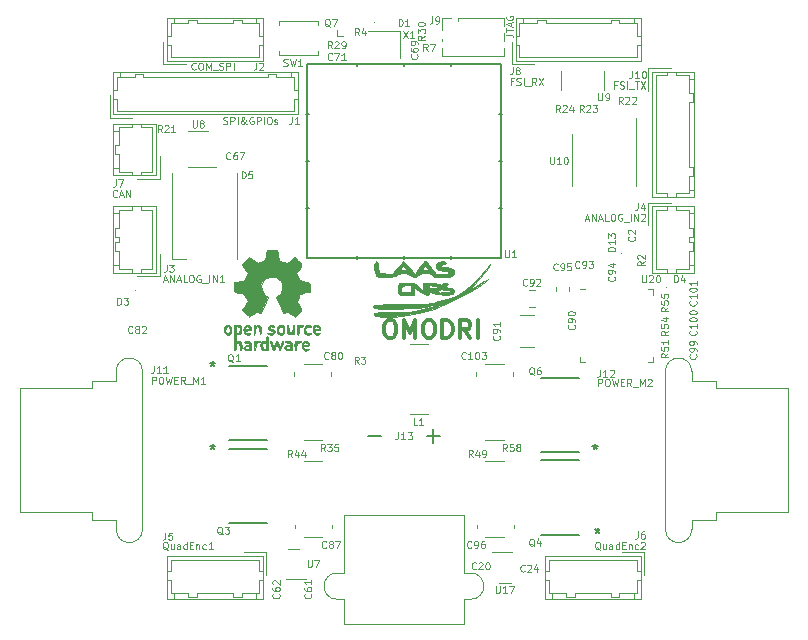
<source format=gto>
%TF.GenerationSoftware,KiCad,Pcbnew,(5.1.6)-1*%
%TF.CreationDate,2020-11-03T12:16:30+01:00*%
%TF.ProjectId,omodri_laas,6f6d6f64-7269-45f6-9c61-61732e6b6963,1.0*%
%TF.SameCoordinates,Original*%
%TF.FileFunction,Legend,Top*%
%TF.FilePolarity,Positive*%
%FSLAX46Y46*%
G04 Gerber Fmt 4.6, Leading zero omitted, Abs format (unit mm)*
G04 Created by KiCad (PCBNEW (5.1.6)-1) date 2020-11-03 12:16:30*
%MOMM*%
%LPD*%
G01*
G04 APERTURE LIST*
%ADD10C,0.120000*%
%ADD11C,0.300000*%
%ADD12C,0.152400*%
%ADD13C,0.010000*%
%ADD14C,0.100000*%
%ADD15C,0.150000*%
G04 APERTURE END LIST*
D10*
X141457142Y-81571428D02*
X141457142Y-80971428D01*
X141685714Y-80971428D01*
X141742857Y-81000000D01*
X141771428Y-81028571D01*
X141800000Y-81085714D01*
X141800000Y-81171428D01*
X141771428Y-81228571D01*
X141742857Y-81257142D01*
X141685714Y-81285714D01*
X141457142Y-81285714D01*
X142171428Y-80971428D02*
X142285714Y-80971428D01*
X142342857Y-81000000D01*
X142400000Y-81057142D01*
X142428571Y-81171428D01*
X142428571Y-81371428D01*
X142400000Y-81485714D01*
X142342857Y-81542857D01*
X142285714Y-81571428D01*
X142171428Y-81571428D01*
X142114285Y-81542857D01*
X142057142Y-81485714D01*
X142028571Y-81371428D01*
X142028571Y-81171428D01*
X142057142Y-81057142D01*
X142114285Y-81000000D01*
X142171428Y-80971428D01*
X142628571Y-80971428D02*
X142771428Y-81571428D01*
X142885714Y-81142857D01*
X143000000Y-81571428D01*
X143142857Y-80971428D01*
X143371428Y-81257142D02*
X143571428Y-81257142D01*
X143657142Y-81571428D02*
X143371428Y-81571428D01*
X143371428Y-80971428D01*
X143657142Y-80971428D01*
X144257142Y-81571428D02*
X144057142Y-81285714D01*
X143914285Y-81571428D02*
X143914285Y-80971428D01*
X144142857Y-80971428D01*
X144200000Y-81000000D01*
X144228571Y-81028571D01*
X144257142Y-81085714D01*
X144257142Y-81171428D01*
X144228571Y-81228571D01*
X144200000Y-81257142D01*
X144142857Y-81285714D01*
X143914285Y-81285714D01*
X144371428Y-81628571D02*
X144828571Y-81628571D01*
X144971428Y-81571428D02*
X144971428Y-80971428D01*
X145171428Y-81400000D01*
X145371428Y-80971428D01*
X145371428Y-81571428D01*
X145628571Y-81028571D02*
X145657142Y-81000000D01*
X145714285Y-80971428D01*
X145857142Y-80971428D01*
X145914285Y-81000000D01*
X145942857Y-81028571D01*
X145971428Y-81085714D01*
X145971428Y-81142857D01*
X145942857Y-81228571D01*
X145600000Y-81571428D01*
X145971428Y-81571428D01*
X103657142Y-81371428D02*
X103657142Y-80771428D01*
X103885714Y-80771428D01*
X103942857Y-80800000D01*
X103971428Y-80828571D01*
X104000000Y-80885714D01*
X104000000Y-80971428D01*
X103971428Y-81028571D01*
X103942857Y-81057142D01*
X103885714Y-81085714D01*
X103657142Y-81085714D01*
X104371428Y-80771428D02*
X104485714Y-80771428D01*
X104542857Y-80800000D01*
X104600000Y-80857142D01*
X104628571Y-80971428D01*
X104628571Y-81171428D01*
X104600000Y-81285714D01*
X104542857Y-81342857D01*
X104485714Y-81371428D01*
X104371428Y-81371428D01*
X104314285Y-81342857D01*
X104257142Y-81285714D01*
X104228571Y-81171428D01*
X104228571Y-80971428D01*
X104257142Y-80857142D01*
X104314285Y-80800000D01*
X104371428Y-80771428D01*
X104828571Y-80771428D02*
X104971428Y-81371428D01*
X105085714Y-80942857D01*
X105200000Y-81371428D01*
X105342857Y-80771428D01*
X105571428Y-81057142D02*
X105771428Y-81057142D01*
X105857142Y-81371428D02*
X105571428Y-81371428D01*
X105571428Y-80771428D01*
X105857142Y-80771428D01*
X106457142Y-81371428D02*
X106257142Y-81085714D01*
X106114285Y-81371428D02*
X106114285Y-80771428D01*
X106342857Y-80771428D01*
X106400000Y-80800000D01*
X106428571Y-80828571D01*
X106457142Y-80885714D01*
X106457142Y-80971428D01*
X106428571Y-81028571D01*
X106400000Y-81057142D01*
X106342857Y-81085714D01*
X106114285Y-81085714D01*
X106571428Y-81428571D02*
X107028571Y-81428571D01*
X107171428Y-81371428D02*
X107171428Y-80771428D01*
X107371428Y-81200000D01*
X107571428Y-80771428D01*
X107571428Y-81371428D01*
X108171428Y-81371428D02*
X107828571Y-81371428D01*
X108000000Y-81371428D02*
X108000000Y-80771428D01*
X107942857Y-80857142D01*
X107885714Y-80914285D01*
X107828571Y-80942857D01*
X141628571Y-95428571D02*
X141571428Y-95400000D01*
X141514285Y-95342857D01*
X141428571Y-95257142D01*
X141371428Y-95228571D01*
X141314285Y-95228571D01*
X141342857Y-95371428D02*
X141285714Y-95342857D01*
X141228571Y-95285714D01*
X141200000Y-95171428D01*
X141200000Y-94971428D01*
X141228571Y-94857142D01*
X141285714Y-94800000D01*
X141342857Y-94771428D01*
X141457142Y-94771428D01*
X141514285Y-94800000D01*
X141571428Y-94857142D01*
X141600000Y-94971428D01*
X141600000Y-95171428D01*
X141571428Y-95285714D01*
X141514285Y-95342857D01*
X141457142Y-95371428D01*
X141342857Y-95371428D01*
X142114285Y-94971428D02*
X142114285Y-95371428D01*
X141857142Y-94971428D02*
X141857142Y-95285714D01*
X141885714Y-95342857D01*
X141942857Y-95371428D01*
X142028571Y-95371428D01*
X142085714Y-95342857D01*
X142114285Y-95314285D01*
X142657142Y-95371428D02*
X142657142Y-95057142D01*
X142628571Y-95000000D01*
X142571428Y-94971428D01*
X142457142Y-94971428D01*
X142400000Y-95000000D01*
X142657142Y-95342857D02*
X142600000Y-95371428D01*
X142457142Y-95371428D01*
X142400000Y-95342857D01*
X142371428Y-95285714D01*
X142371428Y-95228571D01*
X142400000Y-95171428D01*
X142457142Y-95142857D01*
X142600000Y-95142857D01*
X142657142Y-95114285D01*
X143200000Y-95371428D02*
X143200000Y-94771428D01*
X143200000Y-95342857D02*
X143142857Y-95371428D01*
X143028571Y-95371428D01*
X142971428Y-95342857D01*
X142942857Y-95314285D01*
X142914285Y-95257142D01*
X142914285Y-95085714D01*
X142942857Y-95028571D01*
X142971428Y-95000000D01*
X143028571Y-94971428D01*
X143142857Y-94971428D01*
X143200000Y-95000000D01*
X143485714Y-95057142D02*
X143685714Y-95057142D01*
X143771428Y-95371428D02*
X143485714Y-95371428D01*
X143485714Y-94771428D01*
X143771428Y-94771428D01*
X144028571Y-94971428D02*
X144028571Y-95371428D01*
X144028571Y-95028571D02*
X144057142Y-95000000D01*
X144114285Y-94971428D01*
X144200000Y-94971428D01*
X144257142Y-95000000D01*
X144285714Y-95057142D01*
X144285714Y-95371428D01*
X144828571Y-95342857D02*
X144771428Y-95371428D01*
X144657142Y-95371428D01*
X144600000Y-95342857D01*
X144571428Y-95314285D01*
X144542857Y-95257142D01*
X144542857Y-95085714D01*
X144571428Y-95028571D01*
X144600000Y-95000000D01*
X144657142Y-94971428D01*
X144771428Y-94971428D01*
X144828571Y-95000000D01*
X145057142Y-94828571D02*
X145085714Y-94800000D01*
X145142857Y-94771428D01*
X145285714Y-94771428D01*
X145342857Y-94800000D01*
X145371428Y-94828571D01*
X145400000Y-94885714D01*
X145400000Y-94942857D01*
X145371428Y-95028571D01*
X145028571Y-95371428D01*
X145400000Y-95371428D01*
X105028571Y-95428571D02*
X104971428Y-95400000D01*
X104914285Y-95342857D01*
X104828571Y-95257142D01*
X104771428Y-95228571D01*
X104714285Y-95228571D01*
X104742857Y-95371428D02*
X104685714Y-95342857D01*
X104628571Y-95285714D01*
X104600000Y-95171428D01*
X104600000Y-94971428D01*
X104628571Y-94857142D01*
X104685714Y-94800000D01*
X104742857Y-94771428D01*
X104857142Y-94771428D01*
X104914285Y-94800000D01*
X104971428Y-94857142D01*
X105000000Y-94971428D01*
X105000000Y-95171428D01*
X104971428Y-95285714D01*
X104914285Y-95342857D01*
X104857142Y-95371428D01*
X104742857Y-95371428D01*
X105514285Y-94971428D02*
X105514285Y-95371428D01*
X105257142Y-94971428D02*
X105257142Y-95285714D01*
X105285714Y-95342857D01*
X105342857Y-95371428D01*
X105428571Y-95371428D01*
X105485714Y-95342857D01*
X105514285Y-95314285D01*
X106057142Y-95371428D02*
X106057142Y-95057142D01*
X106028571Y-95000000D01*
X105971428Y-94971428D01*
X105857142Y-94971428D01*
X105800000Y-95000000D01*
X106057142Y-95342857D02*
X106000000Y-95371428D01*
X105857142Y-95371428D01*
X105800000Y-95342857D01*
X105771428Y-95285714D01*
X105771428Y-95228571D01*
X105800000Y-95171428D01*
X105857142Y-95142857D01*
X106000000Y-95142857D01*
X106057142Y-95114285D01*
X106600000Y-95371428D02*
X106600000Y-94771428D01*
X106600000Y-95342857D02*
X106542857Y-95371428D01*
X106428571Y-95371428D01*
X106371428Y-95342857D01*
X106342857Y-95314285D01*
X106314285Y-95257142D01*
X106314285Y-95085714D01*
X106342857Y-95028571D01*
X106371428Y-95000000D01*
X106428571Y-94971428D01*
X106542857Y-94971428D01*
X106600000Y-95000000D01*
X106885714Y-95057142D02*
X107085714Y-95057142D01*
X107171428Y-95371428D02*
X106885714Y-95371428D01*
X106885714Y-94771428D01*
X107171428Y-94771428D01*
X107428571Y-94971428D02*
X107428571Y-95371428D01*
X107428571Y-95028571D02*
X107457142Y-95000000D01*
X107514285Y-94971428D01*
X107600000Y-94971428D01*
X107657142Y-95000000D01*
X107685714Y-95057142D01*
X107685714Y-95371428D01*
X108228571Y-95342857D02*
X108171428Y-95371428D01*
X108057142Y-95371428D01*
X108000000Y-95342857D01*
X107971428Y-95314285D01*
X107942857Y-95257142D01*
X107942857Y-95085714D01*
X107971428Y-95028571D01*
X108000000Y-95000000D01*
X108057142Y-94971428D01*
X108171428Y-94971428D01*
X108228571Y-95000000D01*
X108800000Y-95371428D02*
X108457142Y-95371428D01*
X108628571Y-95371428D02*
X108628571Y-94771428D01*
X108571428Y-94857142D01*
X108514285Y-94914285D01*
X108457142Y-94942857D01*
X133671428Y-51800000D02*
X134100000Y-51800000D01*
X134185714Y-51828571D01*
X134242857Y-51885714D01*
X134271428Y-51971428D01*
X134271428Y-52028571D01*
X133671428Y-51600000D02*
X133671428Y-51257142D01*
X134271428Y-51428571D02*
X133671428Y-51428571D01*
X134100000Y-51085714D02*
X134100000Y-50800000D01*
X134271428Y-51142857D02*
X133671428Y-50942857D01*
X134271428Y-50742857D01*
X133700000Y-50228571D02*
X133671428Y-50285714D01*
X133671428Y-50371428D01*
X133700000Y-50457142D01*
X133757142Y-50514285D01*
X133814285Y-50542857D01*
X133928571Y-50571428D01*
X134014285Y-50571428D01*
X134128571Y-50542857D01*
X134185714Y-50514285D01*
X134242857Y-50457142D01*
X134271428Y-50371428D01*
X134271428Y-50314285D01*
X134242857Y-50228571D01*
X134214285Y-50200000D01*
X134014285Y-50200000D01*
X134014285Y-50314285D01*
X143014285Y-56057142D02*
X142814285Y-56057142D01*
X142814285Y-56371428D02*
X142814285Y-55771428D01*
X143100000Y-55771428D01*
X143300000Y-56342857D02*
X143385714Y-56371428D01*
X143528571Y-56371428D01*
X143585714Y-56342857D01*
X143614285Y-56314285D01*
X143642857Y-56257142D01*
X143642857Y-56200000D01*
X143614285Y-56142857D01*
X143585714Y-56114285D01*
X143528571Y-56085714D01*
X143414285Y-56057142D01*
X143357142Y-56028571D01*
X143328571Y-56000000D01*
X143300000Y-55942857D01*
X143300000Y-55885714D01*
X143328571Y-55828571D01*
X143357142Y-55800000D01*
X143414285Y-55771428D01*
X143557142Y-55771428D01*
X143642857Y-55800000D01*
X143900000Y-56371428D02*
X143900000Y-55771428D01*
X144042857Y-56428571D02*
X144500000Y-56428571D01*
X144557142Y-55771428D02*
X144900000Y-55771428D01*
X144728571Y-56371428D02*
X144728571Y-55771428D01*
X145042857Y-55771428D02*
X145442857Y-56371428D01*
X145442857Y-55771428D02*
X145042857Y-56371428D01*
X134242857Y-55757142D02*
X134042857Y-55757142D01*
X134042857Y-56071428D02*
X134042857Y-55471428D01*
X134328571Y-55471428D01*
X134528571Y-56042857D02*
X134614285Y-56071428D01*
X134757142Y-56071428D01*
X134814285Y-56042857D01*
X134842857Y-56014285D01*
X134871428Y-55957142D01*
X134871428Y-55900000D01*
X134842857Y-55842857D01*
X134814285Y-55814285D01*
X134757142Y-55785714D01*
X134642857Y-55757142D01*
X134585714Y-55728571D01*
X134557142Y-55700000D01*
X134528571Y-55642857D01*
X134528571Y-55585714D01*
X134557142Y-55528571D01*
X134585714Y-55500000D01*
X134642857Y-55471428D01*
X134785714Y-55471428D01*
X134871428Y-55500000D01*
X135128571Y-56071428D02*
X135128571Y-55471428D01*
X135271428Y-56128571D02*
X135728571Y-56128571D01*
X136214285Y-56071428D02*
X136014285Y-55785714D01*
X135871428Y-56071428D02*
X135871428Y-55471428D01*
X136100000Y-55471428D01*
X136157142Y-55500000D01*
X136185714Y-55528571D01*
X136214285Y-55585714D01*
X136214285Y-55671428D01*
X136185714Y-55728571D01*
X136157142Y-55757142D01*
X136100000Y-55785714D01*
X135871428Y-55785714D01*
X136414285Y-55471428D02*
X136814285Y-56071428D01*
X136814285Y-55471428D02*
X136414285Y-56071428D01*
X109714285Y-59342857D02*
X109800000Y-59371428D01*
X109942857Y-59371428D01*
X110000000Y-59342857D01*
X110028571Y-59314285D01*
X110057142Y-59257142D01*
X110057142Y-59200000D01*
X110028571Y-59142857D01*
X110000000Y-59114285D01*
X109942857Y-59085714D01*
X109828571Y-59057142D01*
X109771428Y-59028571D01*
X109742857Y-59000000D01*
X109714285Y-58942857D01*
X109714285Y-58885714D01*
X109742857Y-58828571D01*
X109771428Y-58800000D01*
X109828571Y-58771428D01*
X109971428Y-58771428D01*
X110057142Y-58800000D01*
X110314285Y-59371428D02*
X110314285Y-58771428D01*
X110542857Y-58771428D01*
X110600000Y-58800000D01*
X110628571Y-58828571D01*
X110657142Y-58885714D01*
X110657142Y-58971428D01*
X110628571Y-59028571D01*
X110600000Y-59057142D01*
X110542857Y-59085714D01*
X110314285Y-59085714D01*
X110914285Y-59371428D02*
X110914285Y-58771428D01*
X111685714Y-59371428D02*
X111657142Y-59371428D01*
X111600000Y-59342857D01*
X111514285Y-59257142D01*
X111371428Y-59085714D01*
X111314285Y-59000000D01*
X111285714Y-58914285D01*
X111285714Y-58857142D01*
X111314285Y-58800000D01*
X111371428Y-58771428D01*
X111400000Y-58771428D01*
X111457142Y-58800000D01*
X111485714Y-58857142D01*
X111485714Y-58885714D01*
X111457142Y-58942857D01*
X111428571Y-58971428D01*
X111257142Y-59085714D01*
X111228571Y-59114285D01*
X111200000Y-59171428D01*
X111200000Y-59257142D01*
X111228571Y-59314285D01*
X111257142Y-59342857D01*
X111314285Y-59371428D01*
X111400000Y-59371428D01*
X111457142Y-59342857D01*
X111485714Y-59314285D01*
X111571428Y-59200000D01*
X111600000Y-59114285D01*
X111600000Y-59057142D01*
X112257142Y-58800000D02*
X112200000Y-58771428D01*
X112114285Y-58771428D01*
X112028571Y-58800000D01*
X111971428Y-58857142D01*
X111942857Y-58914285D01*
X111914285Y-59028571D01*
X111914285Y-59114285D01*
X111942857Y-59228571D01*
X111971428Y-59285714D01*
X112028571Y-59342857D01*
X112114285Y-59371428D01*
X112171428Y-59371428D01*
X112257142Y-59342857D01*
X112285714Y-59314285D01*
X112285714Y-59114285D01*
X112171428Y-59114285D01*
X112542857Y-59371428D02*
X112542857Y-58771428D01*
X112771428Y-58771428D01*
X112828571Y-58800000D01*
X112857142Y-58828571D01*
X112885714Y-58885714D01*
X112885714Y-58971428D01*
X112857142Y-59028571D01*
X112828571Y-59057142D01*
X112771428Y-59085714D01*
X112542857Y-59085714D01*
X113142857Y-59371428D02*
X113142857Y-58771428D01*
X113542857Y-58771428D02*
X113657142Y-58771428D01*
X113714285Y-58800000D01*
X113771428Y-58857142D01*
X113800000Y-58971428D01*
X113800000Y-59171428D01*
X113771428Y-59285714D01*
X113714285Y-59342857D01*
X113657142Y-59371428D01*
X113542857Y-59371428D01*
X113485714Y-59342857D01*
X113428571Y-59285714D01*
X113400000Y-59171428D01*
X113400000Y-58971428D01*
X113428571Y-58857142D01*
X113485714Y-58800000D01*
X113542857Y-58771428D01*
X114028571Y-59342857D02*
X114085714Y-59371428D01*
X114200000Y-59371428D01*
X114257142Y-59342857D01*
X114285714Y-59285714D01*
X114285714Y-59257142D01*
X114257142Y-59200000D01*
X114200000Y-59171428D01*
X114114285Y-59171428D01*
X114057142Y-59142857D01*
X114028571Y-59085714D01*
X114028571Y-59057142D01*
X114057142Y-59000000D01*
X114114285Y-58971428D01*
X114200000Y-58971428D01*
X114257142Y-59000000D01*
X107371428Y-54714285D02*
X107342857Y-54742857D01*
X107257142Y-54771428D01*
X107200000Y-54771428D01*
X107114285Y-54742857D01*
X107057142Y-54685714D01*
X107028571Y-54628571D01*
X107000000Y-54514285D01*
X107000000Y-54428571D01*
X107028571Y-54314285D01*
X107057142Y-54257142D01*
X107114285Y-54200000D01*
X107200000Y-54171428D01*
X107257142Y-54171428D01*
X107342857Y-54200000D01*
X107371428Y-54228571D01*
X107742857Y-54171428D02*
X107857142Y-54171428D01*
X107914285Y-54200000D01*
X107971428Y-54257142D01*
X108000000Y-54371428D01*
X108000000Y-54571428D01*
X107971428Y-54685714D01*
X107914285Y-54742857D01*
X107857142Y-54771428D01*
X107742857Y-54771428D01*
X107685714Y-54742857D01*
X107628571Y-54685714D01*
X107600000Y-54571428D01*
X107600000Y-54371428D01*
X107628571Y-54257142D01*
X107685714Y-54200000D01*
X107742857Y-54171428D01*
X108257142Y-54771428D02*
X108257142Y-54171428D01*
X108457142Y-54600000D01*
X108657142Y-54171428D01*
X108657142Y-54771428D01*
X108800000Y-54828571D02*
X109257142Y-54828571D01*
X109371428Y-54742857D02*
X109457142Y-54771428D01*
X109600000Y-54771428D01*
X109657142Y-54742857D01*
X109685714Y-54714285D01*
X109714285Y-54657142D01*
X109714285Y-54600000D01*
X109685714Y-54542857D01*
X109657142Y-54514285D01*
X109600000Y-54485714D01*
X109485714Y-54457142D01*
X109428571Y-54428571D01*
X109400000Y-54400000D01*
X109371428Y-54342857D01*
X109371428Y-54285714D01*
X109400000Y-54228571D01*
X109428571Y-54200000D01*
X109485714Y-54171428D01*
X109628571Y-54171428D01*
X109714285Y-54200000D01*
X109971428Y-54771428D02*
X109971428Y-54171428D01*
X110200000Y-54171428D01*
X110257142Y-54200000D01*
X110285714Y-54228571D01*
X110314285Y-54285714D01*
X110314285Y-54371428D01*
X110285714Y-54428571D01*
X110257142Y-54457142D01*
X110200000Y-54485714D01*
X109971428Y-54485714D01*
X110571428Y-54771428D02*
X110571428Y-54171428D01*
X100714285Y-65514285D02*
X100685714Y-65542857D01*
X100600000Y-65571428D01*
X100542857Y-65571428D01*
X100457142Y-65542857D01*
X100400000Y-65485714D01*
X100371428Y-65428571D01*
X100342857Y-65314285D01*
X100342857Y-65228571D01*
X100371428Y-65114285D01*
X100400000Y-65057142D01*
X100457142Y-65000000D01*
X100542857Y-64971428D01*
X100600000Y-64971428D01*
X100685714Y-65000000D01*
X100714285Y-65028571D01*
X100942857Y-65400000D02*
X101228571Y-65400000D01*
X100885714Y-65571428D02*
X101085714Y-64971428D01*
X101285714Y-65571428D01*
X101485714Y-65571428D02*
X101485714Y-64971428D01*
X101828571Y-65571428D01*
X101828571Y-64971428D01*
X140357142Y-67400000D02*
X140642857Y-67400000D01*
X140300000Y-67571428D02*
X140500000Y-66971428D01*
X140700000Y-67571428D01*
X140900000Y-67571428D02*
X140900000Y-66971428D01*
X141242857Y-67571428D01*
X141242857Y-66971428D01*
X141500000Y-67400000D02*
X141785714Y-67400000D01*
X141442857Y-67571428D02*
X141642857Y-66971428D01*
X141842857Y-67571428D01*
X142328571Y-67571428D02*
X142042857Y-67571428D01*
X142042857Y-66971428D01*
X142642857Y-66971428D02*
X142757142Y-66971428D01*
X142814285Y-67000000D01*
X142871428Y-67057142D01*
X142900000Y-67171428D01*
X142900000Y-67371428D01*
X142871428Y-67485714D01*
X142814285Y-67542857D01*
X142757142Y-67571428D01*
X142642857Y-67571428D01*
X142585714Y-67542857D01*
X142528571Y-67485714D01*
X142500000Y-67371428D01*
X142500000Y-67171428D01*
X142528571Y-67057142D01*
X142585714Y-67000000D01*
X142642857Y-66971428D01*
X143471428Y-67000000D02*
X143414285Y-66971428D01*
X143328571Y-66971428D01*
X143242857Y-67000000D01*
X143185714Y-67057142D01*
X143157142Y-67114285D01*
X143128571Y-67228571D01*
X143128571Y-67314285D01*
X143157142Y-67428571D01*
X143185714Y-67485714D01*
X143242857Y-67542857D01*
X143328571Y-67571428D01*
X143385714Y-67571428D01*
X143471428Y-67542857D01*
X143500000Y-67514285D01*
X143500000Y-67314285D01*
X143385714Y-67314285D01*
X143614285Y-67628571D02*
X144071428Y-67628571D01*
X144214285Y-67571428D02*
X144214285Y-66971428D01*
X144500000Y-67571428D02*
X144500000Y-66971428D01*
X144842857Y-67571428D01*
X144842857Y-66971428D01*
X145100000Y-67028571D02*
X145128571Y-67000000D01*
X145185714Y-66971428D01*
X145328571Y-66971428D01*
X145385714Y-67000000D01*
X145414285Y-67028571D01*
X145442857Y-67085714D01*
X145442857Y-67142857D01*
X145414285Y-67228571D01*
X145071428Y-67571428D01*
X145442857Y-67571428D01*
X104657142Y-72600000D02*
X104942857Y-72600000D01*
X104600000Y-72771428D02*
X104800000Y-72171428D01*
X105000000Y-72771428D01*
X105200000Y-72771428D02*
X105200000Y-72171428D01*
X105542857Y-72771428D01*
X105542857Y-72171428D01*
X105800000Y-72600000D02*
X106085714Y-72600000D01*
X105742857Y-72771428D02*
X105942857Y-72171428D01*
X106142857Y-72771428D01*
X106628571Y-72771428D02*
X106342857Y-72771428D01*
X106342857Y-72171428D01*
X106942857Y-72171428D02*
X107057142Y-72171428D01*
X107114285Y-72200000D01*
X107171428Y-72257142D01*
X107200000Y-72371428D01*
X107200000Y-72571428D01*
X107171428Y-72685714D01*
X107114285Y-72742857D01*
X107057142Y-72771428D01*
X106942857Y-72771428D01*
X106885714Y-72742857D01*
X106828571Y-72685714D01*
X106800000Y-72571428D01*
X106800000Y-72371428D01*
X106828571Y-72257142D01*
X106885714Y-72200000D01*
X106942857Y-72171428D01*
X107771428Y-72200000D02*
X107714285Y-72171428D01*
X107628571Y-72171428D01*
X107542857Y-72200000D01*
X107485714Y-72257142D01*
X107457142Y-72314285D01*
X107428571Y-72428571D01*
X107428571Y-72514285D01*
X107457142Y-72628571D01*
X107485714Y-72685714D01*
X107542857Y-72742857D01*
X107628571Y-72771428D01*
X107685714Y-72771428D01*
X107771428Y-72742857D01*
X107800000Y-72714285D01*
X107800000Y-72514285D01*
X107685714Y-72514285D01*
X107914285Y-72828571D02*
X108371428Y-72828571D01*
X108514285Y-72771428D02*
X108514285Y-72171428D01*
X108800000Y-72771428D02*
X108800000Y-72171428D01*
X109142857Y-72771428D01*
X109142857Y-72171428D01*
X109742857Y-72771428D02*
X109400000Y-72771428D01*
X109571428Y-72771428D02*
X109571428Y-72171428D01*
X109514285Y-72257142D01*
X109457142Y-72314285D01*
X109400000Y-72342857D01*
D11*
X123693561Y-75978571D02*
X123979276Y-75978571D01*
X124122133Y-76050000D01*
X124264990Y-76192857D01*
X124336419Y-76478571D01*
X124336419Y-76978571D01*
X124264990Y-77264285D01*
X124122133Y-77407142D01*
X123979276Y-77478571D01*
X123693561Y-77478571D01*
X123550704Y-77407142D01*
X123407847Y-77264285D01*
X123336419Y-76978571D01*
X123336419Y-76478571D01*
X123407847Y-76192857D01*
X123550704Y-76050000D01*
X123693561Y-75978571D01*
X124979276Y-77478571D02*
X124979276Y-75978571D01*
X125479276Y-77050000D01*
X125979276Y-75978571D01*
X125979276Y-77478571D01*
X126979276Y-75978571D02*
X127264990Y-75978571D01*
X127407847Y-76050000D01*
X127550704Y-76192857D01*
X127622133Y-76478571D01*
X127622133Y-76978571D01*
X127550704Y-77264285D01*
X127407847Y-77407142D01*
X127264990Y-77478571D01*
X126979276Y-77478571D01*
X126836419Y-77407142D01*
X126693561Y-77264285D01*
X126622133Y-76978571D01*
X126622133Y-76478571D01*
X126693561Y-76192857D01*
X126836419Y-76050000D01*
X126979276Y-75978571D01*
X128264990Y-77478571D02*
X128264990Y-75978571D01*
X128622133Y-75978571D01*
X128836419Y-76050000D01*
X128979276Y-76192857D01*
X129050704Y-76335714D01*
X129122133Y-76621428D01*
X129122133Y-76835714D01*
X129050704Y-77121428D01*
X128979276Y-77264285D01*
X128836419Y-77407142D01*
X128622133Y-77478571D01*
X128264990Y-77478571D01*
X130622133Y-77478571D02*
X130122133Y-76764285D01*
X129764990Y-77478571D02*
X129764990Y-75978571D01*
X130336419Y-75978571D01*
X130479276Y-76050000D01*
X130550704Y-76121428D01*
X130622133Y-76264285D01*
X130622133Y-76478571D01*
X130550704Y-76621428D01*
X130479276Y-76692857D01*
X130336419Y-76764285D01*
X129764990Y-76764285D01*
X131264990Y-77478571D02*
X131264990Y-75978571D01*
D12*
%TO.C,U1*%
X116821200Y-70678800D02*
X133178800Y-70678800D01*
X116821200Y-54321200D02*
X116821200Y-70678800D01*
X133178800Y-54321200D02*
X116821200Y-54321200D01*
X133178800Y-70678800D02*
X133178800Y-54321200D01*
X133051800Y-58500008D02*
X133305800Y-58500008D01*
X116948200Y-58500008D02*
X116694200Y-58500008D01*
X133051800Y-62500000D02*
X133305800Y-62500000D01*
X116948200Y-62500000D02*
X116694200Y-62500000D01*
X133051800Y-66499992D02*
X133305800Y-66499992D01*
X116948200Y-66499992D02*
X116694200Y-66499992D01*
X129000500Y-54448200D02*
X129000500Y-54194200D01*
X129000500Y-70551800D02*
X129000500Y-70805800D01*
X125000000Y-54448200D02*
X125000000Y-54194200D01*
X125000000Y-70551800D02*
X125000000Y-70805800D01*
X120999500Y-54448200D02*
X120999500Y-54194200D01*
X120999500Y-70551800D02*
X120999500Y-70805800D01*
D13*
%TO.C,G\u002A\u002A\u002A*%
G36*
X128432669Y-71008065D02*
G01*
X128548552Y-71105017D01*
X128549741Y-71108455D01*
X128500534Y-71191691D01*
X128337232Y-71260193D01*
X128323539Y-71263348D01*
X128120468Y-71327446D01*
X128083389Y-71391157D01*
X128208991Y-71450827D01*
X128493966Y-71502803D01*
X128546312Y-71509248D01*
X128913689Y-71572975D01*
X129136282Y-71667748D01*
X129237697Y-71806792D01*
X129250388Y-71903653D01*
X129213537Y-72087402D01*
X129088114Y-72211733D01*
X128851812Y-72285797D01*
X128482325Y-72318745D01*
X128229058Y-72322667D01*
X127860339Y-72318335D01*
X127623620Y-72300460D01*
X127481682Y-72261721D01*
X127397306Y-72194799D01*
X127368072Y-72153334D01*
X127267947Y-72050562D01*
X127101211Y-71998968D01*
X126818778Y-71984046D01*
X126795055Y-71984000D01*
X126503328Y-71997026D01*
X126330514Y-72045773D01*
X126227527Y-72144747D01*
X126222037Y-72153334D01*
X126049743Y-72289965D01*
X125817923Y-72322098D01*
X125600292Y-72249734D01*
X125505406Y-72153334D01*
X125344752Y-72036121D01*
X125088125Y-71978847D01*
X124798143Y-71982100D01*
X124537423Y-72046464D01*
X124391494Y-72142903D01*
X124289338Y-72222833D01*
X124133230Y-72273334D01*
X123885135Y-72301719D01*
X123507020Y-72315300D01*
X123493496Y-72315551D01*
X123130988Y-72319205D01*
X122898662Y-72308447D01*
X122757468Y-72274786D01*
X122668357Y-72209729D01*
X122603486Y-72122016D01*
X122526427Y-71925235D01*
X122489383Y-71666956D01*
X122490401Y-71397857D01*
X122527525Y-71168613D01*
X122598798Y-71029903D01*
X122646388Y-71010334D01*
X122726318Y-71060279D01*
X122780391Y-71227780D01*
X122815721Y-71518334D01*
X122858055Y-72026334D01*
X124087429Y-72111000D01*
X124369671Y-71678308D01*
X124725886Y-71678308D01*
X124782344Y-71723331D01*
X124934649Y-71730000D01*
X125107264Y-71717628D01*
X125144169Y-71658158D01*
X125101721Y-71560667D01*
X125006563Y-71427164D01*
X124949775Y-71391334D01*
X124862453Y-71454708D01*
X124782703Y-71560667D01*
X124725886Y-71678308D01*
X124369671Y-71678308D01*
X124446408Y-71560667D01*
X124632524Y-71298884D01*
X124799886Y-71104630D01*
X124917362Y-71013182D01*
X124932114Y-71010334D01*
X125037910Y-71074653D01*
X125208179Y-71245782D01*
X125411485Y-71490975D01*
X125477286Y-71578238D01*
X125895732Y-72146142D01*
X126209486Y-71678444D01*
X126581518Y-71678444D01*
X126647849Y-71723608D01*
X126792793Y-71730000D01*
X126964989Y-71719059D01*
X126998800Y-71663484D01*
X126944739Y-71560667D01*
X126839453Y-71428826D01*
X126777667Y-71391334D01*
X126694282Y-71456804D01*
X126625721Y-71560667D01*
X126581518Y-71678444D01*
X126209486Y-71678444D01*
X126258047Y-71606057D01*
X126443272Y-71339775D01*
X126601344Y-71130109D01*
X126702272Y-71016511D01*
X126711417Y-71009697D01*
X126816322Y-70996699D01*
X126950061Y-71086860D01*
X127129151Y-71295929D01*
X127366594Y-71634380D01*
X127684505Y-72111000D01*
X128298113Y-72086124D01*
X128646678Y-72061244D01*
X128844972Y-72018712D01*
X128911514Y-71954412D01*
X128911721Y-71949717D01*
X128829216Y-71869927D01*
X128580767Y-71812084D01*
X128409471Y-71792643D01*
X128069883Y-71754152D01*
X127865756Y-71701127D01*
X127763313Y-71613373D01*
X127728775Y-71470695D01*
X127726388Y-71384241D01*
X127767499Y-71177904D01*
X127920963Y-71059901D01*
X127953672Y-71046729D01*
X128216781Y-70986814D01*
X128432669Y-71008065D01*
G37*
X128432669Y-71008065D02*
X128548552Y-71105017D01*
X128549741Y-71108455D01*
X128500534Y-71191691D01*
X128337232Y-71260193D01*
X128323539Y-71263348D01*
X128120468Y-71327446D01*
X128083389Y-71391157D01*
X128208991Y-71450827D01*
X128493966Y-71502803D01*
X128546312Y-71509248D01*
X128913689Y-71572975D01*
X129136282Y-71667748D01*
X129237697Y-71806792D01*
X129250388Y-71903653D01*
X129213537Y-72087402D01*
X129088114Y-72211733D01*
X128851812Y-72285797D01*
X128482325Y-72318745D01*
X128229058Y-72322667D01*
X127860339Y-72318335D01*
X127623620Y-72300460D01*
X127481682Y-72261721D01*
X127397306Y-72194799D01*
X127368072Y-72153334D01*
X127267947Y-72050562D01*
X127101211Y-71998968D01*
X126818778Y-71984046D01*
X126795055Y-71984000D01*
X126503328Y-71997026D01*
X126330514Y-72045773D01*
X126227527Y-72144747D01*
X126222037Y-72153334D01*
X126049743Y-72289965D01*
X125817923Y-72322098D01*
X125600292Y-72249734D01*
X125505406Y-72153334D01*
X125344752Y-72036121D01*
X125088125Y-71978847D01*
X124798143Y-71982100D01*
X124537423Y-72046464D01*
X124391494Y-72142903D01*
X124289338Y-72222833D01*
X124133230Y-72273334D01*
X123885135Y-72301719D01*
X123507020Y-72315300D01*
X123493496Y-72315551D01*
X123130988Y-72319205D01*
X122898662Y-72308447D01*
X122757468Y-72274786D01*
X122668357Y-72209729D01*
X122603486Y-72122016D01*
X122526427Y-71925235D01*
X122489383Y-71666956D01*
X122490401Y-71397857D01*
X122527525Y-71168613D01*
X122598798Y-71029903D01*
X122646388Y-71010334D01*
X122726318Y-71060279D01*
X122780391Y-71227780D01*
X122815721Y-71518334D01*
X122858055Y-72026334D01*
X124087429Y-72111000D01*
X124369671Y-71678308D01*
X124725886Y-71678308D01*
X124782344Y-71723331D01*
X124934649Y-71730000D01*
X125107264Y-71717628D01*
X125144169Y-71658158D01*
X125101721Y-71560667D01*
X125006563Y-71427164D01*
X124949775Y-71391334D01*
X124862453Y-71454708D01*
X124782703Y-71560667D01*
X124725886Y-71678308D01*
X124369671Y-71678308D01*
X124446408Y-71560667D01*
X124632524Y-71298884D01*
X124799886Y-71104630D01*
X124917362Y-71013182D01*
X124932114Y-71010334D01*
X125037910Y-71074653D01*
X125208179Y-71245782D01*
X125411485Y-71490975D01*
X125477286Y-71578238D01*
X125895732Y-72146142D01*
X126209486Y-71678444D01*
X126581518Y-71678444D01*
X126647849Y-71723608D01*
X126792793Y-71730000D01*
X126964989Y-71719059D01*
X126998800Y-71663484D01*
X126944739Y-71560667D01*
X126839453Y-71428826D01*
X126777667Y-71391334D01*
X126694282Y-71456804D01*
X126625721Y-71560667D01*
X126581518Y-71678444D01*
X126209486Y-71678444D01*
X126258047Y-71606057D01*
X126443272Y-71339775D01*
X126601344Y-71130109D01*
X126702272Y-71016511D01*
X126711417Y-71009697D01*
X126816322Y-70996699D01*
X126950061Y-71086860D01*
X127129151Y-71295929D01*
X127366594Y-71634380D01*
X127684505Y-72111000D01*
X128298113Y-72086124D01*
X128646678Y-72061244D01*
X128844972Y-72018712D01*
X128911514Y-71954412D01*
X128911721Y-71949717D01*
X128829216Y-71869927D01*
X128580767Y-71812084D01*
X128409471Y-71792643D01*
X128069883Y-71754152D01*
X127865756Y-71701127D01*
X127763313Y-71613373D01*
X127728775Y-71470695D01*
X127726388Y-71384241D01*
X127767499Y-71177904D01*
X127920963Y-71059901D01*
X127953672Y-71046729D01*
X128216781Y-70986814D01*
X128432669Y-71008065D01*
G36*
X128688718Y-72853760D02*
G01*
X128742388Y-72918062D01*
X128672763Y-73012094D01*
X128551888Y-73078275D01*
X128361388Y-73151093D01*
X128573055Y-73200010D01*
X128833205Y-73249664D01*
X128995523Y-73272631D01*
X129178831Y-73358262D01*
X129241622Y-73525828D01*
X129164305Y-73721292D01*
X129160068Y-73726479D01*
X129006632Y-73802201D01*
X128735966Y-73839988D01*
X128395511Y-73841367D01*
X128032708Y-73807864D01*
X127694998Y-73741004D01*
X127493555Y-73672868D01*
X127274904Y-73582434D01*
X127169641Y-73561064D01*
X127136363Y-73609169D01*
X127133721Y-73676432D01*
X127073560Y-73809147D01*
X126913398Y-73840380D01*
X126683712Y-73776577D01*
X126414983Y-73624181D01*
X126287534Y-73523779D01*
X127874859Y-73523779D01*
X127913434Y-73605598D01*
X127918683Y-73609057D01*
X128085090Y-73644816D01*
X128135479Y-73634111D01*
X128285998Y-73608466D01*
X128527956Y-73593914D01*
X128622313Y-73592667D01*
X128847119Y-73575558D01*
X128980518Y-73532355D01*
X128996388Y-73508000D01*
X128920775Y-73457228D01*
X128729728Y-73427007D01*
X128620385Y-73423334D01*
X128381646Y-73406508D01*
X128222024Y-73364132D01*
X128194119Y-73342007D01*
X128100962Y-73326987D01*
X127979250Y-73401619D01*
X127874859Y-73523779D01*
X126287534Y-73523779D01*
X126241913Y-73487840D01*
X125863721Y-73154942D01*
X125863721Y-73825694D01*
X125226772Y-73838026D01*
X124873303Y-73835854D01*
X124659697Y-73809625D01*
X124557625Y-73754905D01*
X124544097Y-73731198D01*
X124521450Y-73576439D01*
X124519996Y-73343641D01*
X124763055Y-73343641D01*
X124775987Y-73489299D01*
X124844493Y-73564175D01*
X125013135Y-73597694D01*
X125165221Y-73609195D01*
X125407995Y-73619214D01*
X125529522Y-73589180D01*
X125577503Y-73490417D01*
X125594172Y-73351340D01*
X125601602Y-73147840D01*
X125583862Y-73031555D01*
X125580765Y-73027488D01*
X125480497Y-73015090D01*
X125272544Y-73029711D01*
X125151814Y-73045595D01*
X124913796Y-73091032D01*
X124799715Y-73155758D01*
X124764844Y-73274067D01*
X124763055Y-73343641D01*
X124519996Y-73343641D01*
X124519928Y-73332847D01*
X124524880Y-73242520D01*
X124551388Y-72873000D01*
X125216393Y-72860039D01*
X125554774Y-72857274D01*
X125776605Y-72874947D01*
X125934576Y-72927794D01*
X126081373Y-73030549D01*
X126200321Y-73135206D01*
X126392370Y-73300007D01*
X126532406Y-73404283D01*
X126572483Y-73423334D01*
X126608249Y-73349027D01*
X126625450Y-73167256D01*
X126625709Y-73139719D01*
X127133721Y-73139719D01*
X127157739Y-73236019D01*
X127258273Y-73274700D01*
X127478044Y-73270061D01*
X127514721Y-73267252D01*
X127741998Y-73234044D01*
X127878283Y-73184922D01*
X127895721Y-73160808D01*
X127822273Y-73106767D01*
X127648646Y-73084667D01*
X127419677Y-73067455D01*
X127267646Y-73033275D01*
X127157398Y-73040663D01*
X127133721Y-73139719D01*
X126625709Y-73139719D01*
X126625721Y-73138520D01*
X126625721Y-72853707D01*
X127251680Y-72839193D01*
X127645470Y-72844819D01*
X127892609Y-72885464D01*
X127994922Y-72941963D01*
X128108903Y-73016289D01*
X128215276Y-72948886D01*
X128218968Y-72944957D01*
X128358608Y-72864645D01*
X128538185Y-72833065D01*
X128688718Y-72853760D01*
G37*
X128688718Y-72853760D02*
X128742388Y-72918062D01*
X128672763Y-73012094D01*
X128551888Y-73078275D01*
X128361388Y-73151093D01*
X128573055Y-73200010D01*
X128833205Y-73249664D01*
X128995523Y-73272631D01*
X129178831Y-73358262D01*
X129241622Y-73525828D01*
X129164305Y-73721292D01*
X129160068Y-73726479D01*
X129006632Y-73802201D01*
X128735966Y-73839988D01*
X128395511Y-73841367D01*
X128032708Y-73807864D01*
X127694998Y-73741004D01*
X127493555Y-73672868D01*
X127274904Y-73582434D01*
X127169641Y-73561064D01*
X127136363Y-73609169D01*
X127133721Y-73676432D01*
X127073560Y-73809147D01*
X126913398Y-73840380D01*
X126683712Y-73776577D01*
X126414983Y-73624181D01*
X126287534Y-73523779D01*
X127874859Y-73523779D01*
X127913434Y-73605598D01*
X127918683Y-73609057D01*
X128085090Y-73644816D01*
X128135479Y-73634111D01*
X128285998Y-73608466D01*
X128527956Y-73593914D01*
X128622313Y-73592667D01*
X128847119Y-73575558D01*
X128980518Y-73532355D01*
X128996388Y-73508000D01*
X128920775Y-73457228D01*
X128729728Y-73427007D01*
X128620385Y-73423334D01*
X128381646Y-73406508D01*
X128222024Y-73364132D01*
X128194119Y-73342007D01*
X128100962Y-73326987D01*
X127979250Y-73401619D01*
X127874859Y-73523779D01*
X126287534Y-73523779D01*
X126241913Y-73487840D01*
X125863721Y-73154942D01*
X125863721Y-73825694D01*
X125226772Y-73838026D01*
X124873303Y-73835854D01*
X124659697Y-73809625D01*
X124557625Y-73754905D01*
X124544097Y-73731198D01*
X124521450Y-73576439D01*
X124519996Y-73343641D01*
X124763055Y-73343641D01*
X124775987Y-73489299D01*
X124844493Y-73564175D01*
X125013135Y-73597694D01*
X125165221Y-73609195D01*
X125407995Y-73619214D01*
X125529522Y-73589180D01*
X125577503Y-73490417D01*
X125594172Y-73351340D01*
X125601602Y-73147840D01*
X125583862Y-73031555D01*
X125580765Y-73027488D01*
X125480497Y-73015090D01*
X125272544Y-73029711D01*
X125151814Y-73045595D01*
X124913796Y-73091032D01*
X124799715Y-73155758D01*
X124764844Y-73274067D01*
X124763055Y-73343641D01*
X124519996Y-73343641D01*
X124519928Y-73332847D01*
X124524880Y-73242520D01*
X124551388Y-72873000D01*
X125216393Y-72860039D01*
X125554774Y-72857274D01*
X125776605Y-72874947D01*
X125934576Y-72927794D01*
X126081373Y-73030549D01*
X126200321Y-73135206D01*
X126392370Y-73300007D01*
X126532406Y-73404283D01*
X126572483Y-73423334D01*
X126608249Y-73349027D01*
X126625450Y-73167256D01*
X126625709Y-73139719D01*
X127133721Y-73139719D01*
X127157739Y-73236019D01*
X127258273Y-73274700D01*
X127478044Y-73270061D01*
X127514721Y-73267252D01*
X127741998Y-73234044D01*
X127878283Y-73184922D01*
X127895721Y-73160808D01*
X127822273Y-73106767D01*
X127648646Y-73084667D01*
X127419677Y-73067455D01*
X127267646Y-73033275D01*
X127157398Y-73040663D01*
X127133721Y-73139719D01*
X126625709Y-73139719D01*
X126625721Y-73138520D01*
X126625721Y-72853707D01*
X127251680Y-72839193D01*
X127645470Y-72844819D01*
X127892609Y-72885464D01*
X127994922Y-72941963D01*
X128108903Y-73016289D01*
X128215276Y-72948886D01*
X128218968Y-72944957D01*
X128358608Y-72864645D01*
X128538185Y-72833065D01*
X128688718Y-72853760D01*
G36*
X132258765Y-71350048D02*
G01*
X132146038Y-71537726D01*
X131963812Y-71795172D01*
X131733721Y-72094109D01*
X131477400Y-72406261D01*
X131216484Y-72703352D01*
X131011798Y-72918377D01*
X130770537Y-73163063D01*
X130642517Y-73304998D01*
X130618756Y-73358626D01*
X130690270Y-73338391D01*
X130777025Y-73295853D01*
X131002697Y-73167989D01*
X131298339Y-72985139D01*
X131564080Y-72810844D01*
X131812675Y-72651814D01*
X132003415Y-72547090D01*
X132097648Y-72517717D01*
X132099772Y-72519162D01*
X132065938Y-72592969D01*
X131900262Y-72728814D01*
X131623511Y-72915361D01*
X131256455Y-73141275D01*
X130819863Y-73395221D01*
X130334503Y-73665866D01*
X129821144Y-73941874D01*
X129300555Y-74211911D01*
X128793506Y-74464641D01*
X128320764Y-74688730D01*
X127903099Y-74872844D01*
X127561280Y-75005648D01*
X127514721Y-75021475D01*
X126647566Y-75272016D01*
X125737521Y-75468896D01*
X124826453Y-75606609D01*
X123956230Y-75679644D01*
X123168719Y-75682494D01*
X122752221Y-75648086D01*
X122542865Y-75587103D01*
X122477055Y-75467026D01*
X122477054Y-75466432D01*
X122490615Y-75411304D01*
X122547174Y-75371551D01*
X122670547Y-75344494D01*
X122884551Y-75327456D01*
X123213002Y-75317759D01*
X123679715Y-75312723D01*
X123852888Y-75311707D01*
X124637762Y-75295152D01*
X125315359Y-75249206D01*
X125946374Y-75165928D01*
X126591499Y-75037378D01*
X127285696Y-74862583D01*
X127649006Y-74757915D01*
X127867487Y-74682166D01*
X127937631Y-74640298D01*
X127855929Y-74637276D01*
X127618874Y-74678060D01*
X127378998Y-74730602D01*
X126826690Y-74832709D01*
X126145483Y-74917247D01*
X125375216Y-74980847D01*
X124555728Y-75020137D01*
X123817479Y-75031929D01*
X123290883Y-75029000D01*
X122910586Y-75017538D01*
X122653615Y-74993646D01*
X122496999Y-74953426D01*
X122417766Y-74892978D01*
X122392945Y-74808406D01*
X122392482Y-74790108D01*
X122405946Y-74747900D01*
X122458731Y-74715105D01*
X122569524Y-74690546D01*
X122757013Y-74673046D01*
X123039886Y-74661428D01*
X123436830Y-74654515D01*
X123966532Y-74651130D01*
X124614982Y-74650106D01*
X125340970Y-74647805D01*
X125923496Y-74640647D01*
X126388396Y-74627276D01*
X126761504Y-74606336D01*
X127068657Y-74576472D01*
X127229963Y-74552222D01*
X128093277Y-74552222D01*
X128104899Y-74602557D01*
X128149721Y-74608667D01*
X128219411Y-74577689D01*
X128206166Y-74552222D01*
X128105686Y-74542089D01*
X128093277Y-74552222D01*
X127229963Y-74552222D01*
X127335688Y-74536328D01*
X127532778Y-74496999D01*
X127594201Y-74481667D01*
X128319055Y-74481667D01*
X128361388Y-74524000D01*
X128403721Y-74481667D01*
X128361388Y-74439334D01*
X128319055Y-74481667D01*
X127594201Y-74481667D01*
X128330752Y-74297815D01*
X129026628Y-74074171D01*
X129593052Y-73835392D01*
X129801690Y-73723575D01*
X130107542Y-73511061D01*
X130480904Y-73201832D01*
X130884236Y-72831980D01*
X131279996Y-72437598D01*
X131630644Y-72054779D01*
X131898637Y-71719616D01*
X131924764Y-71682420D01*
X132090182Y-71455230D01*
X132218062Y-71303590D01*
X132280356Y-71260413D01*
X132258765Y-71350048D01*
G37*
X132258765Y-71350048D02*
X132146038Y-71537726D01*
X131963812Y-71795172D01*
X131733721Y-72094109D01*
X131477400Y-72406261D01*
X131216484Y-72703352D01*
X131011798Y-72918377D01*
X130770537Y-73163063D01*
X130642517Y-73304998D01*
X130618756Y-73358626D01*
X130690270Y-73338391D01*
X130777025Y-73295853D01*
X131002697Y-73167989D01*
X131298339Y-72985139D01*
X131564080Y-72810844D01*
X131812675Y-72651814D01*
X132003415Y-72547090D01*
X132097648Y-72517717D01*
X132099772Y-72519162D01*
X132065938Y-72592969D01*
X131900262Y-72728814D01*
X131623511Y-72915361D01*
X131256455Y-73141275D01*
X130819863Y-73395221D01*
X130334503Y-73665866D01*
X129821144Y-73941874D01*
X129300555Y-74211911D01*
X128793506Y-74464641D01*
X128320764Y-74688730D01*
X127903099Y-74872844D01*
X127561280Y-75005648D01*
X127514721Y-75021475D01*
X126647566Y-75272016D01*
X125737521Y-75468896D01*
X124826453Y-75606609D01*
X123956230Y-75679644D01*
X123168719Y-75682494D01*
X122752221Y-75648086D01*
X122542865Y-75587103D01*
X122477055Y-75467026D01*
X122477054Y-75466432D01*
X122490615Y-75411304D01*
X122547174Y-75371551D01*
X122670547Y-75344494D01*
X122884551Y-75327456D01*
X123213002Y-75317759D01*
X123679715Y-75312723D01*
X123852888Y-75311707D01*
X124637762Y-75295152D01*
X125315359Y-75249206D01*
X125946374Y-75165928D01*
X126591499Y-75037378D01*
X127285696Y-74862583D01*
X127649006Y-74757915D01*
X127867487Y-74682166D01*
X127937631Y-74640298D01*
X127855929Y-74637276D01*
X127618874Y-74678060D01*
X127378998Y-74730602D01*
X126826690Y-74832709D01*
X126145483Y-74917247D01*
X125375216Y-74980847D01*
X124555728Y-75020137D01*
X123817479Y-75031929D01*
X123290883Y-75029000D01*
X122910586Y-75017538D01*
X122653615Y-74993646D01*
X122496999Y-74953426D01*
X122417766Y-74892978D01*
X122392945Y-74808406D01*
X122392482Y-74790108D01*
X122405946Y-74747900D01*
X122458731Y-74715105D01*
X122569524Y-74690546D01*
X122757013Y-74673046D01*
X123039886Y-74661428D01*
X123436830Y-74654515D01*
X123966532Y-74651130D01*
X124614982Y-74650106D01*
X125340970Y-74647805D01*
X125923496Y-74640647D01*
X126388396Y-74627276D01*
X126761504Y-74606336D01*
X127068657Y-74576472D01*
X127229963Y-74552222D01*
X128093277Y-74552222D01*
X128104899Y-74602557D01*
X128149721Y-74608667D01*
X128219411Y-74577689D01*
X128206166Y-74552222D01*
X128105686Y-74542089D01*
X128093277Y-74552222D01*
X127229963Y-74552222D01*
X127335688Y-74536328D01*
X127532778Y-74496999D01*
X127594201Y-74481667D01*
X128319055Y-74481667D01*
X128361388Y-74524000D01*
X128403721Y-74481667D01*
X128361388Y-74439334D01*
X128319055Y-74481667D01*
X127594201Y-74481667D01*
X128330752Y-74297815D01*
X129026628Y-74074171D01*
X129593052Y-73835392D01*
X129801690Y-73723575D01*
X130107542Y-73511061D01*
X130480904Y-73201832D01*
X130884236Y-72831980D01*
X131279996Y-72437598D01*
X131630644Y-72054779D01*
X131898637Y-71719616D01*
X131924764Y-71682420D01*
X132090182Y-71455230D01*
X132218062Y-71303590D01*
X132280356Y-71260413D01*
X132258765Y-71350048D01*
G36*
X114075199Y-70032415D02*
G01*
X114220792Y-70052234D01*
X114280663Y-70086602D01*
X114281874Y-70089680D01*
X114299579Y-70168756D01*
X114327035Y-70317712D01*
X114358603Y-70505796D01*
X114361716Y-70525236D01*
X114420995Y-70897166D01*
X114702202Y-71021529D01*
X114862680Y-71088153D01*
X114990202Y-71133287D01*
X115046143Y-71145892D01*
X115113943Y-71117060D01*
X115238358Y-71040478D01*
X115395742Y-70931021D01*
X115441614Y-70897166D01*
X115774352Y-70648440D01*
X116066756Y-70943927D01*
X116210379Y-71091899D01*
X116293071Y-71201052D01*
X116315997Y-71298190D01*
X116280325Y-71410118D01*
X116187219Y-71563643D01*
X116099386Y-71694099D01*
X115902166Y-71985772D01*
X116042908Y-72299393D01*
X116183650Y-72613013D01*
X116480703Y-72672687D01*
X116714232Y-72718527D01*
X116866566Y-72754725D01*
X116954859Y-72797945D01*
X116996262Y-72864854D01*
X117007926Y-72972115D01*
X117007003Y-73136395D01*
X117006814Y-73183874D01*
X117006814Y-73581961D01*
X116714128Y-73639696D01*
X116479441Y-73688095D01*
X116323041Y-73731747D01*
X116223159Y-73784672D01*
X116158023Y-73860892D01*
X116105863Y-73974426D01*
X116077888Y-74049455D01*
X116016059Y-74207899D01*
X115962356Y-74327161D01*
X115936259Y-74371014D01*
X115943019Y-74431402D01*
X116001615Y-74543061D01*
X116076552Y-74650974D01*
X116219584Y-74843110D01*
X116300515Y-74979982D01*
X116319749Y-75086679D01*
X116277694Y-75188292D01*
X116174756Y-75309909D01*
X116088654Y-75398144D01*
X115952292Y-75530725D01*
X115840927Y-75628947D01*
X115775192Y-75674834D01*
X115769549Y-75676153D01*
X115708694Y-75648772D01*
X115589980Y-75576639D01*
X115437961Y-75474766D01*
X115422481Y-75463948D01*
X115264903Y-75355482D01*
X115162603Y-75297868D01*
X115087595Y-75283385D01*
X115011893Y-75304311D01*
X114948949Y-75333295D01*
X114777935Y-75414846D01*
X114489348Y-74724170D01*
X114200762Y-74033494D01*
X114383206Y-73883108D01*
X114579897Y-73678374D01*
X114686828Y-73452803D01*
X114716233Y-73207915D01*
X114672140Y-72917309D01*
X114550036Y-72668171D01*
X114365179Y-72472905D01*
X114132830Y-72343916D01*
X113868248Y-72293609D01*
X113627154Y-72322575D01*
X113350578Y-72441808D01*
X113141066Y-72623177D01*
X113002437Y-72849254D01*
X112938510Y-73102605D01*
X112953102Y-73365802D01*
X113050034Y-73621412D01*
X113233123Y-73852006D01*
X113282581Y-73895378D01*
X113464512Y-74045341D01*
X113293753Y-74466258D01*
X113198307Y-74698970D01*
X113099938Y-74934664D01*
X113017108Y-75129184D01*
X113003546Y-75160371D01*
X112935094Y-75311802D01*
X112887390Y-75385465D01*
X112840476Y-75396901D01*
X112774396Y-75361655D01*
X112758469Y-75351253D01*
X112661803Y-75295159D01*
X112579759Y-75278583D01*
X112486208Y-75307584D01*
X112355021Y-75388218D01*
X112235297Y-75472545D01*
X112088960Y-75574430D01*
X111976376Y-75647425D01*
X111921452Y-75676047D01*
X111921073Y-75676061D01*
X111871790Y-75644379D01*
X111767423Y-75560313D01*
X111628003Y-75440194D01*
X111586339Y-75403154D01*
X111281495Y-75130339D01*
X111525695Y-74763097D01*
X111769895Y-74395854D01*
X111619039Y-74073481D01*
X111468182Y-73751108D01*
X111170664Y-73691338D01*
X110937012Y-73645472D01*
X110784561Y-73609267D01*
X110696168Y-73566075D01*
X110654688Y-73499252D01*
X110642979Y-73392150D01*
X110643894Y-73228124D01*
X110644088Y-73180055D01*
X110644088Y-72781967D01*
X110936774Y-72724947D01*
X111125960Y-72688117D01*
X111296609Y-72654943D01*
X111374523Y-72639824D01*
X111469593Y-72603157D01*
X111546967Y-72520151D01*
X111627696Y-72366833D01*
X111641757Y-72335472D01*
X111707544Y-72178310D01*
X111751897Y-72056262D01*
X111763928Y-72006167D01*
X111736073Y-71942156D01*
X111662206Y-71819988D01*
X111556880Y-71663338D01*
X111528867Y-71623704D01*
X111293806Y-71294296D01*
X111905486Y-70657294D01*
X112627274Y-71157740D01*
X112844599Y-71071768D01*
X113045635Y-70986854D01*
X113175219Y-70907196D01*
X113254326Y-70806131D01*
X113303934Y-70656998D01*
X113344490Y-70436395D01*
X113411128Y-70026052D01*
X113836220Y-70026052D01*
X114075199Y-70032415D01*
G37*
X114075199Y-70032415D02*
X114220792Y-70052234D01*
X114280663Y-70086602D01*
X114281874Y-70089680D01*
X114299579Y-70168756D01*
X114327035Y-70317712D01*
X114358603Y-70505796D01*
X114361716Y-70525236D01*
X114420995Y-70897166D01*
X114702202Y-71021529D01*
X114862680Y-71088153D01*
X114990202Y-71133287D01*
X115046143Y-71145892D01*
X115113943Y-71117060D01*
X115238358Y-71040478D01*
X115395742Y-70931021D01*
X115441614Y-70897166D01*
X115774352Y-70648440D01*
X116066756Y-70943927D01*
X116210379Y-71091899D01*
X116293071Y-71201052D01*
X116315997Y-71298190D01*
X116280325Y-71410118D01*
X116187219Y-71563643D01*
X116099386Y-71694099D01*
X115902166Y-71985772D01*
X116042908Y-72299393D01*
X116183650Y-72613013D01*
X116480703Y-72672687D01*
X116714232Y-72718527D01*
X116866566Y-72754725D01*
X116954859Y-72797945D01*
X116996262Y-72864854D01*
X117007926Y-72972115D01*
X117007003Y-73136395D01*
X117006814Y-73183874D01*
X117006814Y-73581961D01*
X116714128Y-73639696D01*
X116479441Y-73688095D01*
X116323041Y-73731747D01*
X116223159Y-73784672D01*
X116158023Y-73860892D01*
X116105863Y-73974426D01*
X116077888Y-74049455D01*
X116016059Y-74207899D01*
X115962356Y-74327161D01*
X115936259Y-74371014D01*
X115943019Y-74431402D01*
X116001615Y-74543061D01*
X116076552Y-74650974D01*
X116219584Y-74843110D01*
X116300515Y-74979982D01*
X116319749Y-75086679D01*
X116277694Y-75188292D01*
X116174756Y-75309909D01*
X116088654Y-75398144D01*
X115952292Y-75530725D01*
X115840927Y-75628947D01*
X115775192Y-75674834D01*
X115769549Y-75676153D01*
X115708694Y-75648772D01*
X115589980Y-75576639D01*
X115437961Y-75474766D01*
X115422481Y-75463948D01*
X115264903Y-75355482D01*
X115162603Y-75297868D01*
X115087595Y-75283385D01*
X115011893Y-75304311D01*
X114948949Y-75333295D01*
X114777935Y-75414846D01*
X114489348Y-74724170D01*
X114200762Y-74033494D01*
X114383206Y-73883108D01*
X114579897Y-73678374D01*
X114686828Y-73452803D01*
X114716233Y-73207915D01*
X114672140Y-72917309D01*
X114550036Y-72668171D01*
X114365179Y-72472905D01*
X114132830Y-72343916D01*
X113868248Y-72293609D01*
X113627154Y-72322575D01*
X113350578Y-72441808D01*
X113141066Y-72623177D01*
X113002437Y-72849254D01*
X112938510Y-73102605D01*
X112953102Y-73365802D01*
X113050034Y-73621412D01*
X113233123Y-73852006D01*
X113282581Y-73895378D01*
X113464512Y-74045341D01*
X113293753Y-74466258D01*
X113198307Y-74698970D01*
X113099938Y-74934664D01*
X113017108Y-75129184D01*
X113003546Y-75160371D01*
X112935094Y-75311802D01*
X112887390Y-75385465D01*
X112840476Y-75396901D01*
X112774396Y-75361655D01*
X112758469Y-75351253D01*
X112661803Y-75295159D01*
X112579759Y-75278583D01*
X112486208Y-75307584D01*
X112355021Y-75388218D01*
X112235297Y-75472545D01*
X112088960Y-75574430D01*
X111976376Y-75647425D01*
X111921452Y-75676047D01*
X111921073Y-75676061D01*
X111871790Y-75644379D01*
X111767423Y-75560313D01*
X111628003Y-75440194D01*
X111586339Y-75403154D01*
X111281495Y-75130339D01*
X111525695Y-74763097D01*
X111769895Y-74395854D01*
X111619039Y-74073481D01*
X111468182Y-73751108D01*
X111170664Y-73691338D01*
X110937012Y-73645472D01*
X110784561Y-73609267D01*
X110696168Y-73566075D01*
X110654688Y-73499252D01*
X110642979Y-73392150D01*
X110643894Y-73228124D01*
X110644088Y-73180055D01*
X110644088Y-72781967D01*
X110936774Y-72724947D01*
X111125960Y-72688117D01*
X111296609Y-72654943D01*
X111374523Y-72639824D01*
X111469593Y-72603157D01*
X111546967Y-72520151D01*
X111627696Y-72366833D01*
X111641757Y-72335472D01*
X111707544Y-72178310D01*
X111751897Y-72056262D01*
X111763928Y-72006167D01*
X111736073Y-71942156D01*
X111662206Y-71819988D01*
X111556880Y-71663338D01*
X111528867Y-71623704D01*
X111293806Y-71294296D01*
X111905486Y-70657294D01*
X112627274Y-71157740D01*
X112844599Y-71071768D01*
X113045635Y-70986854D01*
X113175219Y-70907196D01*
X113254326Y-70806131D01*
X113303934Y-70656998D01*
X113344490Y-70436395D01*
X113411128Y-70026052D01*
X113836220Y-70026052D01*
X114075199Y-70032415D01*
G36*
X117746784Y-76429181D02*
G01*
X117860695Y-76532927D01*
X117919875Y-76683372D01*
X117923046Y-76730965D01*
X117912967Y-76799976D01*
X117865558Y-76834410D01*
X117755062Y-76846000D01*
X117668537Y-76846894D01*
X117507280Y-76855437D01*
X117428975Y-76884519D01*
X117414028Y-76921456D01*
X117457231Y-77012337D01*
X117559595Y-77066625D01*
X117680249Y-77066653D01*
X117716350Y-77052154D01*
X117807651Y-77033024D01*
X117860577Y-77066971D01*
X117849883Y-77127120D01*
X117815039Y-77157216D01*
X117663558Y-77200778D01*
X117493358Y-77177784D01*
X117363126Y-77101403D01*
X117285803Y-76961297D01*
X117262297Y-76777495D01*
X117282473Y-76661468D01*
X117423021Y-76661468D01*
X117434933Y-76718948D01*
X117515398Y-76742611D01*
X117588452Y-76745090D01*
X117726266Y-76726807D01*
X117770341Y-76674970D01*
X117734395Y-76586847D01*
X117689721Y-76537942D01*
X117585140Y-76505154D01*
X117484025Y-76551220D01*
X117423536Y-76658932D01*
X117423021Y-76661468D01*
X117282473Y-76661468D01*
X117294254Y-76593721D01*
X117340562Y-76501907D01*
X117460329Y-76403294D01*
X117604533Y-76382511D01*
X117746784Y-76429181D01*
G37*
X117746784Y-76429181D02*
X117860695Y-76532927D01*
X117919875Y-76683372D01*
X117923046Y-76730965D01*
X117912967Y-76799976D01*
X117865558Y-76834410D01*
X117755062Y-76846000D01*
X117668537Y-76846894D01*
X117507280Y-76855437D01*
X117428975Y-76884519D01*
X117414028Y-76921456D01*
X117457231Y-77012337D01*
X117559595Y-77066625D01*
X117680249Y-77066653D01*
X117716350Y-77052154D01*
X117807651Y-77033024D01*
X117860577Y-77066971D01*
X117849883Y-77127120D01*
X117815039Y-77157216D01*
X117663558Y-77200778D01*
X117493358Y-77177784D01*
X117363126Y-77101403D01*
X117285803Y-76961297D01*
X117262297Y-76777495D01*
X117282473Y-76661468D01*
X117423021Y-76661468D01*
X117434933Y-76718948D01*
X117515398Y-76742611D01*
X117588452Y-76745090D01*
X117726266Y-76726807D01*
X117770341Y-76674970D01*
X117734395Y-76586847D01*
X117689721Y-76537942D01*
X117585140Y-76505154D01*
X117484025Y-76551220D01*
X117423536Y-76658932D01*
X117423021Y-76661468D01*
X117282473Y-76661468D01*
X117294254Y-76593721D01*
X117340562Y-76501907D01*
X117460329Y-76403294D01*
X117604533Y-76382511D01*
X117746784Y-76429181D01*
G36*
X117037916Y-76415235D02*
G01*
X117104856Y-76460599D01*
X117133146Y-76535907D01*
X117087048Y-76573779D01*
X116991540Y-76558936D01*
X116964834Y-76546258D01*
X116843997Y-76530210D01*
X116733875Y-76592266D01*
X116662752Y-76710256D01*
X116650501Y-76792646D01*
X116688683Y-76948449D01*
X116799680Y-77034288D01*
X116940623Y-77049213D01*
X117083044Y-77043887D01*
X117140611Y-77058261D01*
X117129543Y-77099831D01*
X117108617Y-77126854D01*
X117011874Y-77180041D01*
X116867328Y-77201662D01*
X116725212Y-77187588D01*
X116666411Y-77163215D01*
X116569528Y-77047076D01*
X116525369Y-76878343D01*
X116535457Y-76692415D01*
X116601317Y-76524690D01*
X116636905Y-76477856D01*
X116749230Y-76412415D01*
X116898481Y-76390966D01*
X117037916Y-76415235D01*
G37*
X117037916Y-76415235D02*
X117104856Y-76460599D01*
X117133146Y-76535907D01*
X117087048Y-76573779D01*
X116991540Y-76558936D01*
X116964834Y-76546258D01*
X116843997Y-76530210D01*
X116733875Y-76592266D01*
X116662752Y-76710256D01*
X116650501Y-76792646D01*
X116688683Y-76948449D01*
X116799680Y-77034288D01*
X116940623Y-77049213D01*
X117083044Y-77043887D01*
X117140611Y-77058261D01*
X117129543Y-77099831D01*
X117108617Y-77126854D01*
X117011874Y-77180041D01*
X116867328Y-77201662D01*
X116725212Y-77187588D01*
X116666411Y-77163215D01*
X116569528Y-77047076D01*
X116525369Y-76878343D01*
X116535457Y-76692415D01*
X116601317Y-76524690D01*
X116636905Y-76477856D01*
X116749230Y-76412415D01*
X116898481Y-76390966D01*
X117037916Y-76415235D01*
G36*
X116081877Y-76421623D02*
G01*
X116090581Y-76449860D01*
X116105606Y-76485273D01*
X116151664Y-76449860D01*
X116234465Y-76405869D01*
X116342742Y-76388959D01*
X116439178Y-76398845D01*
X116486456Y-76435241D01*
X116485120Y-76452405D01*
X116423875Y-76502555D01*
X116335760Y-76521065D01*
X116207808Y-76539159D01*
X116133414Y-76595063D01*
X116098900Y-76709965D01*
X116090581Y-76900800D01*
X116084614Y-77077148D01*
X116063482Y-77171401D01*
X116022343Y-77202745D01*
X116014229Y-77203207D01*
X115975053Y-77184027D01*
X115951542Y-77114436D01*
X115940307Y-76976358D01*
X115937876Y-76795992D01*
X115941472Y-76587054D01*
X115954520Y-76461662D01*
X115980410Y-76401741D01*
X116014229Y-76388778D01*
X116081877Y-76421623D01*
G37*
X116081877Y-76421623D02*
X116090581Y-76449860D01*
X116105606Y-76485273D01*
X116151664Y-76449860D01*
X116234465Y-76405869D01*
X116342742Y-76388959D01*
X116439178Y-76398845D01*
X116486456Y-76435241D01*
X116485120Y-76452405D01*
X116423875Y-76502555D01*
X116335760Y-76521065D01*
X116207808Y-76539159D01*
X116133414Y-76595063D01*
X116098900Y-76709965D01*
X116090581Y-76900800D01*
X116084614Y-77077148D01*
X116063482Y-77171401D01*
X116022343Y-77202745D01*
X116014229Y-77203207D01*
X115975053Y-77184027D01*
X115951542Y-77114436D01*
X115940307Y-76976358D01*
X115937876Y-76795992D01*
X115941472Y-76587054D01*
X115954520Y-76461662D01*
X115980410Y-76401741D01*
X116014229Y-76388778D01*
X116081877Y-76421623D01*
G36*
X115698897Y-76410212D02*
G01*
X115721853Y-76486173D01*
X115732457Y-76634153D01*
X115734269Y-76787309D01*
X115734269Y-77185841D01*
X115480493Y-77191622D01*
X115274414Y-77176739D01*
X115151918Y-77122543D01*
X115149632Y-77120316D01*
X115105372Y-77031115D01*
X115078050Y-76888877D01*
X115067795Y-76723593D01*
X115074735Y-76565257D01*
X115099003Y-76443860D01*
X115140725Y-76389395D01*
X115146469Y-76388778D01*
X115191084Y-76417727D01*
X115219122Y-76515323D01*
X115235098Y-76697691D01*
X115235547Y-76706914D01*
X115245835Y-76880281D01*
X115263968Y-76975420D01*
X115302331Y-77015804D01*
X115373310Y-77024909D01*
X115403407Y-77025050D01*
X115486825Y-77020822D01*
X115533841Y-76992487D01*
X115556842Y-76916571D01*
X115568213Y-76769601D01*
X115571267Y-76706914D01*
X115586857Y-76520845D01*
X115614330Y-76420188D01*
X115658200Y-76388819D01*
X115660345Y-76388778D01*
X115698897Y-76410212D01*
G37*
X115698897Y-76410212D02*
X115721853Y-76486173D01*
X115732457Y-76634153D01*
X115734269Y-76787309D01*
X115734269Y-77185841D01*
X115480493Y-77191622D01*
X115274414Y-77176739D01*
X115151918Y-77122543D01*
X115149632Y-77120316D01*
X115105372Y-77031115D01*
X115078050Y-76888877D01*
X115067795Y-76723593D01*
X115074735Y-76565257D01*
X115099003Y-76443860D01*
X115140725Y-76389395D01*
X115146469Y-76388778D01*
X115191084Y-76417727D01*
X115219122Y-76515323D01*
X115235098Y-76697691D01*
X115235547Y-76706914D01*
X115245835Y-76880281D01*
X115263968Y-76975420D01*
X115302331Y-77015804D01*
X115373310Y-77024909D01*
X115403407Y-77025050D01*
X115486825Y-77020822D01*
X115533841Y-76992487D01*
X115556842Y-76916571D01*
X115568213Y-76769601D01*
X115571267Y-76706914D01*
X115586857Y-76520845D01*
X115614330Y-76420188D01*
X115658200Y-76388819D01*
X115660345Y-76388778D01*
X115698897Y-76410212D01*
G36*
X114723701Y-76431425D02*
G01*
X114825585Y-76556507D01*
X114867891Y-76759736D01*
X114868938Y-76804837D01*
X114832955Y-77006229D01*
X114736766Y-77144399D01*
X114598008Y-77208643D01*
X114434317Y-77188261D01*
X114331473Y-77130957D01*
X114267770Y-77055488D01*
X114238022Y-76931399D01*
X114232666Y-76795992D01*
X114238888Y-76742718D01*
X114359920Y-76742718D01*
X114376607Y-76919882D01*
X114434329Y-77016618D01*
X114544576Y-77049923D01*
X114568003Y-77050501D01*
X114684229Y-77028016D01*
X114740505Y-76943885D01*
X114746232Y-76923247D01*
X114759277Y-76757135D01*
X114722346Y-76612477D01*
X114645369Y-76525637D01*
X114636632Y-76521829D01*
X114509036Y-76518626D01*
X114407347Y-76594097D01*
X114360487Y-76725154D01*
X114359920Y-76742718D01*
X114238888Y-76742718D01*
X114257349Y-76584654D01*
X114336638Y-76454133D01*
X114478392Y-76394809D01*
X114565367Y-76388778D01*
X114723701Y-76431425D01*
G37*
X114723701Y-76431425D02*
X114825585Y-76556507D01*
X114867891Y-76759736D01*
X114868938Y-76804837D01*
X114832955Y-77006229D01*
X114736766Y-77144399D01*
X114598008Y-77208643D01*
X114434317Y-77188261D01*
X114331473Y-77130957D01*
X114267770Y-77055488D01*
X114238022Y-76931399D01*
X114232666Y-76795992D01*
X114238888Y-76742718D01*
X114359920Y-76742718D01*
X114376607Y-76919882D01*
X114434329Y-77016618D01*
X114544576Y-77049923D01*
X114568003Y-77050501D01*
X114684229Y-77028016D01*
X114740505Y-76943885D01*
X114746232Y-76923247D01*
X114759277Y-76757135D01*
X114722346Y-76612477D01*
X114645369Y-76525637D01*
X114636632Y-76521829D01*
X114509036Y-76518626D01*
X114407347Y-76594097D01*
X114360487Y-76725154D01*
X114359920Y-76742718D01*
X114238888Y-76742718D01*
X114257349Y-76584654D01*
X114336638Y-76454133D01*
X114478392Y-76394809D01*
X114565367Y-76388778D01*
X114723701Y-76431425D01*
G36*
X113910934Y-76406860D02*
G01*
X114017023Y-76452016D01*
X114041065Y-76517383D01*
X114032490Y-76535930D01*
X113967632Y-76565934D01*
X113902061Y-76541621D01*
X113754443Y-76493640D01*
X113648120Y-76521783D01*
X113612829Y-76572071D01*
X113620767Y-76663106D01*
X113714309Y-76723700D01*
X113864719Y-76744311D01*
X114000194Y-76784765D01*
X114077316Y-76883468D01*
X114081640Y-77009084D01*
X114029245Y-77101196D01*
X113901487Y-77176705D01*
X113729836Y-77201447D01*
X113559978Y-77173020D01*
X113478818Y-77130122D01*
X113423052Y-77063802D01*
X113453446Y-77026762D01*
X113556628Y-77026911D01*
X113627322Y-77042309D01*
X113766059Y-77065088D01*
X113866533Y-77061993D01*
X113934785Y-77012465D01*
X113933573Y-76936174D01*
X113870927Y-76872384D01*
X113824867Y-76858222D01*
X113641060Y-76823862D01*
X113534584Y-76783038D01*
X113481069Y-76724617D01*
X113469711Y-76695993D01*
X113464418Y-76547451D01*
X113544061Y-76440823D01*
X113695349Y-76391284D01*
X113738164Y-76389557D01*
X113910934Y-76406860D01*
G37*
X113910934Y-76406860D02*
X114017023Y-76452016D01*
X114041065Y-76517383D01*
X114032490Y-76535930D01*
X113967632Y-76565934D01*
X113902061Y-76541621D01*
X113754443Y-76493640D01*
X113648120Y-76521783D01*
X113612829Y-76572071D01*
X113620767Y-76663106D01*
X113714309Y-76723700D01*
X113864719Y-76744311D01*
X114000194Y-76784765D01*
X114077316Y-76883468D01*
X114081640Y-77009084D01*
X114029245Y-77101196D01*
X113901487Y-77176705D01*
X113729836Y-77201447D01*
X113559978Y-77173020D01*
X113478818Y-77130122D01*
X113423052Y-77063802D01*
X113453446Y-77026762D01*
X113556628Y-77026911D01*
X113627322Y-77042309D01*
X113766059Y-77065088D01*
X113866533Y-77061993D01*
X113934785Y-77012465D01*
X113933573Y-76936174D01*
X113870927Y-76872384D01*
X113824867Y-76858222D01*
X113641060Y-76823862D01*
X113534584Y-76783038D01*
X113481069Y-76724617D01*
X113469711Y-76695993D01*
X113464418Y-76547451D01*
X113544061Y-76440823D01*
X113695349Y-76391284D01*
X113738164Y-76389557D01*
X113910934Y-76406860D01*
G36*
X112752041Y-76407150D02*
G01*
X112829319Y-76473370D01*
X112870141Y-76604089D01*
X112883559Y-76815960D01*
X112883768Y-76857074D01*
X112875502Y-77061612D01*
X112854603Y-77172950D01*
X112826913Y-77189171D01*
X112798277Y-77108363D01*
X112774538Y-76928610D01*
X112771816Y-76893751D01*
X112737392Y-76668255D01*
X112675028Y-76533792D01*
X112587480Y-76493171D01*
X112477506Y-76549202D01*
X112454738Y-76570570D01*
X112395963Y-76694992D01*
X112374811Y-76911866D01*
X112374750Y-76926883D01*
X112366278Y-77079061D01*
X112344449Y-77179423D01*
X112323848Y-77203207D01*
X112298640Y-77155582D01*
X112280926Y-77025560D01*
X112273116Y-76832421D01*
X112272946Y-76795992D01*
X112278899Y-76594330D01*
X112295152Y-76452617D01*
X112319294Y-76390135D01*
X112323848Y-76388778D01*
X112371588Y-76428719D01*
X112374750Y-76449860D01*
X112389774Y-76485273D01*
X112435832Y-76449860D01*
X112531015Y-76402824D01*
X112629259Y-76388778D01*
X112752041Y-76407150D01*
G37*
X112752041Y-76407150D02*
X112829319Y-76473370D01*
X112870141Y-76604089D01*
X112883559Y-76815960D01*
X112883768Y-76857074D01*
X112875502Y-77061612D01*
X112854603Y-77172950D01*
X112826913Y-77189171D01*
X112798277Y-77108363D01*
X112774538Y-76928610D01*
X112771816Y-76893751D01*
X112737392Y-76668255D01*
X112675028Y-76533792D01*
X112587480Y-76493171D01*
X112477506Y-76549202D01*
X112454738Y-76570570D01*
X112395963Y-76694992D01*
X112374811Y-76911866D01*
X112374750Y-76926883D01*
X112366278Y-77079061D01*
X112344449Y-77179423D01*
X112323848Y-77203207D01*
X112298640Y-77155582D01*
X112280926Y-77025560D01*
X112273116Y-76832421D01*
X112272946Y-76795992D01*
X112278899Y-76594330D01*
X112295152Y-76452617D01*
X112319294Y-76390135D01*
X112323848Y-76388778D01*
X112371588Y-76428719D01*
X112374750Y-76449860D01*
X112389774Y-76485273D01*
X112435832Y-76449860D01*
X112531015Y-76402824D01*
X112629259Y-76388778D01*
X112752041Y-76407150D01*
G36*
X111951025Y-76465988D02*
G01*
X112044410Y-76596198D01*
X112069339Y-76730965D01*
X112060334Y-76797525D01*
X112016849Y-76832193D01*
X111914178Y-76845199D01*
X111789379Y-76846894D01*
X111607498Y-76857603D01*
X111523597Y-76891028D01*
X111535993Y-76949115D01*
X111633260Y-77027495D01*
X111751260Y-77079515D01*
X111856539Y-77055407D01*
X111859229Y-77053981D01*
X111952007Y-77033373D01*
X112006892Y-77065258D01*
X111998778Y-77124253D01*
X111961331Y-77157216D01*
X111814353Y-77203498D01*
X111651097Y-77190253D01*
X111517611Y-77123999D01*
X111486854Y-77090077D01*
X111420934Y-76927219D01*
X111411462Y-76738179D01*
X111433133Y-76656187D01*
X111542060Y-76656187D01*
X111564670Y-76716102D01*
X111683487Y-76743257D01*
X111745214Y-76745090D01*
X111866782Y-76734079D01*
X111909174Y-76693854D01*
X111907640Y-76661468D01*
X111845320Y-76545723D01*
X111738941Y-76508029D01*
X111620086Y-76559012D01*
X111615403Y-76563151D01*
X111542060Y-76656187D01*
X111433133Y-76656187D01*
X111456791Y-76566681D01*
X111509419Y-76490581D01*
X111657097Y-76401832D01*
X111813110Y-76397417D01*
X111951025Y-76465988D01*
G37*
X111951025Y-76465988D02*
X112044410Y-76596198D01*
X112069339Y-76730965D01*
X112060334Y-76797525D01*
X112016849Y-76832193D01*
X111914178Y-76845199D01*
X111789379Y-76846894D01*
X111607498Y-76857603D01*
X111523597Y-76891028D01*
X111535993Y-76949115D01*
X111633260Y-77027495D01*
X111751260Y-77079515D01*
X111856539Y-77055407D01*
X111859229Y-77053981D01*
X111952007Y-77033373D01*
X112006892Y-77065258D01*
X111998778Y-77124253D01*
X111961331Y-77157216D01*
X111814353Y-77203498D01*
X111651097Y-77190253D01*
X111517611Y-77123999D01*
X111486854Y-77090077D01*
X111420934Y-76927219D01*
X111411462Y-76738179D01*
X111433133Y-76656187D01*
X111542060Y-76656187D01*
X111564670Y-76716102D01*
X111683487Y-76743257D01*
X111745214Y-76745090D01*
X111866782Y-76734079D01*
X111909174Y-76693854D01*
X111907640Y-76661468D01*
X111845320Y-76545723D01*
X111738941Y-76508029D01*
X111620086Y-76559012D01*
X111615403Y-76563151D01*
X111542060Y-76656187D01*
X111433133Y-76656187D01*
X111456791Y-76566681D01*
X111509419Y-76490581D01*
X111657097Y-76401832D01*
X111813110Y-76397417D01*
X111951025Y-76465988D01*
G36*
X110230469Y-76426403D02*
G01*
X110339840Y-76540945D01*
X110387172Y-76734901D01*
X110389579Y-76804837D01*
X110353761Y-77003159D01*
X110259233Y-77140688D01*
X110125385Y-77207464D01*
X109971608Y-77193529D01*
X109823710Y-77095454D01*
X109754261Y-77000852D01*
X109733178Y-76882519D01*
X109739443Y-76789300D01*
X109880561Y-76789300D01*
X109888766Y-76923212D01*
X109909043Y-77008602D01*
X109914496Y-77016567D01*
X110005038Y-77048711D01*
X110128065Y-77038192D01*
X110226103Y-76990005D01*
X110226694Y-76989419D01*
X110281327Y-76871658D01*
X110274600Y-76723354D01*
X110210645Y-76591905D01*
X110190207Y-76570766D01*
X110072230Y-76510783D01*
X109970207Y-76540699D01*
X109901000Y-76648612D01*
X109880561Y-76789300D01*
X109739443Y-76789300D01*
X109741102Y-76764620D01*
X109783361Y-76561610D01*
X109862144Y-76442619D01*
X109989994Y-76392728D01*
X110057061Y-76388778D01*
X110230469Y-76426403D01*
G37*
X110230469Y-76426403D02*
X110339840Y-76540945D01*
X110387172Y-76734901D01*
X110389579Y-76804837D01*
X110353761Y-77003159D01*
X110259233Y-77140688D01*
X110125385Y-77207464D01*
X109971608Y-77193529D01*
X109823710Y-77095454D01*
X109754261Y-77000852D01*
X109733178Y-76882519D01*
X109739443Y-76789300D01*
X109880561Y-76789300D01*
X109888766Y-76923212D01*
X109909043Y-77008602D01*
X109914496Y-77016567D01*
X110005038Y-77048711D01*
X110128065Y-77038192D01*
X110226103Y-76990005D01*
X110226694Y-76989419D01*
X110281327Y-76871658D01*
X110274600Y-76723354D01*
X110210645Y-76591905D01*
X110190207Y-76570766D01*
X110072230Y-76510783D01*
X109970207Y-76540699D01*
X109901000Y-76648612D01*
X109880561Y-76789300D01*
X109739443Y-76789300D01*
X109741102Y-76764620D01*
X109783361Y-76561610D01*
X109862144Y-76442619D01*
X109989994Y-76392728D01*
X110057061Y-76388778D01*
X110230469Y-76426403D01*
G36*
X115878270Y-77745070D02*
G01*
X115886974Y-77773307D01*
X115901998Y-77808720D01*
X115948056Y-77773307D01*
X116043613Y-77724977D01*
X116162674Y-77714862D01*
X116253927Y-77745167D01*
X116266564Y-77759609D01*
X116259643Y-77821510D01*
X116173803Y-77868588D01*
X116040956Y-77887735D01*
X115970427Y-77896067D01*
X115930182Y-77933120D01*
X115909653Y-78022491D01*
X115898271Y-78187773D01*
X115897271Y-78208517D01*
X115881681Y-78394586D01*
X115854208Y-78495243D01*
X115810338Y-78526612D01*
X115808193Y-78526654D01*
X115769999Y-78505506D01*
X115747088Y-78430464D01*
X115736302Y-78284127D01*
X115734269Y-78119439D01*
X115737865Y-77910501D01*
X115750913Y-77785109D01*
X115776803Y-77725188D01*
X115810621Y-77712225D01*
X115878270Y-77745070D01*
G37*
X115878270Y-77745070D02*
X115886974Y-77773307D01*
X115901998Y-77808720D01*
X115948056Y-77773307D01*
X116043613Y-77724977D01*
X116162674Y-77714862D01*
X116253927Y-77745167D01*
X116266564Y-77759609D01*
X116259643Y-77821510D01*
X116173803Y-77868588D01*
X116040956Y-77887735D01*
X115970427Y-77896067D01*
X115930182Y-77933120D01*
X115909653Y-78022491D01*
X115898271Y-78187773D01*
X115897271Y-78208517D01*
X115881681Y-78394586D01*
X115854208Y-78495243D01*
X115810338Y-78526612D01*
X115808193Y-78526654D01*
X115769999Y-78505506D01*
X115747088Y-78430464D01*
X115736302Y-78284127D01*
X115734269Y-78119439D01*
X115737865Y-77910501D01*
X115750913Y-77785109D01*
X115776803Y-77725188D01*
X115810621Y-77712225D01*
X115878270Y-77745070D01*
G36*
X114767528Y-77736693D02*
G01*
X114761935Y-77819207D01*
X114721590Y-77973430D01*
X114675421Y-78119439D01*
X114608367Y-78305002D01*
X114545479Y-78446267D01*
X114497292Y-78520620D01*
X114485668Y-78526654D01*
X114441277Y-78482112D01*
X114384522Y-78366858D01*
X114341164Y-78246694D01*
X114290508Y-78096142D01*
X114250190Y-77994513D01*
X114232666Y-77966734D01*
X114207836Y-78010959D01*
X114164390Y-78125467D01*
X114124167Y-78246694D01*
X114053404Y-78422634D01*
X113981108Y-78516976D01*
X113914671Y-78522229D01*
X113885591Y-78488477D01*
X113860506Y-78422156D01*
X113818385Y-78289641D01*
X113779910Y-78159503D01*
X113729597Y-77988478D01*
X113686699Y-77850062D01*
X113666427Y-77790465D01*
X113673079Y-77723809D01*
X113716240Y-77712225D01*
X113785327Y-77761550D01*
X113844113Y-77903430D01*
X113850793Y-77928557D01*
X113905748Y-78133607D01*
X113947540Y-78242593D01*
X113984467Y-78258964D01*
X114024828Y-78186172D01*
X114076922Y-78027667D01*
X114078288Y-78023159D01*
X114134635Y-77865350D01*
X114189264Y-77758903D01*
X114228427Y-77727376D01*
X114273300Y-77781419D01*
X114335147Y-77904228D01*
X114392199Y-78046925D01*
X114500830Y-78348497D01*
X114560659Y-78119439D01*
X114613855Y-77919695D01*
X114650860Y-77798884D01*
X114680410Y-77737233D01*
X114711240Y-77714969D01*
X114740555Y-77712225D01*
X114767528Y-77736693D01*
G37*
X114767528Y-77736693D02*
X114761935Y-77819207D01*
X114721590Y-77973430D01*
X114675421Y-78119439D01*
X114608367Y-78305002D01*
X114545479Y-78446267D01*
X114497292Y-78520620D01*
X114485668Y-78526654D01*
X114441277Y-78482112D01*
X114384522Y-78366858D01*
X114341164Y-78246694D01*
X114290508Y-78096142D01*
X114250190Y-77994513D01*
X114232666Y-77966734D01*
X114207836Y-78010959D01*
X114164390Y-78125467D01*
X114124167Y-78246694D01*
X114053404Y-78422634D01*
X113981108Y-78516976D01*
X113914671Y-78522229D01*
X113885591Y-78488477D01*
X113860506Y-78422156D01*
X113818385Y-78289641D01*
X113779910Y-78159503D01*
X113729597Y-77988478D01*
X113686699Y-77850062D01*
X113666427Y-77790465D01*
X113673079Y-77723809D01*
X113716240Y-77712225D01*
X113785327Y-77761550D01*
X113844113Y-77903430D01*
X113850793Y-77928557D01*
X113905748Y-78133607D01*
X113947540Y-78242593D01*
X113984467Y-78258964D01*
X114024828Y-78186172D01*
X114076922Y-78027667D01*
X114078288Y-78023159D01*
X114134635Y-77865350D01*
X114189264Y-77758903D01*
X114228427Y-77727376D01*
X114273300Y-77781419D01*
X114335147Y-77904228D01*
X114392199Y-78046925D01*
X114500830Y-78348497D01*
X114560659Y-78119439D01*
X114613855Y-77919695D01*
X114650860Y-77798884D01*
X114680410Y-77737233D01*
X114711240Y-77714969D01*
X114740555Y-77712225D01*
X114767528Y-77736693D01*
G36*
X112416984Y-77742999D02*
G01*
X112425652Y-77769359D01*
X112448378Y-77797868D01*
X112499202Y-77765452D01*
X112587637Y-77727897D01*
X112693435Y-77722882D01*
X112775730Y-77747232D01*
X112796693Y-77788577D01*
X112744307Y-77830090D01*
X112631116Y-77862880D01*
X112618536Y-77864930D01*
X112527087Y-77882937D01*
X112475680Y-77918613D01*
X112450836Y-77997324D01*
X112439075Y-78144433D01*
X112435948Y-78208517D01*
X112420358Y-78394586D01*
X112392885Y-78495243D01*
X112349015Y-78526612D01*
X112346870Y-78526654D01*
X112308676Y-78505506D01*
X112285766Y-78430464D01*
X112274979Y-78284127D01*
X112272946Y-78119439D01*
X112276542Y-77910501D01*
X112289591Y-77785109D01*
X112315480Y-77725188D01*
X112349299Y-77712225D01*
X112416984Y-77742999D01*
G37*
X112416984Y-77742999D02*
X112425652Y-77769359D01*
X112448378Y-77797868D01*
X112499202Y-77765452D01*
X112587637Y-77727897D01*
X112693435Y-77722882D01*
X112775730Y-77747232D01*
X112796693Y-77788577D01*
X112744307Y-77830090D01*
X112631116Y-77862880D01*
X112618536Y-77864930D01*
X112527087Y-77882937D01*
X112475680Y-77918613D01*
X112450836Y-77997324D01*
X112439075Y-78144433D01*
X112435948Y-78208517D01*
X112420358Y-78394586D01*
X112392885Y-78495243D01*
X112349015Y-78526612D01*
X112346870Y-78526654D01*
X112308676Y-78505506D01*
X112285766Y-78430464D01*
X112274979Y-78284127D01*
X112272946Y-78119439D01*
X112276542Y-77910501D01*
X112289591Y-77785109D01*
X112315480Y-77725188D01*
X112349299Y-77712225D01*
X112416984Y-77742999D01*
G36*
X111117926Y-76413821D02*
G01*
X111166552Y-76467477D01*
X111205212Y-76570582D01*
X111238836Y-76762626D01*
X111224469Y-76953712D01*
X111167283Y-77105696D01*
X111126182Y-77153528D01*
X111015932Y-77191507D01*
X110898471Y-77185366D01*
X110745892Y-77154850D01*
X110745892Y-77490672D01*
X110748835Y-77668135D01*
X110760648Y-77760601D01*
X110785804Y-77784784D01*
X110819443Y-77765452D01*
X110945438Y-77718439D01*
X111079637Y-77751385D01*
X111183360Y-77853887D01*
X111189258Y-77864930D01*
X111231022Y-77993880D01*
X111252471Y-78154125D01*
X111253979Y-78315471D01*
X111235918Y-78447729D01*
X111198661Y-78520705D01*
X111181098Y-78526654D01*
X111134039Y-78494659D01*
X111105190Y-78388602D01*
X111092019Y-78239237D01*
X111059739Y-78020846D01*
X110990719Y-77896781D01*
X110884329Y-77866182D01*
X110829163Y-77880683D01*
X110779991Y-77924878D01*
X110754057Y-78024143D01*
X110745935Y-78200564D01*
X110745892Y-78219645D01*
X110740082Y-78397508D01*
X110719475Y-78493228D01*
X110679304Y-78525969D01*
X110669539Y-78526654D01*
X110643692Y-78514425D01*
X110624286Y-78469624D01*
X110610447Y-78380075D01*
X110601299Y-78233603D01*
X110595968Y-78018036D01*
X110593578Y-77721196D01*
X110593187Y-77464411D01*
X110593187Y-76789300D01*
X110745892Y-76789300D01*
X110756921Y-76947419D01*
X110801009Y-77025610D01*
X110894657Y-77044392D01*
X110947594Y-77040113D01*
X111033625Y-77015096D01*
X111075810Y-76946381D01*
X111093189Y-76823473D01*
X111087956Y-76662165D01*
X111034423Y-76567701D01*
X111022531Y-76558211D01*
X110906332Y-76517599D01*
X110812168Y-76565667D01*
X110755495Y-76689502D01*
X110745892Y-76789300D01*
X110593187Y-76789300D01*
X110593187Y-76402168D01*
X110869308Y-76395803D01*
X111029105Y-76395269D01*
X111117926Y-76413821D01*
G37*
X111117926Y-76413821D02*
X111166552Y-76467477D01*
X111205212Y-76570582D01*
X111238836Y-76762626D01*
X111224469Y-76953712D01*
X111167283Y-77105696D01*
X111126182Y-77153528D01*
X111015932Y-77191507D01*
X110898471Y-77185366D01*
X110745892Y-77154850D01*
X110745892Y-77490672D01*
X110748835Y-77668135D01*
X110760648Y-77760601D01*
X110785804Y-77784784D01*
X110819443Y-77765452D01*
X110945438Y-77718439D01*
X111079637Y-77751385D01*
X111183360Y-77853887D01*
X111189258Y-77864930D01*
X111231022Y-77993880D01*
X111252471Y-78154125D01*
X111253979Y-78315471D01*
X111235918Y-78447729D01*
X111198661Y-78520705D01*
X111181098Y-78526654D01*
X111134039Y-78494659D01*
X111105190Y-78388602D01*
X111092019Y-78239237D01*
X111059739Y-78020846D01*
X110990719Y-77896781D01*
X110884329Y-77866182D01*
X110829163Y-77880683D01*
X110779991Y-77924878D01*
X110754057Y-78024143D01*
X110745935Y-78200564D01*
X110745892Y-78219645D01*
X110740082Y-78397508D01*
X110719475Y-78493228D01*
X110679304Y-78525969D01*
X110669539Y-78526654D01*
X110643692Y-78514425D01*
X110624286Y-78469624D01*
X110610447Y-78380075D01*
X110601299Y-78233603D01*
X110595968Y-78018036D01*
X110593578Y-77721196D01*
X110593187Y-77464411D01*
X110593187Y-76789300D01*
X110745892Y-76789300D01*
X110756921Y-76947419D01*
X110801009Y-77025610D01*
X110894657Y-77044392D01*
X110947594Y-77040113D01*
X111033625Y-77015096D01*
X111075810Y-76946381D01*
X111093189Y-76823473D01*
X111087956Y-76662165D01*
X111034423Y-76567701D01*
X111022531Y-76558211D01*
X110906332Y-76517599D01*
X110812168Y-76565667D01*
X110755495Y-76689502D01*
X110745892Y-76789300D01*
X110593187Y-76789300D01*
X110593187Y-76402168D01*
X110869308Y-76395803D01*
X111029105Y-76395269D01*
X111117926Y-76413821D01*
G36*
X116865391Y-77800421D02*
G01*
X116943243Y-77936930D01*
X116955912Y-78034369D01*
X116948753Y-78114959D01*
X116909842Y-78155157D01*
X116813025Y-78168934D01*
X116701403Y-78170341D01*
X116536236Y-78180024D01*
X116457862Y-78211530D01*
X116446894Y-78240461D01*
X116490482Y-78347092D01*
X116607187Y-78404761D01*
X116775921Y-78403100D01*
X116777198Y-78402862D01*
X116908815Y-78396114D01*
X116956433Y-78428920D01*
X116913539Y-78484369D01*
X116825344Y-78527913D01*
X116709670Y-78566062D01*
X116628230Y-78566593D01*
X116548698Y-78542230D01*
X116434034Y-78452452D01*
X116362534Y-78301309D01*
X116338791Y-78121647D01*
X116362616Y-77975611D01*
X116469240Y-77975611D01*
X116471942Y-78033898D01*
X116570392Y-78064755D01*
X116650501Y-78068537D01*
X116795692Y-78055806D01*
X116844269Y-78018004D01*
X116842595Y-78008547D01*
X116767176Y-77910723D01*
X116652216Y-77871640D01*
X116564453Y-77894278D01*
X116469240Y-77975611D01*
X116362616Y-77975611D01*
X116367396Y-77946316D01*
X116446894Y-77814028D01*
X116590900Y-77727579D01*
X116739171Y-77726840D01*
X116865391Y-77800421D01*
G37*
X116865391Y-77800421D02*
X116943243Y-77936930D01*
X116955912Y-78034369D01*
X116948753Y-78114959D01*
X116909842Y-78155157D01*
X116813025Y-78168934D01*
X116701403Y-78170341D01*
X116536236Y-78180024D01*
X116457862Y-78211530D01*
X116446894Y-78240461D01*
X116490482Y-78347092D01*
X116607187Y-78404761D01*
X116775921Y-78403100D01*
X116777198Y-78402862D01*
X116908815Y-78396114D01*
X116956433Y-78428920D01*
X116913539Y-78484369D01*
X116825344Y-78527913D01*
X116709670Y-78566062D01*
X116628230Y-78566593D01*
X116548698Y-78542230D01*
X116434034Y-78452452D01*
X116362534Y-78301309D01*
X116338791Y-78121647D01*
X116362616Y-77975611D01*
X116469240Y-77975611D01*
X116471942Y-78033898D01*
X116570392Y-78064755D01*
X116650501Y-78068537D01*
X116795692Y-78055806D01*
X116844269Y-78018004D01*
X116842595Y-78008547D01*
X116767176Y-77910723D01*
X116652216Y-77871640D01*
X116564453Y-77894278D01*
X116469240Y-77975611D01*
X116362616Y-77975611D01*
X116367396Y-77946316D01*
X116446894Y-77814028D01*
X116590900Y-77727579D01*
X116739171Y-77726840D01*
X116865391Y-77800421D01*
G36*
X115392593Y-77781046D02*
G01*
X115485304Y-77930391D01*
X115527457Y-78166465D01*
X115530662Y-78274888D01*
X115526016Y-78424676D01*
X115504197Y-78498270D01*
X115453382Y-78521138D01*
X115416132Y-78521607D01*
X115273140Y-78531157D01*
X115199800Y-78545633D01*
X115071764Y-78548908D01*
X114983467Y-78526299D01*
X114893295Y-78451573D01*
X114872710Y-78345848D01*
X114985069Y-78345848D01*
X114996588Y-78374587D01*
X115066615Y-78409219D01*
X115187823Y-78415366D01*
X115191851Y-78414993D01*
X115313794Y-78383243D01*
X115364742Y-78306695D01*
X115368771Y-78284870D01*
X115364166Y-78203076D01*
X115299712Y-78173085D01*
X115235024Y-78170341D01*
X115101971Y-78197123D01*
X115010153Y-78262906D01*
X114985069Y-78345848D01*
X114872710Y-78345848D01*
X114868938Y-78326478D01*
X114907336Y-78181686D01*
X115024789Y-78096523D01*
X115224689Y-78068538D01*
X115225637Y-78068537D01*
X115337288Y-78055805D01*
X115371254Y-78008485D01*
X115368524Y-77979459D01*
X115322866Y-77915473D01*
X115203949Y-77881549D01*
X115135733Y-77874729D01*
X114987971Y-77850641D01*
X114925630Y-77811742D01*
X114954364Y-77767061D01*
X115047094Y-77733127D01*
X115247223Y-77716076D01*
X115392593Y-77781046D01*
G37*
X115392593Y-77781046D02*
X115485304Y-77930391D01*
X115527457Y-78166465D01*
X115530662Y-78274888D01*
X115526016Y-78424676D01*
X115504197Y-78498270D01*
X115453382Y-78521138D01*
X115416132Y-78521607D01*
X115273140Y-78531157D01*
X115199800Y-78545633D01*
X115071764Y-78548908D01*
X114983467Y-78526299D01*
X114893295Y-78451573D01*
X114872710Y-78345848D01*
X114985069Y-78345848D01*
X114996588Y-78374587D01*
X115066615Y-78409219D01*
X115187823Y-78415366D01*
X115191851Y-78414993D01*
X115313794Y-78383243D01*
X115364742Y-78306695D01*
X115368771Y-78284870D01*
X115364166Y-78203076D01*
X115299712Y-78173085D01*
X115235024Y-78170341D01*
X115101971Y-78197123D01*
X115010153Y-78262906D01*
X114985069Y-78345848D01*
X114872710Y-78345848D01*
X114868938Y-78326478D01*
X114907336Y-78181686D01*
X115024789Y-78096523D01*
X115224689Y-78068538D01*
X115225637Y-78068537D01*
X115337288Y-78055805D01*
X115371254Y-78008485D01*
X115368524Y-77979459D01*
X115322866Y-77915473D01*
X115203949Y-77881549D01*
X115135733Y-77874729D01*
X114987971Y-77850641D01*
X114925630Y-77811742D01*
X114954364Y-77767061D01*
X115047094Y-77733127D01*
X115247223Y-77716076D01*
X115392593Y-77781046D01*
G36*
X113451779Y-77371558D02*
G01*
X113474108Y-77429066D01*
X113487292Y-77544291D01*
X113493402Y-77733088D01*
X113494589Y-77940713D01*
X113493840Y-78191521D01*
X113489330Y-78357665D01*
X113477665Y-78456286D01*
X113455453Y-78504521D01*
X113419300Y-78519511D01*
X113380060Y-78519196D01*
X113252630Y-78527438D01*
X113189179Y-78543848D01*
X113085181Y-78545778D01*
X113020926Y-78521176D01*
X112915693Y-78409410D01*
X112858714Y-78246652D01*
X112855693Y-78183471D01*
X112995001Y-78183471D01*
X113033188Y-78317502D01*
X113116754Y-78402004D01*
X113202396Y-78415600D01*
X113270782Y-78393805D01*
X113304748Y-78335582D01*
X113315826Y-78213556D01*
X113316433Y-78144890D01*
X113312261Y-77993804D01*
X113291159Y-77918430D01*
X113240245Y-77892753D01*
X113190404Y-77890381D01*
X113078977Y-77924484D01*
X113015869Y-78028310D01*
X112995001Y-78183471D01*
X112855693Y-78183471D01*
X112850036Y-78065216D01*
X112889702Y-77897418D01*
X112977760Y-77775573D01*
X113019841Y-77749847D01*
X113146850Y-77718506D01*
X113243852Y-77753669D01*
X113303789Y-77782728D01*
X113332509Y-77757839D01*
X113341360Y-77659521D01*
X113341884Y-77585402D01*
X113351840Y-77434270D01*
X113385705Y-77365334D01*
X113418237Y-77355912D01*
X113451779Y-77371558D01*
G37*
X113451779Y-77371558D02*
X113474108Y-77429066D01*
X113487292Y-77544291D01*
X113493402Y-77733088D01*
X113494589Y-77940713D01*
X113493840Y-78191521D01*
X113489330Y-78357665D01*
X113477665Y-78456286D01*
X113455453Y-78504521D01*
X113419300Y-78519511D01*
X113380060Y-78519196D01*
X113252630Y-78527438D01*
X113189179Y-78543848D01*
X113085181Y-78545778D01*
X113020926Y-78521176D01*
X112915693Y-78409410D01*
X112858714Y-78246652D01*
X112855693Y-78183471D01*
X112995001Y-78183471D01*
X113033188Y-78317502D01*
X113116754Y-78402004D01*
X113202396Y-78415600D01*
X113270782Y-78393805D01*
X113304748Y-78335582D01*
X113315826Y-78213556D01*
X113316433Y-78144890D01*
X113312261Y-77993804D01*
X113291159Y-77918430D01*
X113240245Y-77892753D01*
X113190404Y-77890381D01*
X113078977Y-77924484D01*
X113015869Y-78028310D01*
X112995001Y-78183471D01*
X112855693Y-78183471D01*
X112850036Y-78065216D01*
X112889702Y-77897418D01*
X112977760Y-77775573D01*
X113019841Y-77749847D01*
X113146850Y-77718506D01*
X113243852Y-77753669D01*
X113303789Y-77782728D01*
X113332509Y-77757839D01*
X113341360Y-77659521D01*
X113341884Y-77585402D01*
X113351840Y-77434270D01*
X113385705Y-77365334D01*
X113418237Y-77355912D01*
X113451779Y-77371558D01*
G36*
X111899119Y-77744928D02*
G01*
X112002495Y-77848549D01*
X112057161Y-78031354D01*
X112069339Y-78231999D01*
X112066029Y-78397314D01*
X112049819Y-78484709D01*
X112011287Y-78518009D01*
X111954810Y-78521607D01*
X111811817Y-78531157D01*
X111738477Y-78545633D01*
X111610441Y-78548908D01*
X111522144Y-78526299D01*
X111423558Y-78446842D01*
X111403383Y-78345848D01*
X111523747Y-78345848D01*
X111535265Y-78374587D01*
X111605293Y-78409219D01*
X111726501Y-78415366D01*
X111730529Y-78414993D01*
X111852471Y-78383243D01*
X111903419Y-78306695D01*
X111907448Y-78284870D01*
X111902843Y-78203076D01*
X111838390Y-78173085D01*
X111773701Y-78170341D01*
X111640649Y-78197123D01*
X111548831Y-78262906D01*
X111523747Y-78345848D01*
X111403383Y-78345848D01*
X111402160Y-78339727D01*
X111446428Y-78227231D01*
X111544835Y-78131633D01*
X111685858Y-78075211D01*
X111758943Y-78068537D01*
X111873038Y-78056673D01*
X111909433Y-78012133D01*
X111906713Y-77979459D01*
X111852567Y-77910177D01*
X111716856Y-77882278D01*
X111712099Y-77882041D01*
X111580122Y-77875218D01*
X111494791Y-77869711D01*
X111490461Y-77869315D01*
X111454801Y-77846388D01*
X111489514Y-77803692D01*
X111569534Y-77756892D01*
X111669797Y-77721651D01*
X111741823Y-77712225D01*
X111899119Y-77744928D01*
G37*
X111899119Y-77744928D02*
X112002495Y-77848549D01*
X112057161Y-78031354D01*
X112069339Y-78231999D01*
X112066029Y-78397314D01*
X112049819Y-78484709D01*
X112011287Y-78518009D01*
X111954810Y-78521607D01*
X111811817Y-78531157D01*
X111738477Y-78545633D01*
X111610441Y-78548908D01*
X111522144Y-78526299D01*
X111423558Y-78446842D01*
X111403383Y-78345848D01*
X111523747Y-78345848D01*
X111535265Y-78374587D01*
X111605293Y-78409219D01*
X111726501Y-78415366D01*
X111730529Y-78414993D01*
X111852471Y-78383243D01*
X111903419Y-78306695D01*
X111907448Y-78284870D01*
X111902843Y-78203076D01*
X111838390Y-78173085D01*
X111773701Y-78170341D01*
X111640649Y-78197123D01*
X111548831Y-78262906D01*
X111523747Y-78345848D01*
X111403383Y-78345848D01*
X111402160Y-78339727D01*
X111446428Y-78227231D01*
X111544835Y-78131633D01*
X111685858Y-78075211D01*
X111758943Y-78068537D01*
X111873038Y-78056673D01*
X111909433Y-78012133D01*
X111906713Y-77979459D01*
X111852567Y-77910177D01*
X111716856Y-77882278D01*
X111712099Y-77882041D01*
X111580122Y-77875218D01*
X111494791Y-77869711D01*
X111490461Y-77869315D01*
X111454801Y-77846388D01*
X111489514Y-77803692D01*
X111569534Y-77756892D01*
X111669797Y-77721651D01*
X111741823Y-77712225D01*
X111899119Y-77744928D01*
D10*
%TO.C,L1*%
X126250000Y-83962500D02*
X125500000Y-83962500D01*
X125500000Y-77962500D02*
X127000000Y-77962500D01*
X127000000Y-83962500D02*
X126250000Y-83962500D01*
D12*
%TO.C,Q1*%
X110200001Y-79850001D02*
X113399999Y-79850001D01*
X110200001Y-86149999D02*
X113399999Y-86149999D01*
%TO.C,Q3*%
X110200001Y-86850001D02*
X113399999Y-86850001D01*
X110200001Y-93149999D02*
X113399999Y-93149999D01*
%TO.C,Q4*%
X139799999Y-94149998D02*
X136600001Y-94149998D01*
X139799999Y-87850000D02*
X136600001Y-87850000D01*
%TO.C,Q6*%
X139799999Y-87149998D02*
X136600001Y-87149998D01*
X139799999Y-80850000D02*
X136600001Y-80850000D01*
D10*
%TO.C,U9*%
X138324999Y-54900000D02*
X138324999Y-56500000D01*
X141924999Y-54900000D02*
X141924999Y-56500000D01*
%TO.C,J2*%
X111250000Y-50850000D02*
X112450000Y-50850000D01*
X111250000Y-50550000D02*
X111250000Y-50850000D01*
X110500000Y-50550000D02*
X111250000Y-50550000D01*
X110500000Y-50850000D02*
X110500000Y-50550000D01*
X107500000Y-50850000D02*
X110500000Y-50850000D01*
X107500000Y-50550000D02*
X107500000Y-50850000D01*
X106750000Y-50550000D02*
X107500000Y-50550000D01*
X106750000Y-50850000D02*
X106750000Y-50550000D01*
X105550000Y-50850000D02*
X106750000Y-50850000D01*
X112450000Y-50850000D02*
X112450000Y-50400000D01*
X112750000Y-50850000D02*
X112450000Y-50850000D01*
X112750000Y-51950000D02*
X112750000Y-50850000D01*
X113050000Y-51950000D02*
X112750000Y-51950000D01*
X105550000Y-50850000D02*
X105550000Y-50400000D01*
X105250000Y-50850000D02*
X105550000Y-50850000D01*
X105250000Y-51950000D02*
X105250000Y-50850000D01*
X104950000Y-51950000D02*
X105250000Y-51950000D01*
X112750000Y-52700000D02*
X113050000Y-52700000D01*
X112750000Y-53700000D02*
X112750000Y-52700000D01*
X105250000Y-53700000D02*
X112750000Y-53700000D01*
X105250000Y-52700000D02*
X105250000Y-53700000D01*
X104950000Y-52700000D02*
X105250000Y-52700000D01*
X104640000Y-54310000D02*
X106550000Y-54310000D01*
X104640000Y-52400000D02*
X104640000Y-54310000D01*
X113050000Y-50400000D02*
X104950000Y-50400000D01*
X113050000Y-54000000D02*
X113050000Y-50400000D01*
X104950000Y-54000000D02*
X113050000Y-54000000D01*
X104950000Y-50400000D02*
X104950000Y-54000000D01*
%TO.C,J5*%
X106750000Y-99100000D02*
X105550000Y-99100000D01*
X106750000Y-99400000D02*
X106750000Y-99100000D01*
X107500000Y-99400000D02*
X106750000Y-99400000D01*
X107500000Y-99100000D02*
X107500000Y-99400000D01*
X110500000Y-99100000D02*
X107500000Y-99100000D01*
X110500000Y-99400000D02*
X110500000Y-99100000D01*
X111250000Y-99400000D02*
X110500000Y-99400000D01*
X111250000Y-99100000D02*
X111250000Y-99400000D01*
X112450000Y-99100000D02*
X111250000Y-99100000D01*
X105550000Y-99100000D02*
X105550000Y-99550000D01*
X105250000Y-99100000D02*
X105550000Y-99100000D01*
X105250000Y-98000000D02*
X105250000Y-99100000D01*
X104950000Y-98000000D02*
X105250000Y-98000000D01*
X112450000Y-99100000D02*
X112450000Y-99550000D01*
X112750000Y-99100000D02*
X112450000Y-99100000D01*
X112750000Y-98000000D02*
X112750000Y-99100000D01*
X113050000Y-98000000D02*
X112750000Y-98000000D01*
X105250000Y-97250000D02*
X104950000Y-97250000D01*
X105250000Y-96250000D02*
X105250000Y-97250000D01*
X112750000Y-96250000D02*
X105250000Y-96250000D01*
X112750000Y-97250000D02*
X112750000Y-96250000D01*
X113050000Y-97250000D02*
X112750000Y-97250000D01*
X113360000Y-95640000D02*
X111450000Y-95640000D01*
X113360000Y-97550000D02*
X113360000Y-95640000D01*
X104950000Y-99550000D02*
X113050000Y-99550000D01*
X104950000Y-95950000D02*
X104950000Y-99550000D01*
X113050000Y-95950000D02*
X104950000Y-95950000D01*
X113050000Y-99550000D02*
X113050000Y-95950000D01*
%TO.C,J6*%
X138750000Y-99100000D02*
X137550000Y-99100000D01*
X138750000Y-99400000D02*
X138750000Y-99100000D01*
X139500000Y-99400000D02*
X138750000Y-99400000D01*
X139500000Y-99100000D02*
X139500000Y-99400000D01*
X142500000Y-99100000D02*
X139500000Y-99100000D01*
X142500000Y-99400000D02*
X142500000Y-99100000D01*
X143250000Y-99400000D02*
X142500000Y-99400000D01*
X143250000Y-99100000D02*
X143250000Y-99400000D01*
X144450000Y-99100000D02*
X143250000Y-99100000D01*
X137550000Y-99100000D02*
X137550000Y-99550000D01*
X137250000Y-99100000D02*
X137550000Y-99100000D01*
X137250000Y-98000000D02*
X137250000Y-99100000D01*
X136950000Y-98000000D02*
X137250000Y-98000000D01*
X144450000Y-99100000D02*
X144450000Y-99550000D01*
X144750000Y-99100000D02*
X144450000Y-99100000D01*
X144750000Y-98000000D02*
X144750000Y-99100000D01*
X145050000Y-98000000D02*
X144750000Y-98000000D01*
X137250000Y-97250000D02*
X136950000Y-97250000D01*
X137250000Y-96250000D02*
X137250000Y-97250000D01*
X144750000Y-96250000D02*
X137250000Y-96250000D01*
X144750000Y-97250000D02*
X144750000Y-96250000D01*
X145050000Y-97250000D02*
X144750000Y-97250000D01*
X145360000Y-95640000D02*
X143450000Y-95640000D01*
X145360000Y-97550000D02*
X145360000Y-95640000D01*
X136950000Y-99550000D02*
X145050000Y-99550000D01*
X136950000Y-95950000D02*
X136950000Y-99550000D01*
X145050000Y-95950000D02*
X136950000Y-95950000D01*
X145050000Y-99550000D02*
X145050000Y-95950000D01*
%TO.C,U10*%
X139215000Y-62450000D02*
X139215000Y-64650000D01*
X139215000Y-62450000D02*
X139215000Y-60250000D01*
X144685000Y-62450000D02*
X144685000Y-64650000D01*
X144685000Y-62450000D02*
X144685000Y-58850000D01*
%TO.C,C92*%
X136096078Y-74835000D02*
X135578922Y-74835000D01*
X136096078Y-73415000D02*
X135578922Y-73415000D01*
%TO.C,J11*%
X92490000Y-81740000D02*
X98590000Y-81740000D01*
X92490000Y-92260000D02*
X92490000Y-81740000D01*
X92490000Y-92260000D02*
X98590000Y-92260000D01*
X98590000Y-92860000D02*
X98590000Y-92260000D01*
X98590000Y-92860000D02*
X100640000Y-92860000D01*
X100640000Y-93700000D02*
X100640000Y-92860000D01*
X100640000Y-81140000D02*
X100640000Y-80300000D01*
X98590000Y-81140000D02*
X100640000Y-81140000D01*
X102860000Y-93700000D02*
X102860000Y-80300000D01*
X98590000Y-81740000D02*
X98590000Y-81140000D01*
X100640000Y-93700000D02*
G75*
G03*
X102860000Y-93700000I1110000J0D01*
G01*
X102860000Y-80300000D02*
G75*
G03*
X100640000Y-80300000I-1110000J0D01*
G01*
%TO.C,J12*%
X157510000Y-92260000D02*
X151410000Y-92260000D01*
X157510000Y-81740000D02*
X157510000Y-92260000D01*
X157510000Y-81740000D02*
X151410000Y-81740000D01*
X151410000Y-81140000D02*
X151410000Y-81740000D01*
X151410000Y-81140000D02*
X149360000Y-81140000D01*
X149360000Y-80300000D02*
X149360000Y-81140000D01*
X149360000Y-92860000D02*
X149360000Y-93700000D01*
X151410000Y-92860000D02*
X149360000Y-92860000D01*
X147140000Y-80300000D02*
X147140000Y-93700000D01*
X151410000Y-92260000D02*
X151410000Y-92860000D01*
X149360000Y-80300000D02*
G75*
G03*
X147140000Y-80300000I-1110000J0D01*
G01*
X147140000Y-93700000D02*
G75*
G03*
X149360000Y-93700000I1110000J0D01*
G01*
%TO.C,J13*%
X130060000Y-101710000D02*
X119940000Y-101710000D01*
X130060000Y-92490000D02*
X119940000Y-92490000D01*
X130060000Y-97390000D02*
X130060000Y-92490000D01*
X130060000Y-101710000D02*
X130060000Y-99610000D01*
X119940000Y-97390000D02*
X119940000Y-92490000D01*
X119940000Y-97390000D02*
X119350000Y-97390000D01*
X119940000Y-99610000D02*
X119350000Y-99610000D01*
X130650000Y-99610000D02*
X130060000Y-99610000D01*
X130650000Y-97390000D02*
X130060000Y-97390000D01*
X119940000Y-101710000D02*
X119940000Y-99610000D01*
X119350000Y-99610000D02*
G75*
G02*
X119350000Y-97390000I0J1110000D01*
G01*
X130650000Y-97390000D02*
G75*
G02*
X130650000Y-99610000I0J-1110000D01*
G01*
%TO.C,C91*%
X136027064Y-78260000D02*
X134822936Y-78260000D01*
X136027064Y-75540000D02*
X134822936Y-75540000D01*
%TO.C,C95*%
X137915000Y-73512779D02*
X137915000Y-73187221D01*
X138935000Y-73512779D02*
X138935000Y-73187221D01*
D14*
%TO.C,D3*%
X102305000Y-73470000D02*
G75*
G03*
X102305000Y-73470000I-50000J0D01*
G01*
%TO.C,D4*%
X147275000Y-73210000D02*
G75*
G03*
X147275000Y-73210000I-50000J0D01*
G01*
D10*
%TO.C,D5*%
X110905000Y-63490000D02*
X110905000Y-70790000D01*
X105405000Y-63490000D02*
X105405000Y-70790000D01*
X105405000Y-70790000D02*
X106555000Y-70790000D01*
%TO.C,J9*%
X128255000Y-53600000D02*
X128255000Y-52957530D01*
X128255000Y-52342470D02*
X128255000Y-52140000D01*
X128255000Y-53600000D02*
X133455000Y-53600000D01*
X133455000Y-51072470D02*
X133455000Y-50430000D01*
X133455000Y-53600000D02*
X133455000Y-52957530D01*
X133455000Y-52342470D02*
X133455000Y-51687530D01*
X129585000Y-50430000D02*
X133455000Y-50430000D01*
X129585000Y-50620000D02*
X129585000Y-50430000D01*
X128190000Y-50430000D02*
X128950000Y-50430000D01*
X128190000Y-51380000D02*
X128190000Y-50430000D01*
%TO.C,R35*%
X115700000Y-80700000D02*
X115700000Y-80400000D01*
X116500000Y-79700000D02*
X118100000Y-79700000D01*
X118850000Y-80400000D02*
X118850000Y-80700000D01*
X118100000Y-86100000D02*
X116500000Y-86100000D01*
%TO.C,R44*%
X118900000Y-93300000D02*
X118900000Y-93600000D01*
X118100000Y-94300000D02*
X116500000Y-94300000D01*
X115750000Y-93600000D02*
X115750000Y-93300000D01*
X116500000Y-87900000D02*
X118100000Y-87900000D01*
%TO.C,R49*%
X134300000Y-93300000D02*
X134300000Y-93600000D01*
X133500000Y-94300000D02*
X131900000Y-94300000D01*
X131150000Y-93600000D02*
X131150000Y-93300000D01*
X131900000Y-87900000D02*
X133500000Y-87900000D01*
%TO.C,R58*%
X131100000Y-80700000D02*
X131100000Y-80400000D01*
X131900000Y-79700000D02*
X133500000Y-79700000D01*
X134250000Y-80400000D02*
X134250000Y-80700000D01*
X133500000Y-86100000D02*
X131900000Y-86100000D01*
%TO.C,SW1*%
X114450000Y-53190000D02*
X114450000Y-53490000D01*
X114450000Y-53490000D02*
X117750000Y-53490000D01*
X117750000Y-53490000D02*
X117750000Y-53190000D01*
X114450000Y-50990000D02*
X114450000Y-50690000D01*
X114450000Y-50690000D02*
X117750000Y-50690000D01*
X117750000Y-50690000D02*
X117750000Y-50990000D01*
%TO.C,U8*%
X108450000Y-59965000D02*
X106690000Y-59965000D01*
X106690000Y-63035000D02*
X109120000Y-63035000D01*
D14*
%TO.C,D1*%
X122490000Y-50790000D02*
G75*
G03*
X122490000Y-50790000I-50000J0D01*
G01*
D10*
%TO.C,Q7*%
X119300000Y-51440000D02*
X119300000Y-51940000D01*
X119300000Y-51940000D02*
X119800000Y-51940000D01*
%TO.C,U7*%
X115050000Y-97920000D02*
X116740000Y-97920000D01*
D14*
X115150000Y-95320000D02*
X116150000Y-95320000D01*
D10*
%TO.C,U17*%
X134140000Y-95645000D02*
X132450000Y-95645000D01*
D14*
X134040000Y-98245000D02*
X133040000Y-98245000D01*
%TO.C,D13*%
X143460000Y-70330000D02*
G75*
G03*
X143460000Y-70330000I-50000J0D01*
G01*
D10*
%TO.C,J1*%
X100400000Y-54950000D02*
X100400000Y-58550000D01*
X100400000Y-58550000D02*
X116000000Y-58550000D01*
X116000000Y-58550000D02*
X116000000Y-54950000D01*
X116000000Y-54950000D02*
X100400000Y-54950000D01*
X100090000Y-56950000D02*
X100090000Y-58860000D01*
X100090000Y-58860000D02*
X102000000Y-58860000D01*
X100400000Y-57250000D02*
X100700000Y-57250000D01*
X100700000Y-57250000D02*
X100700000Y-58250000D01*
X100700000Y-58250000D02*
X115700000Y-58250000D01*
X115700000Y-58250000D02*
X115700000Y-57250000D01*
X115700000Y-57250000D02*
X116000000Y-57250000D01*
X100400000Y-56500000D02*
X100700000Y-56500000D01*
X100700000Y-56500000D02*
X100700000Y-55400000D01*
X100700000Y-55400000D02*
X101000000Y-55400000D01*
X101000000Y-55400000D02*
X101000000Y-54950000D01*
X116000000Y-56500000D02*
X115700000Y-56500000D01*
X115700000Y-56500000D02*
X115700000Y-55400000D01*
X115700000Y-55400000D02*
X115400000Y-55400000D01*
X115400000Y-55400000D02*
X115400000Y-54950000D01*
X101000000Y-55400000D02*
X102200000Y-55400000D01*
X102200000Y-55400000D02*
X102200000Y-55100000D01*
X102200000Y-55100000D02*
X102950000Y-55100000D01*
X102950000Y-55100000D02*
X102950000Y-55400000D01*
X102950000Y-55400000D02*
X113450000Y-55400000D01*
X113450000Y-55400000D02*
X113450000Y-55100000D01*
X113450000Y-55100000D02*
X114200000Y-55100000D01*
X114200000Y-55100000D02*
X114200000Y-55400000D01*
X114200000Y-55400000D02*
X115400000Y-55400000D01*
%TO.C,J3*%
X100850000Y-68150000D02*
X100850000Y-66950000D01*
X100550000Y-68150000D02*
X100850000Y-68150000D01*
X100550000Y-68900000D02*
X100550000Y-68150000D01*
X100850000Y-68900000D02*
X100550000Y-68900000D01*
X100850000Y-69400000D02*
X100850000Y-68900000D01*
X100550000Y-69400000D02*
X100850000Y-69400000D01*
X100550000Y-70150000D02*
X100550000Y-69400000D01*
X100850000Y-70150000D02*
X100550000Y-70150000D01*
X100850000Y-71350000D02*
X100850000Y-70150000D01*
X100850000Y-66950000D02*
X100400000Y-66950000D01*
X100850000Y-66650000D02*
X100850000Y-66950000D01*
X101950000Y-66650000D02*
X100850000Y-66650000D01*
X101950000Y-66350000D02*
X101950000Y-66650000D01*
X100850000Y-71350000D02*
X100400000Y-71350000D01*
X100850000Y-71650000D02*
X100850000Y-71350000D01*
X101950000Y-71650000D02*
X100850000Y-71650000D01*
X101950000Y-71950000D02*
X101950000Y-71650000D01*
X102700000Y-66650000D02*
X102700000Y-66350000D01*
X103700000Y-66650000D02*
X102700000Y-66650000D01*
X103700000Y-71650000D02*
X103700000Y-66650000D01*
X102700000Y-71650000D02*
X103700000Y-71650000D01*
X102700000Y-71950000D02*
X102700000Y-71650000D01*
X104310000Y-72260000D02*
X104310000Y-70350000D01*
X102400000Y-72260000D02*
X104310000Y-72260000D01*
X100400000Y-66350000D02*
X100400000Y-71950000D01*
X104000000Y-66350000D02*
X100400000Y-66350000D01*
X104000000Y-71950000D02*
X104000000Y-66350000D01*
X100400000Y-71950000D02*
X104000000Y-71950000D01*
%TO.C,J4*%
X149150000Y-70150000D02*
X149150000Y-71350000D01*
X149450000Y-70150000D02*
X149150000Y-70150000D01*
X149450000Y-69400000D02*
X149450000Y-70150000D01*
X149150000Y-69400000D02*
X149450000Y-69400000D01*
X149150000Y-68900000D02*
X149150000Y-69400000D01*
X149450000Y-68900000D02*
X149150000Y-68900000D01*
X149450000Y-68150000D02*
X149450000Y-68900000D01*
X149150000Y-68150000D02*
X149450000Y-68150000D01*
X149150000Y-66950000D02*
X149150000Y-68150000D01*
X149150000Y-71350000D02*
X149600000Y-71350000D01*
X149150000Y-71650000D02*
X149150000Y-71350000D01*
X148050000Y-71650000D02*
X149150000Y-71650000D01*
X148050000Y-71950000D02*
X148050000Y-71650000D01*
X149150000Y-66950000D02*
X149600000Y-66950000D01*
X149150000Y-66650000D02*
X149150000Y-66950000D01*
X148050000Y-66650000D02*
X149150000Y-66650000D01*
X148050000Y-66350000D02*
X148050000Y-66650000D01*
X147300000Y-71650000D02*
X147300000Y-71950000D01*
X146300000Y-71650000D02*
X147300000Y-71650000D01*
X146300000Y-66650000D02*
X146300000Y-71650000D01*
X147300000Y-66650000D02*
X146300000Y-66650000D01*
X147300000Y-66350000D02*
X147300000Y-66650000D01*
X145690000Y-66040000D02*
X145690000Y-67950000D01*
X147600000Y-66040000D02*
X145690000Y-66040000D01*
X149600000Y-71950000D02*
X149600000Y-66350000D01*
X146000000Y-71950000D02*
X149600000Y-71950000D01*
X146000000Y-66350000D02*
X146000000Y-71950000D01*
X149600000Y-66350000D02*
X146000000Y-66350000D01*
%TO.C,J7*%
X100850000Y-61150000D02*
X100850000Y-59950000D01*
X100550000Y-61150000D02*
X100850000Y-61150000D01*
X100550000Y-61900000D02*
X100550000Y-61150000D01*
X100850000Y-61900000D02*
X100550000Y-61900000D01*
X100850000Y-63100000D02*
X100850000Y-61900000D01*
X100850000Y-59950000D02*
X100400000Y-59950000D01*
X100850000Y-59650000D02*
X100850000Y-59950000D01*
X101950000Y-59650000D02*
X100850000Y-59650000D01*
X101950000Y-59350000D02*
X101950000Y-59650000D01*
X100850000Y-63100000D02*
X100400000Y-63100000D01*
X100850000Y-63400000D02*
X100850000Y-63100000D01*
X101950000Y-63400000D02*
X100850000Y-63400000D01*
X101950000Y-63700000D02*
X101950000Y-63400000D01*
X102700000Y-59650000D02*
X102700000Y-59350000D01*
X103700000Y-59650000D02*
X102700000Y-59650000D01*
X103700000Y-63400000D02*
X103700000Y-59650000D01*
X102700000Y-63400000D02*
X103700000Y-63400000D01*
X102700000Y-63700000D02*
X102700000Y-63400000D01*
X104310000Y-64010000D02*
X104310000Y-62100000D01*
X102400000Y-64010000D02*
X104310000Y-64010000D01*
X100400000Y-59350000D02*
X100400000Y-63700000D01*
X104000000Y-59350000D02*
X100400000Y-59350000D01*
X104000000Y-63700000D02*
X104000000Y-59350000D01*
X100400000Y-63700000D02*
X104000000Y-63700000D01*
%TO.C,X1*%
X124650000Y-51490000D02*
X121950000Y-51490000D01*
X124650000Y-53790000D02*
X124650000Y-51490000D01*
%TO.C,J8*%
X143249998Y-50850000D02*
X144449998Y-50850000D01*
X143249998Y-50550000D02*
X143249998Y-50850000D01*
X142499998Y-50550000D02*
X143249998Y-50550000D01*
X142499998Y-50850000D02*
X142499998Y-50550000D01*
X136999998Y-50850000D02*
X142499998Y-50850000D01*
X136999998Y-50550000D02*
X136999998Y-50850000D01*
X136249998Y-50550000D02*
X136999998Y-50550000D01*
X136249998Y-50850000D02*
X136249998Y-50550000D01*
X135049998Y-50850000D02*
X136249998Y-50850000D01*
X144449998Y-50850000D02*
X144449998Y-50400000D01*
X144749998Y-50850000D02*
X144449998Y-50850000D01*
X144749998Y-51950000D02*
X144749998Y-50850000D01*
X145049998Y-51950000D02*
X144749998Y-51950000D01*
X135049998Y-50850000D02*
X135049998Y-50400000D01*
X134749998Y-50850000D02*
X135049998Y-50850000D01*
X134749998Y-51950000D02*
X134749998Y-50850000D01*
X134449998Y-51950000D02*
X134749998Y-51950000D01*
X144749998Y-52700000D02*
X145049998Y-52700000D01*
X144749998Y-53700000D02*
X144749998Y-52700000D01*
X134749998Y-53700000D02*
X144749998Y-53700000D01*
X134749998Y-52700000D02*
X134749998Y-53700000D01*
X134449998Y-52700000D02*
X134749998Y-52700000D01*
X134139998Y-54310000D02*
X136049998Y-54310000D01*
X134139998Y-52400000D02*
X134139998Y-54310000D01*
X145049998Y-50400000D02*
X134449998Y-50400000D01*
X145049998Y-54000000D02*
X145049998Y-50400000D01*
X134449998Y-54000000D02*
X145049998Y-54000000D01*
X134449998Y-50400000D02*
X134449998Y-54000000D01*
%TO.C,J10*%
X149150000Y-63749996D02*
X149150000Y-64949996D01*
X149450000Y-63749996D02*
X149150000Y-63749996D01*
X149450000Y-62999996D02*
X149450000Y-63749996D01*
X149150000Y-62999996D02*
X149450000Y-62999996D01*
X149150000Y-57499996D02*
X149150000Y-62999996D01*
X149450000Y-57499996D02*
X149150000Y-57499996D01*
X149450000Y-56749996D02*
X149450000Y-57499996D01*
X149150000Y-56749996D02*
X149450000Y-56749996D01*
X149150000Y-55549996D02*
X149150000Y-56749996D01*
X149150000Y-64949996D02*
X149600000Y-64949996D01*
X149150000Y-65249996D02*
X149150000Y-64949996D01*
X148050000Y-65249996D02*
X149150000Y-65249996D01*
X148050000Y-65549996D02*
X148050000Y-65249996D01*
X149150000Y-55549996D02*
X149600000Y-55549996D01*
X149150000Y-55249996D02*
X149150000Y-55549996D01*
X148050000Y-55249996D02*
X149150000Y-55249996D01*
X148050000Y-54949996D02*
X148050000Y-55249996D01*
X147300000Y-65249996D02*
X147300000Y-65549996D01*
X146300000Y-65249996D02*
X147300000Y-65249996D01*
X146300000Y-55249996D02*
X146300000Y-65249996D01*
X147300000Y-55249996D02*
X146300000Y-55249996D01*
X147300000Y-54949996D02*
X147300000Y-55249996D01*
X145690000Y-54639996D02*
X145690000Y-56549996D01*
X147600000Y-54639996D02*
X145690000Y-54639996D01*
X149600000Y-65549996D02*
X149600000Y-54949996D01*
X146000000Y-65549996D02*
X149600000Y-65549996D01*
X146000000Y-54949996D02*
X146000000Y-65549996D01*
X149600000Y-54949996D02*
X146000000Y-54949996D01*
%TO.C,U20*%
X145635000Y-73340000D02*
X146110000Y-73340000D01*
X146110000Y-73340000D02*
X146110000Y-73815000D01*
X140365000Y-79560000D02*
X139890000Y-79560000D01*
X139890000Y-79560000D02*
X139890000Y-79085000D01*
X145635000Y-79560000D02*
X146110000Y-79560000D01*
X146110000Y-79560000D02*
X146110000Y-79085000D01*
X140365000Y-73340000D02*
X139890000Y-73340000D01*
%TO.C,U1*%
X133542857Y-70071428D02*
X133542857Y-70557142D01*
X133571428Y-70614285D01*
X133600000Y-70642857D01*
X133657142Y-70671428D01*
X133771428Y-70671428D01*
X133828571Y-70642857D01*
X133857142Y-70614285D01*
X133885714Y-70557142D01*
X133885714Y-70071428D01*
X134485714Y-70671428D02*
X134142857Y-70671428D01*
X134314285Y-70671428D02*
X134314285Y-70071428D01*
X134257142Y-70157142D01*
X134200000Y-70214285D01*
X134142857Y-70242857D01*
%TO.C,L1*%
X126100000Y-84871428D02*
X125814285Y-84871428D01*
X125814285Y-84271428D01*
X126614285Y-84871428D02*
X126271428Y-84871428D01*
X126442857Y-84871428D02*
X126442857Y-84271428D01*
X126385714Y-84357142D01*
X126328571Y-84414285D01*
X126271428Y-84442857D01*
%TO.C,Q1*%
X110542857Y-79528571D02*
X110485714Y-79500000D01*
X110428571Y-79442857D01*
X110342857Y-79357142D01*
X110285714Y-79328571D01*
X110228571Y-79328571D01*
X110257142Y-79471428D02*
X110200000Y-79442857D01*
X110142857Y-79385714D01*
X110114285Y-79271428D01*
X110114285Y-79071428D01*
X110142857Y-78957142D01*
X110200000Y-78900000D01*
X110257142Y-78871428D01*
X110371428Y-78871428D01*
X110428571Y-78900000D01*
X110485714Y-78957142D01*
X110514285Y-79071428D01*
X110514285Y-79271428D01*
X110485714Y-79385714D01*
X110428571Y-79442857D01*
X110371428Y-79471428D01*
X110257142Y-79471428D01*
X111085714Y-79471428D02*
X110742857Y-79471428D01*
X110914285Y-79471428D02*
X110914285Y-78871428D01*
X110857142Y-78957142D01*
X110800000Y-79014285D01*
X110742857Y-79042857D01*
D15*
X108800000Y-79452380D02*
X108800000Y-79690476D01*
X108561904Y-79595238D02*
X108800000Y-79690476D01*
X109038095Y-79595238D01*
X108657142Y-79880952D02*
X108800000Y-79690476D01*
X108942857Y-79880952D01*
X108800000Y-79452380D02*
X108800000Y-79690476D01*
X108561904Y-79595238D02*
X108800000Y-79690476D01*
X109038095Y-79595238D01*
X108657142Y-79880952D02*
X108800000Y-79690476D01*
X108942857Y-79880952D01*
%TO.C,Q3*%
D10*
X109642857Y-94128571D02*
X109585714Y-94100000D01*
X109528571Y-94042857D01*
X109442857Y-93957142D01*
X109385714Y-93928571D01*
X109328571Y-93928571D01*
X109357142Y-94071428D02*
X109300000Y-94042857D01*
X109242857Y-93985714D01*
X109214285Y-93871428D01*
X109214285Y-93671428D01*
X109242857Y-93557142D01*
X109300000Y-93500000D01*
X109357142Y-93471428D01*
X109471428Y-93471428D01*
X109528571Y-93500000D01*
X109585714Y-93557142D01*
X109614285Y-93671428D01*
X109614285Y-93871428D01*
X109585714Y-93985714D01*
X109528571Y-94042857D01*
X109471428Y-94071428D01*
X109357142Y-94071428D01*
X109814285Y-93471428D02*
X110185714Y-93471428D01*
X109985714Y-93700000D01*
X110071428Y-93700000D01*
X110128571Y-93728571D01*
X110157142Y-93757142D01*
X110185714Y-93814285D01*
X110185714Y-93957142D01*
X110157142Y-94014285D01*
X110128571Y-94042857D01*
X110071428Y-94071428D01*
X109900000Y-94071428D01*
X109842857Y-94042857D01*
X109814285Y-94014285D01*
D15*
X108800000Y-86452380D02*
X108800000Y-86690476D01*
X108561904Y-86595238D02*
X108800000Y-86690476D01*
X109038095Y-86595238D01*
X108657142Y-86880952D02*
X108800000Y-86690476D01*
X108942857Y-86880952D01*
X108800000Y-86452380D02*
X108800000Y-86690476D01*
X108561904Y-86595238D02*
X108800000Y-86690476D01*
X109038095Y-86595238D01*
X108657142Y-86880952D02*
X108800000Y-86690476D01*
X108942857Y-86880952D01*
%TO.C,Q4*%
D10*
X136042857Y-95128571D02*
X135985714Y-95100000D01*
X135928571Y-95042857D01*
X135842857Y-94957142D01*
X135785714Y-94928571D01*
X135728571Y-94928571D01*
X135757142Y-95071428D02*
X135700000Y-95042857D01*
X135642857Y-94985714D01*
X135614285Y-94871428D01*
X135614285Y-94671428D01*
X135642857Y-94557142D01*
X135700000Y-94500000D01*
X135757142Y-94471428D01*
X135871428Y-94471428D01*
X135928571Y-94500000D01*
X135985714Y-94557142D01*
X136014285Y-94671428D01*
X136014285Y-94871428D01*
X135985714Y-94985714D01*
X135928571Y-95042857D01*
X135871428Y-95071428D01*
X135757142Y-95071428D01*
X136528571Y-94671428D02*
X136528571Y-95071428D01*
X136385714Y-94442857D02*
X136242857Y-94871428D01*
X136614285Y-94871428D01*
D15*
X141400000Y-93552380D02*
X141400000Y-93790476D01*
X141161904Y-93695238D02*
X141400000Y-93790476D01*
X141638095Y-93695238D01*
X141257142Y-93980952D02*
X141400000Y-93790476D01*
X141542857Y-93980952D01*
X141400000Y-93552380D02*
X141400000Y-93790476D01*
X141161904Y-93695238D02*
X141400000Y-93790476D01*
X141638095Y-93695238D01*
X141257142Y-93980952D02*
X141400000Y-93790476D01*
X141542857Y-93980952D01*
%TO.C,Q6*%
D10*
X136042857Y-80628571D02*
X135985714Y-80600000D01*
X135928571Y-80542857D01*
X135842857Y-80457142D01*
X135785714Y-80428571D01*
X135728571Y-80428571D01*
X135757142Y-80571428D02*
X135700000Y-80542857D01*
X135642857Y-80485714D01*
X135614285Y-80371428D01*
X135614285Y-80171428D01*
X135642857Y-80057142D01*
X135700000Y-80000000D01*
X135757142Y-79971428D01*
X135871428Y-79971428D01*
X135928571Y-80000000D01*
X135985714Y-80057142D01*
X136014285Y-80171428D01*
X136014285Y-80371428D01*
X135985714Y-80485714D01*
X135928571Y-80542857D01*
X135871428Y-80571428D01*
X135757142Y-80571428D01*
X136528571Y-79971428D02*
X136414285Y-79971428D01*
X136357142Y-80000000D01*
X136328571Y-80028571D01*
X136271428Y-80114285D01*
X136242857Y-80228571D01*
X136242857Y-80457142D01*
X136271428Y-80514285D01*
X136300000Y-80542857D01*
X136357142Y-80571428D01*
X136471428Y-80571428D01*
X136528571Y-80542857D01*
X136557142Y-80514285D01*
X136585714Y-80457142D01*
X136585714Y-80314285D01*
X136557142Y-80257142D01*
X136528571Y-80228571D01*
X136471428Y-80200000D01*
X136357142Y-80200000D01*
X136300000Y-80228571D01*
X136271428Y-80257142D01*
X136242857Y-80314285D01*
D15*
X141200000Y-86452379D02*
X141200000Y-86690475D01*
X140961904Y-86595237D02*
X141200000Y-86690475D01*
X141438095Y-86595237D01*
X141057142Y-86880951D02*
X141200000Y-86690475D01*
X141342857Y-86880951D01*
X141200000Y-86452379D02*
X141200000Y-86690475D01*
X140961904Y-86595237D02*
X141200000Y-86690475D01*
X141438095Y-86595237D01*
X141057142Y-86880951D02*
X141200000Y-86690475D01*
X141342857Y-86880951D01*
%TO.C,U9*%
D10*
X141442857Y-56771428D02*
X141442857Y-57257142D01*
X141471428Y-57314285D01*
X141500000Y-57342857D01*
X141557142Y-57371428D01*
X141671428Y-57371428D01*
X141728571Y-57342857D01*
X141757142Y-57314285D01*
X141785714Y-57257142D01*
X141785714Y-56771428D01*
X142100000Y-57371428D02*
X142214285Y-57371428D01*
X142271428Y-57342857D01*
X142300000Y-57314285D01*
X142357142Y-57228571D01*
X142385714Y-57114285D01*
X142385714Y-56885714D01*
X142357142Y-56828571D01*
X142328571Y-56800000D01*
X142271428Y-56771428D01*
X142157142Y-56771428D01*
X142100000Y-56800000D01*
X142071428Y-56828571D01*
X142042857Y-56885714D01*
X142042857Y-57028571D01*
X142071428Y-57085714D01*
X142100000Y-57114285D01*
X142157142Y-57142857D01*
X142271428Y-57142857D01*
X142328571Y-57114285D01*
X142357142Y-57085714D01*
X142385714Y-57028571D01*
%TO.C,J2*%
X112500000Y-54171428D02*
X112500000Y-54600000D01*
X112471428Y-54685714D01*
X112414285Y-54742857D01*
X112328571Y-54771428D01*
X112271428Y-54771428D01*
X112757142Y-54228571D02*
X112785714Y-54200000D01*
X112842857Y-54171428D01*
X112985714Y-54171428D01*
X113042857Y-54200000D01*
X113071428Y-54228571D01*
X113100000Y-54285714D01*
X113100000Y-54342857D01*
X113071428Y-54428571D01*
X112728571Y-54771428D01*
X113100000Y-54771428D01*
%TO.C,J5*%
X104800000Y-93971428D02*
X104800000Y-94400000D01*
X104771428Y-94485714D01*
X104714285Y-94542857D01*
X104628571Y-94571428D01*
X104571428Y-94571428D01*
X105371428Y-93971428D02*
X105085714Y-93971428D01*
X105057142Y-94257142D01*
X105085714Y-94228571D01*
X105142857Y-94200000D01*
X105285714Y-94200000D01*
X105342857Y-94228571D01*
X105371428Y-94257142D01*
X105400000Y-94314285D01*
X105400000Y-94457142D01*
X105371428Y-94514285D01*
X105342857Y-94542857D01*
X105285714Y-94571428D01*
X105142857Y-94571428D01*
X105085714Y-94542857D01*
X105057142Y-94514285D01*
%TO.C,J6*%
X144800000Y-93871428D02*
X144800000Y-94300000D01*
X144771428Y-94385714D01*
X144714285Y-94442857D01*
X144628571Y-94471428D01*
X144571428Y-94471428D01*
X145342857Y-93871428D02*
X145228571Y-93871428D01*
X145171428Y-93900000D01*
X145142857Y-93928571D01*
X145085714Y-94014285D01*
X145057142Y-94128571D01*
X145057142Y-94357142D01*
X145085714Y-94414285D01*
X145114285Y-94442857D01*
X145171428Y-94471428D01*
X145285714Y-94471428D01*
X145342857Y-94442857D01*
X145371428Y-94414285D01*
X145400000Y-94357142D01*
X145400000Y-94214285D01*
X145371428Y-94157142D01*
X145342857Y-94128571D01*
X145285714Y-94100000D01*
X145171428Y-94100000D01*
X145114285Y-94128571D01*
X145085714Y-94157142D01*
X145057142Y-94214285D01*
%TO.C,U10*%
X137357142Y-62171428D02*
X137357142Y-62657142D01*
X137385714Y-62714285D01*
X137414285Y-62742857D01*
X137471428Y-62771428D01*
X137585714Y-62771428D01*
X137642857Y-62742857D01*
X137671428Y-62714285D01*
X137700000Y-62657142D01*
X137700000Y-62171428D01*
X138300000Y-62771428D02*
X137957142Y-62771428D01*
X138128571Y-62771428D02*
X138128571Y-62171428D01*
X138071428Y-62257142D01*
X138014285Y-62314285D01*
X137957142Y-62342857D01*
X138671428Y-62171428D02*
X138728571Y-62171428D01*
X138785714Y-62200000D01*
X138814285Y-62228571D01*
X138842857Y-62285714D01*
X138871428Y-62400000D01*
X138871428Y-62542857D01*
X138842857Y-62657142D01*
X138814285Y-62714285D01*
X138785714Y-62742857D01*
X138728571Y-62771428D01*
X138671428Y-62771428D01*
X138614285Y-62742857D01*
X138585714Y-62714285D01*
X138557142Y-62657142D01*
X138528571Y-62542857D01*
X138528571Y-62400000D01*
X138557142Y-62285714D01*
X138585714Y-62228571D01*
X138614285Y-62200000D01*
X138671428Y-62171428D01*
%TO.C,C92*%
X135414285Y-73014285D02*
X135385714Y-73042857D01*
X135300000Y-73071428D01*
X135242857Y-73071428D01*
X135157142Y-73042857D01*
X135100000Y-72985714D01*
X135071428Y-72928571D01*
X135042857Y-72814285D01*
X135042857Y-72728571D01*
X135071428Y-72614285D01*
X135100000Y-72557142D01*
X135157142Y-72500000D01*
X135242857Y-72471428D01*
X135300000Y-72471428D01*
X135385714Y-72500000D01*
X135414285Y-72528571D01*
X135700000Y-73071428D02*
X135814285Y-73071428D01*
X135871428Y-73042857D01*
X135900000Y-73014285D01*
X135957142Y-72928571D01*
X135985714Y-72814285D01*
X135985714Y-72585714D01*
X135957142Y-72528571D01*
X135928571Y-72500000D01*
X135871428Y-72471428D01*
X135757142Y-72471428D01*
X135700000Y-72500000D01*
X135671428Y-72528571D01*
X135642857Y-72585714D01*
X135642857Y-72728571D01*
X135671428Y-72785714D01*
X135700000Y-72814285D01*
X135757142Y-72842857D01*
X135871428Y-72842857D01*
X135928571Y-72814285D01*
X135957142Y-72785714D01*
X135985714Y-72728571D01*
X136214285Y-72528571D02*
X136242857Y-72500000D01*
X136300000Y-72471428D01*
X136442857Y-72471428D01*
X136500000Y-72500000D01*
X136528571Y-72528571D01*
X136557142Y-72585714D01*
X136557142Y-72642857D01*
X136528571Y-72728571D01*
X136185714Y-73071428D01*
X136557142Y-73071428D01*
%TO.C,R54*%
X147371428Y-76885714D02*
X147085714Y-77085714D01*
X147371428Y-77228571D02*
X146771428Y-77228571D01*
X146771428Y-77000000D01*
X146800000Y-76942857D01*
X146828571Y-76914285D01*
X146885714Y-76885714D01*
X146971428Y-76885714D01*
X147028571Y-76914285D01*
X147057142Y-76942857D01*
X147085714Y-77000000D01*
X147085714Y-77228571D01*
X146771428Y-76342857D02*
X146771428Y-76628571D01*
X147057142Y-76657142D01*
X147028571Y-76628571D01*
X147000000Y-76571428D01*
X147000000Y-76428571D01*
X147028571Y-76371428D01*
X147057142Y-76342857D01*
X147114285Y-76314285D01*
X147257142Y-76314285D01*
X147314285Y-76342857D01*
X147342857Y-76371428D01*
X147371428Y-76428571D01*
X147371428Y-76571428D01*
X147342857Y-76628571D01*
X147314285Y-76657142D01*
X146971428Y-75800000D02*
X147371428Y-75800000D01*
X146742857Y-75942857D02*
X147171428Y-76085714D01*
X147171428Y-75714285D01*
%TO.C,R55*%
X147371428Y-74885714D02*
X147085714Y-75085714D01*
X147371428Y-75228571D02*
X146771428Y-75228571D01*
X146771428Y-75000000D01*
X146800000Y-74942857D01*
X146828571Y-74914285D01*
X146885714Y-74885714D01*
X146971428Y-74885714D01*
X147028571Y-74914285D01*
X147057142Y-74942857D01*
X147085714Y-75000000D01*
X147085714Y-75228571D01*
X146771428Y-74342857D02*
X146771428Y-74628571D01*
X147057142Y-74657142D01*
X147028571Y-74628571D01*
X147000000Y-74571428D01*
X147000000Y-74428571D01*
X147028571Y-74371428D01*
X147057142Y-74342857D01*
X147114285Y-74314285D01*
X147257142Y-74314285D01*
X147314285Y-74342857D01*
X147342857Y-74371428D01*
X147371428Y-74428571D01*
X147371428Y-74571428D01*
X147342857Y-74628571D01*
X147314285Y-74657142D01*
X146771428Y-73771428D02*
X146771428Y-74057142D01*
X147057142Y-74085714D01*
X147028571Y-74057142D01*
X147000000Y-74000000D01*
X147000000Y-73857142D01*
X147028571Y-73800000D01*
X147057142Y-73771428D01*
X147114285Y-73742857D01*
X147257142Y-73742857D01*
X147314285Y-73771428D01*
X147342857Y-73800000D01*
X147371428Y-73857142D01*
X147371428Y-74000000D01*
X147342857Y-74057142D01*
X147314285Y-74085714D01*
%TO.C,R51*%
X147371428Y-78785714D02*
X147085714Y-78985714D01*
X147371428Y-79128571D02*
X146771428Y-79128571D01*
X146771428Y-78900000D01*
X146800000Y-78842857D01*
X146828571Y-78814285D01*
X146885714Y-78785714D01*
X146971428Y-78785714D01*
X147028571Y-78814285D01*
X147057142Y-78842857D01*
X147085714Y-78900000D01*
X147085714Y-79128571D01*
X146771428Y-78242857D02*
X146771428Y-78528571D01*
X147057142Y-78557142D01*
X147028571Y-78528571D01*
X147000000Y-78471428D01*
X147000000Y-78328571D01*
X147028571Y-78271428D01*
X147057142Y-78242857D01*
X147114285Y-78214285D01*
X147257142Y-78214285D01*
X147314285Y-78242857D01*
X147342857Y-78271428D01*
X147371428Y-78328571D01*
X147371428Y-78471428D01*
X147342857Y-78528571D01*
X147314285Y-78557142D01*
X147371428Y-77642857D02*
X147371428Y-77985714D01*
X147371428Y-77814285D02*
X146771428Y-77814285D01*
X146857142Y-77871428D01*
X146914285Y-77928571D01*
X146942857Y-77985714D01*
%TO.C,C101*%
X149714285Y-74371428D02*
X149742857Y-74400000D01*
X149771428Y-74485714D01*
X149771428Y-74542857D01*
X149742857Y-74628571D01*
X149685714Y-74685714D01*
X149628571Y-74714285D01*
X149514285Y-74742857D01*
X149428571Y-74742857D01*
X149314285Y-74714285D01*
X149257142Y-74685714D01*
X149200000Y-74628571D01*
X149171428Y-74542857D01*
X149171428Y-74485714D01*
X149200000Y-74400000D01*
X149228571Y-74371428D01*
X149771428Y-73800000D02*
X149771428Y-74142857D01*
X149771428Y-73971428D02*
X149171428Y-73971428D01*
X149257142Y-74028571D01*
X149314285Y-74085714D01*
X149342857Y-74142857D01*
X149171428Y-73428571D02*
X149171428Y-73371428D01*
X149200000Y-73314285D01*
X149228571Y-73285714D01*
X149285714Y-73257142D01*
X149400000Y-73228571D01*
X149542857Y-73228571D01*
X149657142Y-73257142D01*
X149714285Y-73285714D01*
X149742857Y-73314285D01*
X149771428Y-73371428D01*
X149771428Y-73428571D01*
X149742857Y-73485714D01*
X149714285Y-73514285D01*
X149657142Y-73542857D01*
X149542857Y-73571428D01*
X149400000Y-73571428D01*
X149285714Y-73542857D01*
X149228571Y-73514285D01*
X149200000Y-73485714D01*
X149171428Y-73428571D01*
X149771428Y-72657142D02*
X149771428Y-73000000D01*
X149771428Y-72828571D02*
X149171428Y-72828571D01*
X149257142Y-72885714D01*
X149314285Y-72942857D01*
X149342857Y-73000000D01*
%TO.C,C99*%
X149714285Y-78885714D02*
X149742857Y-78914285D01*
X149771428Y-79000000D01*
X149771428Y-79057142D01*
X149742857Y-79142857D01*
X149685714Y-79200000D01*
X149628571Y-79228571D01*
X149514285Y-79257142D01*
X149428571Y-79257142D01*
X149314285Y-79228571D01*
X149257142Y-79200000D01*
X149200000Y-79142857D01*
X149171428Y-79057142D01*
X149171428Y-79000000D01*
X149200000Y-78914285D01*
X149228571Y-78885714D01*
X149771428Y-78600000D02*
X149771428Y-78485714D01*
X149742857Y-78428571D01*
X149714285Y-78400000D01*
X149628571Y-78342857D01*
X149514285Y-78314285D01*
X149285714Y-78314285D01*
X149228571Y-78342857D01*
X149200000Y-78371428D01*
X149171428Y-78428571D01*
X149171428Y-78542857D01*
X149200000Y-78600000D01*
X149228571Y-78628571D01*
X149285714Y-78657142D01*
X149428571Y-78657142D01*
X149485714Y-78628571D01*
X149514285Y-78600000D01*
X149542857Y-78542857D01*
X149542857Y-78428571D01*
X149514285Y-78371428D01*
X149485714Y-78342857D01*
X149428571Y-78314285D01*
X149771428Y-78028571D02*
X149771428Y-77914285D01*
X149742857Y-77857142D01*
X149714285Y-77828571D01*
X149628571Y-77771428D01*
X149514285Y-77742857D01*
X149285714Y-77742857D01*
X149228571Y-77771428D01*
X149200000Y-77800000D01*
X149171428Y-77857142D01*
X149171428Y-77971428D01*
X149200000Y-78028571D01*
X149228571Y-78057142D01*
X149285714Y-78085714D01*
X149428571Y-78085714D01*
X149485714Y-78057142D01*
X149514285Y-78028571D01*
X149542857Y-77971428D01*
X149542857Y-77857142D01*
X149514285Y-77800000D01*
X149485714Y-77771428D01*
X149428571Y-77742857D01*
%TO.C,C100*%
X149714285Y-76871428D02*
X149742857Y-76900000D01*
X149771428Y-76985714D01*
X149771428Y-77042857D01*
X149742857Y-77128571D01*
X149685714Y-77185714D01*
X149628571Y-77214285D01*
X149514285Y-77242857D01*
X149428571Y-77242857D01*
X149314285Y-77214285D01*
X149257142Y-77185714D01*
X149200000Y-77128571D01*
X149171428Y-77042857D01*
X149171428Y-76985714D01*
X149200000Y-76900000D01*
X149228571Y-76871428D01*
X149771428Y-76300000D02*
X149771428Y-76642857D01*
X149771428Y-76471428D02*
X149171428Y-76471428D01*
X149257142Y-76528571D01*
X149314285Y-76585714D01*
X149342857Y-76642857D01*
X149171428Y-75928571D02*
X149171428Y-75871428D01*
X149200000Y-75814285D01*
X149228571Y-75785714D01*
X149285714Y-75757142D01*
X149400000Y-75728571D01*
X149542857Y-75728571D01*
X149657142Y-75757142D01*
X149714285Y-75785714D01*
X149742857Y-75814285D01*
X149771428Y-75871428D01*
X149771428Y-75928571D01*
X149742857Y-75985714D01*
X149714285Y-76014285D01*
X149657142Y-76042857D01*
X149542857Y-76071428D01*
X149400000Y-76071428D01*
X149285714Y-76042857D01*
X149228571Y-76014285D01*
X149200000Y-75985714D01*
X149171428Y-75928571D01*
X149171428Y-75357142D02*
X149171428Y-75300000D01*
X149200000Y-75242857D01*
X149228571Y-75214285D01*
X149285714Y-75185714D01*
X149400000Y-75157142D01*
X149542857Y-75157142D01*
X149657142Y-75185714D01*
X149714285Y-75214285D01*
X149742857Y-75242857D01*
X149771428Y-75300000D01*
X149771428Y-75357142D01*
X149742857Y-75414285D01*
X149714285Y-75442857D01*
X149657142Y-75471428D01*
X149542857Y-75500000D01*
X149400000Y-75500000D01*
X149285714Y-75471428D01*
X149228571Y-75442857D01*
X149200000Y-75414285D01*
X149171428Y-75357142D01*
%TO.C,C94*%
X142814285Y-72285714D02*
X142842857Y-72314285D01*
X142871428Y-72400000D01*
X142871428Y-72457142D01*
X142842857Y-72542857D01*
X142785714Y-72600000D01*
X142728571Y-72628571D01*
X142614285Y-72657142D01*
X142528571Y-72657142D01*
X142414285Y-72628571D01*
X142357142Y-72600000D01*
X142300000Y-72542857D01*
X142271428Y-72457142D01*
X142271428Y-72400000D01*
X142300000Y-72314285D01*
X142328571Y-72285714D01*
X142871428Y-72000000D02*
X142871428Y-71885714D01*
X142842857Y-71828571D01*
X142814285Y-71800000D01*
X142728571Y-71742857D01*
X142614285Y-71714285D01*
X142385714Y-71714285D01*
X142328571Y-71742857D01*
X142300000Y-71771428D01*
X142271428Y-71828571D01*
X142271428Y-71942857D01*
X142300000Y-72000000D01*
X142328571Y-72028571D01*
X142385714Y-72057142D01*
X142528571Y-72057142D01*
X142585714Y-72028571D01*
X142614285Y-72000000D01*
X142642857Y-71942857D01*
X142642857Y-71828571D01*
X142614285Y-71771428D01*
X142585714Y-71742857D01*
X142528571Y-71714285D01*
X142471428Y-71200000D02*
X142871428Y-71200000D01*
X142242857Y-71342857D02*
X142671428Y-71485714D01*
X142671428Y-71114285D01*
%TO.C,J11*%
X103814285Y-79871428D02*
X103814285Y-80300000D01*
X103785714Y-80385714D01*
X103728571Y-80442857D01*
X103642857Y-80471428D01*
X103585714Y-80471428D01*
X104414285Y-80471428D02*
X104071428Y-80471428D01*
X104242857Y-80471428D02*
X104242857Y-79871428D01*
X104185714Y-79957142D01*
X104128571Y-80014285D01*
X104071428Y-80042857D01*
X104985714Y-80471428D02*
X104642857Y-80471428D01*
X104814285Y-80471428D02*
X104814285Y-79871428D01*
X104757142Y-79957142D01*
X104700000Y-80014285D01*
X104642857Y-80042857D01*
%TO.C,J12*%
X141614285Y-80171428D02*
X141614285Y-80600000D01*
X141585714Y-80685714D01*
X141528571Y-80742857D01*
X141442857Y-80771428D01*
X141385714Y-80771428D01*
X142214285Y-80771428D02*
X141871428Y-80771428D01*
X142042857Y-80771428D02*
X142042857Y-80171428D01*
X141985714Y-80257142D01*
X141928571Y-80314285D01*
X141871428Y-80342857D01*
X142442857Y-80228571D02*
X142471428Y-80200000D01*
X142528571Y-80171428D01*
X142671428Y-80171428D01*
X142728571Y-80200000D01*
X142757142Y-80228571D01*
X142785714Y-80285714D01*
X142785714Y-80342857D01*
X142757142Y-80428571D01*
X142414285Y-80771428D01*
X142785714Y-80771428D01*
%TO.C,J13*%
X124514285Y-85471428D02*
X124514285Y-85900000D01*
X124485714Y-85985714D01*
X124428571Y-86042857D01*
X124342857Y-86071428D01*
X124285714Y-86071428D01*
X125114285Y-86071428D02*
X124771428Y-86071428D01*
X124942857Y-86071428D02*
X124942857Y-85471428D01*
X124885714Y-85557142D01*
X124828571Y-85614285D01*
X124771428Y-85642857D01*
X125314285Y-85471428D02*
X125685714Y-85471428D01*
X125485714Y-85700000D01*
X125571428Y-85700000D01*
X125628571Y-85728571D01*
X125657142Y-85757142D01*
X125685714Y-85814285D01*
X125685714Y-85957142D01*
X125657142Y-86014285D01*
X125628571Y-86042857D01*
X125571428Y-86071428D01*
X125400000Y-86071428D01*
X125342857Y-86042857D01*
X125314285Y-86014285D01*
D15*
X126928571Y-85807142D02*
X128071428Y-85807142D01*
X127500000Y-86378571D02*
X127500000Y-85235714D01*
X121928571Y-85807142D02*
X123071428Y-85807142D01*
%TO.C,C2*%
D10*
X144514285Y-68900000D02*
X144542857Y-68928571D01*
X144571428Y-69014285D01*
X144571428Y-69071428D01*
X144542857Y-69157142D01*
X144485714Y-69214285D01*
X144428571Y-69242857D01*
X144314285Y-69271428D01*
X144228571Y-69271428D01*
X144114285Y-69242857D01*
X144057142Y-69214285D01*
X144000000Y-69157142D01*
X143971428Y-69071428D01*
X143971428Y-69014285D01*
X144000000Y-68928571D01*
X144028571Y-68900000D01*
X144028571Y-68671428D02*
X144000000Y-68642857D01*
X143971428Y-68585714D01*
X143971428Y-68442857D01*
X144000000Y-68385714D01*
X144028571Y-68357142D01*
X144085714Y-68328571D01*
X144142857Y-68328571D01*
X144228571Y-68357142D01*
X144571428Y-68700000D01*
X144571428Y-68328571D01*
%TO.C,C61*%
X117114285Y-99155714D02*
X117142857Y-99184285D01*
X117171428Y-99270000D01*
X117171428Y-99327142D01*
X117142857Y-99412857D01*
X117085714Y-99470000D01*
X117028571Y-99498571D01*
X116914285Y-99527142D01*
X116828571Y-99527142D01*
X116714285Y-99498571D01*
X116657142Y-99470000D01*
X116600000Y-99412857D01*
X116571428Y-99327142D01*
X116571428Y-99270000D01*
X116600000Y-99184285D01*
X116628571Y-99155714D01*
X116571428Y-98641428D02*
X116571428Y-98755714D01*
X116600000Y-98812857D01*
X116628571Y-98841428D01*
X116714285Y-98898571D01*
X116828571Y-98927142D01*
X117057142Y-98927142D01*
X117114285Y-98898571D01*
X117142857Y-98870000D01*
X117171428Y-98812857D01*
X117171428Y-98698571D01*
X117142857Y-98641428D01*
X117114285Y-98612857D01*
X117057142Y-98584285D01*
X116914285Y-98584285D01*
X116857142Y-98612857D01*
X116828571Y-98641428D01*
X116800000Y-98698571D01*
X116800000Y-98812857D01*
X116828571Y-98870000D01*
X116857142Y-98898571D01*
X116914285Y-98927142D01*
X117171428Y-98012857D02*
X117171428Y-98355714D01*
X117171428Y-98184285D02*
X116571428Y-98184285D01*
X116657142Y-98241428D01*
X116714285Y-98298571D01*
X116742857Y-98355714D01*
%TO.C,C62*%
X114414285Y-99155714D02*
X114442857Y-99184285D01*
X114471428Y-99270000D01*
X114471428Y-99327142D01*
X114442857Y-99412857D01*
X114385714Y-99470000D01*
X114328571Y-99498571D01*
X114214285Y-99527142D01*
X114128571Y-99527142D01*
X114014285Y-99498571D01*
X113957142Y-99470000D01*
X113900000Y-99412857D01*
X113871428Y-99327142D01*
X113871428Y-99270000D01*
X113900000Y-99184285D01*
X113928571Y-99155714D01*
X113871428Y-98641428D02*
X113871428Y-98755714D01*
X113900000Y-98812857D01*
X113928571Y-98841428D01*
X114014285Y-98898571D01*
X114128571Y-98927142D01*
X114357142Y-98927142D01*
X114414285Y-98898571D01*
X114442857Y-98870000D01*
X114471428Y-98812857D01*
X114471428Y-98698571D01*
X114442857Y-98641428D01*
X114414285Y-98612857D01*
X114357142Y-98584285D01*
X114214285Y-98584285D01*
X114157142Y-98612857D01*
X114128571Y-98641428D01*
X114100000Y-98698571D01*
X114100000Y-98812857D01*
X114128571Y-98870000D01*
X114157142Y-98898571D01*
X114214285Y-98927142D01*
X113928571Y-98355714D02*
X113900000Y-98327142D01*
X113871428Y-98270000D01*
X113871428Y-98127142D01*
X113900000Y-98070000D01*
X113928571Y-98041428D01*
X113985714Y-98012857D01*
X114042857Y-98012857D01*
X114128571Y-98041428D01*
X114471428Y-98384285D01*
X114471428Y-98012857D01*
%TO.C,C67*%
X110314285Y-62314285D02*
X110285714Y-62342857D01*
X110200000Y-62371428D01*
X110142857Y-62371428D01*
X110057142Y-62342857D01*
X110000000Y-62285714D01*
X109971428Y-62228571D01*
X109942857Y-62114285D01*
X109942857Y-62028571D01*
X109971428Y-61914285D01*
X110000000Y-61857142D01*
X110057142Y-61800000D01*
X110142857Y-61771428D01*
X110200000Y-61771428D01*
X110285714Y-61800000D01*
X110314285Y-61828571D01*
X110828571Y-61771428D02*
X110714285Y-61771428D01*
X110657142Y-61800000D01*
X110628571Y-61828571D01*
X110571428Y-61914285D01*
X110542857Y-62028571D01*
X110542857Y-62257142D01*
X110571428Y-62314285D01*
X110600000Y-62342857D01*
X110657142Y-62371428D01*
X110771428Y-62371428D01*
X110828571Y-62342857D01*
X110857142Y-62314285D01*
X110885714Y-62257142D01*
X110885714Y-62114285D01*
X110857142Y-62057142D01*
X110828571Y-62028571D01*
X110771428Y-62000000D01*
X110657142Y-62000000D01*
X110600000Y-62028571D01*
X110571428Y-62057142D01*
X110542857Y-62114285D01*
X111085714Y-61771428D02*
X111485714Y-61771428D01*
X111228571Y-62371428D01*
%TO.C,C69*%
X126114285Y-53485714D02*
X126142857Y-53514285D01*
X126171428Y-53600000D01*
X126171428Y-53657142D01*
X126142857Y-53742857D01*
X126085714Y-53800000D01*
X126028571Y-53828571D01*
X125914285Y-53857142D01*
X125828571Y-53857142D01*
X125714285Y-53828571D01*
X125657142Y-53800000D01*
X125600000Y-53742857D01*
X125571428Y-53657142D01*
X125571428Y-53600000D01*
X125600000Y-53514285D01*
X125628571Y-53485714D01*
X125571428Y-52971428D02*
X125571428Y-53085714D01*
X125600000Y-53142857D01*
X125628571Y-53171428D01*
X125714285Y-53228571D01*
X125828571Y-53257142D01*
X126057142Y-53257142D01*
X126114285Y-53228571D01*
X126142857Y-53200000D01*
X126171428Y-53142857D01*
X126171428Y-53028571D01*
X126142857Y-52971428D01*
X126114285Y-52942857D01*
X126057142Y-52914285D01*
X125914285Y-52914285D01*
X125857142Y-52942857D01*
X125828571Y-52971428D01*
X125800000Y-53028571D01*
X125800000Y-53142857D01*
X125828571Y-53200000D01*
X125857142Y-53228571D01*
X125914285Y-53257142D01*
X126171428Y-52628571D02*
X126171428Y-52514285D01*
X126142857Y-52457142D01*
X126114285Y-52428571D01*
X126028571Y-52371428D01*
X125914285Y-52342857D01*
X125685714Y-52342857D01*
X125628571Y-52371428D01*
X125600000Y-52400000D01*
X125571428Y-52457142D01*
X125571428Y-52571428D01*
X125600000Y-52628571D01*
X125628571Y-52657142D01*
X125685714Y-52685714D01*
X125828571Y-52685714D01*
X125885714Y-52657142D01*
X125914285Y-52628571D01*
X125942857Y-52571428D01*
X125942857Y-52457142D01*
X125914285Y-52400000D01*
X125885714Y-52371428D01*
X125828571Y-52342857D01*
%TO.C,C71*%
X118914285Y-53914285D02*
X118885714Y-53942857D01*
X118800000Y-53971428D01*
X118742857Y-53971428D01*
X118657142Y-53942857D01*
X118600000Y-53885714D01*
X118571428Y-53828571D01*
X118542857Y-53714285D01*
X118542857Y-53628571D01*
X118571428Y-53514285D01*
X118600000Y-53457142D01*
X118657142Y-53400000D01*
X118742857Y-53371428D01*
X118800000Y-53371428D01*
X118885714Y-53400000D01*
X118914285Y-53428571D01*
X119114285Y-53371428D02*
X119514285Y-53371428D01*
X119257142Y-53971428D01*
X120057142Y-53971428D02*
X119714285Y-53971428D01*
X119885714Y-53971428D02*
X119885714Y-53371428D01*
X119828571Y-53457142D01*
X119771428Y-53514285D01*
X119714285Y-53542857D01*
%TO.C,C80*%
X118614285Y-79214285D02*
X118585714Y-79242857D01*
X118500000Y-79271428D01*
X118442857Y-79271428D01*
X118357142Y-79242857D01*
X118300000Y-79185714D01*
X118271428Y-79128571D01*
X118242857Y-79014285D01*
X118242857Y-78928571D01*
X118271428Y-78814285D01*
X118300000Y-78757142D01*
X118357142Y-78700000D01*
X118442857Y-78671428D01*
X118500000Y-78671428D01*
X118585714Y-78700000D01*
X118614285Y-78728571D01*
X118957142Y-78928571D02*
X118900000Y-78900000D01*
X118871428Y-78871428D01*
X118842857Y-78814285D01*
X118842857Y-78785714D01*
X118871428Y-78728571D01*
X118900000Y-78700000D01*
X118957142Y-78671428D01*
X119071428Y-78671428D01*
X119128571Y-78700000D01*
X119157142Y-78728571D01*
X119185714Y-78785714D01*
X119185714Y-78814285D01*
X119157142Y-78871428D01*
X119128571Y-78900000D01*
X119071428Y-78928571D01*
X118957142Y-78928571D01*
X118900000Y-78957142D01*
X118871428Y-78985714D01*
X118842857Y-79042857D01*
X118842857Y-79157142D01*
X118871428Y-79214285D01*
X118900000Y-79242857D01*
X118957142Y-79271428D01*
X119071428Y-79271428D01*
X119128571Y-79242857D01*
X119157142Y-79214285D01*
X119185714Y-79157142D01*
X119185714Y-79042857D01*
X119157142Y-78985714D01*
X119128571Y-78957142D01*
X119071428Y-78928571D01*
X119557142Y-78671428D02*
X119614285Y-78671428D01*
X119671428Y-78700000D01*
X119700000Y-78728571D01*
X119728571Y-78785714D01*
X119757142Y-78900000D01*
X119757142Y-79042857D01*
X119728571Y-79157142D01*
X119700000Y-79214285D01*
X119671428Y-79242857D01*
X119614285Y-79271428D01*
X119557142Y-79271428D01*
X119500000Y-79242857D01*
X119471428Y-79214285D01*
X119442857Y-79157142D01*
X119414285Y-79042857D01*
X119414285Y-78900000D01*
X119442857Y-78785714D01*
X119471428Y-78728571D01*
X119500000Y-78700000D01*
X119557142Y-78671428D01*
%TO.C,C82*%
X102014285Y-77014285D02*
X101985714Y-77042857D01*
X101900000Y-77071428D01*
X101842857Y-77071428D01*
X101757142Y-77042857D01*
X101700000Y-76985714D01*
X101671428Y-76928571D01*
X101642857Y-76814285D01*
X101642857Y-76728571D01*
X101671428Y-76614285D01*
X101700000Y-76557142D01*
X101757142Y-76500000D01*
X101842857Y-76471428D01*
X101900000Y-76471428D01*
X101985714Y-76500000D01*
X102014285Y-76528571D01*
X102357142Y-76728571D02*
X102300000Y-76700000D01*
X102271428Y-76671428D01*
X102242857Y-76614285D01*
X102242857Y-76585714D01*
X102271428Y-76528571D01*
X102300000Y-76500000D01*
X102357142Y-76471428D01*
X102471428Y-76471428D01*
X102528571Y-76500000D01*
X102557142Y-76528571D01*
X102585714Y-76585714D01*
X102585714Y-76614285D01*
X102557142Y-76671428D01*
X102528571Y-76700000D01*
X102471428Y-76728571D01*
X102357142Y-76728571D01*
X102300000Y-76757142D01*
X102271428Y-76785714D01*
X102242857Y-76842857D01*
X102242857Y-76957142D01*
X102271428Y-77014285D01*
X102300000Y-77042857D01*
X102357142Y-77071428D01*
X102471428Y-77071428D01*
X102528571Y-77042857D01*
X102557142Y-77014285D01*
X102585714Y-76957142D01*
X102585714Y-76842857D01*
X102557142Y-76785714D01*
X102528571Y-76757142D01*
X102471428Y-76728571D01*
X102814285Y-76528571D02*
X102842857Y-76500000D01*
X102900000Y-76471428D01*
X103042857Y-76471428D01*
X103100000Y-76500000D01*
X103128571Y-76528571D01*
X103157142Y-76585714D01*
X103157142Y-76642857D01*
X103128571Y-76728571D01*
X102785714Y-77071428D01*
X103157142Y-77071428D01*
%TO.C,C87*%
X118414285Y-95214285D02*
X118385714Y-95242857D01*
X118300000Y-95271428D01*
X118242857Y-95271428D01*
X118157142Y-95242857D01*
X118100000Y-95185714D01*
X118071428Y-95128571D01*
X118042857Y-95014285D01*
X118042857Y-94928571D01*
X118071428Y-94814285D01*
X118100000Y-94757142D01*
X118157142Y-94700000D01*
X118242857Y-94671428D01*
X118300000Y-94671428D01*
X118385714Y-94700000D01*
X118414285Y-94728571D01*
X118757142Y-94928571D02*
X118700000Y-94900000D01*
X118671428Y-94871428D01*
X118642857Y-94814285D01*
X118642857Y-94785714D01*
X118671428Y-94728571D01*
X118700000Y-94700000D01*
X118757142Y-94671428D01*
X118871428Y-94671428D01*
X118928571Y-94700000D01*
X118957142Y-94728571D01*
X118985714Y-94785714D01*
X118985714Y-94814285D01*
X118957142Y-94871428D01*
X118928571Y-94900000D01*
X118871428Y-94928571D01*
X118757142Y-94928571D01*
X118700000Y-94957142D01*
X118671428Y-94985714D01*
X118642857Y-95042857D01*
X118642857Y-95157142D01*
X118671428Y-95214285D01*
X118700000Y-95242857D01*
X118757142Y-95271428D01*
X118871428Y-95271428D01*
X118928571Y-95242857D01*
X118957142Y-95214285D01*
X118985714Y-95157142D01*
X118985714Y-95042857D01*
X118957142Y-94985714D01*
X118928571Y-94957142D01*
X118871428Y-94928571D01*
X119185714Y-94671428D02*
X119585714Y-94671428D01*
X119328571Y-95271428D01*
%TO.C,C90*%
X139414285Y-76385714D02*
X139442857Y-76414285D01*
X139471428Y-76500000D01*
X139471428Y-76557142D01*
X139442857Y-76642857D01*
X139385714Y-76700000D01*
X139328571Y-76728571D01*
X139214285Y-76757142D01*
X139128571Y-76757142D01*
X139014285Y-76728571D01*
X138957142Y-76700000D01*
X138900000Y-76642857D01*
X138871428Y-76557142D01*
X138871428Y-76500000D01*
X138900000Y-76414285D01*
X138928571Y-76385714D01*
X139471428Y-76100000D02*
X139471428Y-75985714D01*
X139442857Y-75928571D01*
X139414285Y-75900000D01*
X139328571Y-75842857D01*
X139214285Y-75814285D01*
X138985714Y-75814285D01*
X138928571Y-75842857D01*
X138900000Y-75871428D01*
X138871428Y-75928571D01*
X138871428Y-76042857D01*
X138900000Y-76100000D01*
X138928571Y-76128571D01*
X138985714Y-76157142D01*
X139128571Y-76157142D01*
X139185714Y-76128571D01*
X139214285Y-76100000D01*
X139242857Y-76042857D01*
X139242857Y-75928571D01*
X139214285Y-75871428D01*
X139185714Y-75842857D01*
X139128571Y-75814285D01*
X138871428Y-75442857D02*
X138871428Y-75385714D01*
X138900000Y-75328571D01*
X138928571Y-75300000D01*
X138985714Y-75271428D01*
X139100000Y-75242857D01*
X139242857Y-75242857D01*
X139357142Y-75271428D01*
X139414285Y-75300000D01*
X139442857Y-75328571D01*
X139471428Y-75385714D01*
X139471428Y-75442857D01*
X139442857Y-75500000D01*
X139414285Y-75528571D01*
X139357142Y-75557142D01*
X139242857Y-75585714D01*
X139100000Y-75585714D01*
X138985714Y-75557142D01*
X138928571Y-75528571D01*
X138900000Y-75500000D01*
X138871428Y-75442857D01*
%TO.C,C91*%
X133064285Y-77285714D02*
X133092857Y-77314285D01*
X133121428Y-77400000D01*
X133121428Y-77457142D01*
X133092857Y-77542857D01*
X133035714Y-77600000D01*
X132978571Y-77628571D01*
X132864285Y-77657142D01*
X132778571Y-77657142D01*
X132664285Y-77628571D01*
X132607142Y-77600000D01*
X132550000Y-77542857D01*
X132521428Y-77457142D01*
X132521428Y-77400000D01*
X132550000Y-77314285D01*
X132578571Y-77285714D01*
X133121428Y-77000000D02*
X133121428Y-76885714D01*
X133092857Y-76828571D01*
X133064285Y-76800000D01*
X132978571Y-76742857D01*
X132864285Y-76714285D01*
X132635714Y-76714285D01*
X132578571Y-76742857D01*
X132550000Y-76771428D01*
X132521428Y-76828571D01*
X132521428Y-76942857D01*
X132550000Y-77000000D01*
X132578571Y-77028571D01*
X132635714Y-77057142D01*
X132778571Y-77057142D01*
X132835714Y-77028571D01*
X132864285Y-77000000D01*
X132892857Y-76942857D01*
X132892857Y-76828571D01*
X132864285Y-76771428D01*
X132835714Y-76742857D01*
X132778571Y-76714285D01*
X133121428Y-76142857D02*
X133121428Y-76485714D01*
X133121428Y-76314285D02*
X132521428Y-76314285D01*
X132607142Y-76371428D01*
X132664285Y-76428571D01*
X132692857Y-76485714D01*
%TO.C,C93*%
X139864285Y-71514285D02*
X139835714Y-71542857D01*
X139750000Y-71571428D01*
X139692857Y-71571428D01*
X139607142Y-71542857D01*
X139550000Y-71485714D01*
X139521428Y-71428571D01*
X139492857Y-71314285D01*
X139492857Y-71228571D01*
X139521428Y-71114285D01*
X139550000Y-71057142D01*
X139607142Y-71000000D01*
X139692857Y-70971428D01*
X139750000Y-70971428D01*
X139835714Y-71000000D01*
X139864285Y-71028571D01*
X140150000Y-71571428D02*
X140264285Y-71571428D01*
X140321428Y-71542857D01*
X140350000Y-71514285D01*
X140407142Y-71428571D01*
X140435714Y-71314285D01*
X140435714Y-71085714D01*
X140407142Y-71028571D01*
X140378571Y-71000000D01*
X140321428Y-70971428D01*
X140207142Y-70971428D01*
X140150000Y-71000000D01*
X140121428Y-71028571D01*
X140092857Y-71085714D01*
X140092857Y-71228571D01*
X140121428Y-71285714D01*
X140150000Y-71314285D01*
X140207142Y-71342857D01*
X140321428Y-71342857D01*
X140378571Y-71314285D01*
X140407142Y-71285714D01*
X140435714Y-71228571D01*
X140635714Y-70971428D02*
X141007142Y-70971428D01*
X140807142Y-71200000D01*
X140892857Y-71200000D01*
X140950000Y-71228571D01*
X140978571Y-71257142D01*
X141007142Y-71314285D01*
X141007142Y-71457142D01*
X140978571Y-71514285D01*
X140950000Y-71542857D01*
X140892857Y-71571428D01*
X140721428Y-71571428D01*
X140664285Y-71542857D01*
X140635714Y-71514285D01*
%TO.C,C95*%
X138014285Y-71714285D02*
X137985714Y-71742857D01*
X137900000Y-71771428D01*
X137842857Y-71771428D01*
X137757142Y-71742857D01*
X137700000Y-71685714D01*
X137671428Y-71628571D01*
X137642857Y-71514285D01*
X137642857Y-71428571D01*
X137671428Y-71314285D01*
X137700000Y-71257142D01*
X137757142Y-71200000D01*
X137842857Y-71171428D01*
X137900000Y-71171428D01*
X137985714Y-71200000D01*
X138014285Y-71228571D01*
X138300000Y-71771428D02*
X138414285Y-71771428D01*
X138471428Y-71742857D01*
X138500000Y-71714285D01*
X138557142Y-71628571D01*
X138585714Y-71514285D01*
X138585714Y-71285714D01*
X138557142Y-71228571D01*
X138528571Y-71200000D01*
X138471428Y-71171428D01*
X138357142Y-71171428D01*
X138300000Y-71200000D01*
X138271428Y-71228571D01*
X138242857Y-71285714D01*
X138242857Y-71428571D01*
X138271428Y-71485714D01*
X138300000Y-71514285D01*
X138357142Y-71542857D01*
X138471428Y-71542857D01*
X138528571Y-71514285D01*
X138557142Y-71485714D01*
X138585714Y-71428571D01*
X139128571Y-71171428D02*
X138842857Y-71171428D01*
X138814285Y-71457142D01*
X138842857Y-71428571D01*
X138900000Y-71400000D01*
X139042857Y-71400000D01*
X139100000Y-71428571D01*
X139128571Y-71457142D01*
X139157142Y-71514285D01*
X139157142Y-71657142D01*
X139128571Y-71714285D01*
X139100000Y-71742857D01*
X139042857Y-71771428D01*
X138900000Y-71771428D01*
X138842857Y-71742857D01*
X138814285Y-71714285D01*
%TO.C,C96*%
X130714285Y-95214285D02*
X130685714Y-95242857D01*
X130600000Y-95271428D01*
X130542857Y-95271428D01*
X130457142Y-95242857D01*
X130400000Y-95185714D01*
X130371428Y-95128571D01*
X130342857Y-95014285D01*
X130342857Y-94928571D01*
X130371428Y-94814285D01*
X130400000Y-94757142D01*
X130457142Y-94700000D01*
X130542857Y-94671428D01*
X130600000Y-94671428D01*
X130685714Y-94700000D01*
X130714285Y-94728571D01*
X131000000Y-95271428D02*
X131114285Y-95271428D01*
X131171428Y-95242857D01*
X131200000Y-95214285D01*
X131257142Y-95128571D01*
X131285714Y-95014285D01*
X131285714Y-94785714D01*
X131257142Y-94728571D01*
X131228571Y-94700000D01*
X131171428Y-94671428D01*
X131057142Y-94671428D01*
X131000000Y-94700000D01*
X130971428Y-94728571D01*
X130942857Y-94785714D01*
X130942857Y-94928571D01*
X130971428Y-94985714D01*
X131000000Y-95014285D01*
X131057142Y-95042857D01*
X131171428Y-95042857D01*
X131228571Y-95014285D01*
X131257142Y-94985714D01*
X131285714Y-94928571D01*
X131800000Y-94671428D02*
X131685714Y-94671428D01*
X131628571Y-94700000D01*
X131600000Y-94728571D01*
X131542857Y-94814285D01*
X131514285Y-94928571D01*
X131514285Y-95157142D01*
X131542857Y-95214285D01*
X131571428Y-95242857D01*
X131628571Y-95271428D01*
X131742857Y-95271428D01*
X131800000Y-95242857D01*
X131828571Y-95214285D01*
X131857142Y-95157142D01*
X131857142Y-95014285D01*
X131828571Y-94957142D01*
X131800000Y-94928571D01*
X131742857Y-94900000D01*
X131628571Y-94900000D01*
X131571428Y-94928571D01*
X131542857Y-94957142D01*
X131514285Y-95014285D01*
%TO.C,C103*%
X130228571Y-79214285D02*
X130200000Y-79242857D01*
X130114285Y-79271428D01*
X130057142Y-79271428D01*
X129971428Y-79242857D01*
X129914285Y-79185714D01*
X129885714Y-79128571D01*
X129857142Y-79014285D01*
X129857142Y-78928571D01*
X129885714Y-78814285D01*
X129914285Y-78757142D01*
X129971428Y-78700000D01*
X130057142Y-78671428D01*
X130114285Y-78671428D01*
X130200000Y-78700000D01*
X130228571Y-78728571D01*
X130800000Y-79271428D02*
X130457142Y-79271428D01*
X130628571Y-79271428D02*
X130628571Y-78671428D01*
X130571428Y-78757142D01*
X130514285Y-78814285D01*
X130457142Y-78842857D01*
X131171428Y-78671428D02*
X131228571Y-78671428D01*
X131285714Y-78700000D01*
X131314285Y-78728571D01*
X131342857Y-78785714D01*
X131371428Y-78900000D01*
X131371428Y-79042857D01*
X131342857Y-79157142D01*
X131314285Y-79214285D01*
X131285714Y-79242857D01*
X131228571Y-79271428D01*
X131171428Y-79271428D01*
X131114285Y-79242857D01*
X131085714Y-79214285D01*
X131057142Y-79157142D01*
X131028571Y-79042857D01*
X131028571Y-78900000D01*
X131057142Y-78785714D01*
X131085714Y-78728571D01*
X131114285Y-78700000D01*
X131171428Y-78671428D01*
X131571428Y-78671428D02*
X131942857Y-78671428D01*
X131742857Y-78900000D01*
X131828571Y-78900000D01*
X131885714Y-78928571D01*
X131914285Y-78957142D01*
X131942857Y-79014285D01*
X131942857Y-79157142D01*
X131914285Y-79214285D01*
X131885714Y-79242857D01*
X131828571Y-79271428D01*
X131657142Y-79271428D01*
X131600000Y-79242857D01*
X131571428Y-79214285D01*
%TO.C,D3*%
X100722142Y-74671428D02*
X100722142Y-74071428D01*
X100865000Y-74071428D01*
X100950714Y-74100000D01*
X101007857Y-74157142D01*
X101036428Y-74214285D01*
X101065000Y-74328571D01*
X101065000Y-74414285D01*
X101036428Y-74528571D01*
X101007857Y-74585714D01*
X100950714Y-74642857D01*
X100865000Y-74671428D01*
X100722142Y-74671428D01*
X101265000Y-74071428D02*
X101636428Y-74071428D01*
X101436428Y-74300000D01*
X101522142Y-74300000D01*
X101579285Y-74328571D01*
X101607857Y-74357142D01*
X101636428Y-74414285D01*
X101636428Y-74557142D01*
X101607857Y-74614285D01*
X101579285Y-74642857D01*
X101522142Y-74671428D01*
X101350714Y-74671428D01*
X101293571Y-74642857D01*
X101265000Y-74614285D01*
%TO.C,D4*%
X147857142Y-72771428D02*
X147857142Y-72171428D01*
X148000000Y-72171428D01*
X148085714Y-72200000D01*
X148142857Y-72257142D01*
X148171428Y-72314285D01*
X148200000Y-72428571D01*
X148200000Y-72514285D01*
X148171428Y-72628571D01*
X148142857Y-72685714D01*
X148085714Y-72742857D01*
X148000000Y-72771428D01*
X147857142Y-72771428D01*
X148714285Y-72371428D02*
X148714285Y-72771428D01*
X148571428Y-72142857D02*
X148428571Y-72571428D01*
X148800000Y-72571428D01*
%TO.C,D5*%
X111257142Y-63971428D02*
X111257142Y-63371428D01*
X111400000Y-63371428D01*
X111485714Y-63400000D01*
X111542857Y-63457142D01*
X111571428Y-63514285D01*
X111600000Y-63628571D01*
X111600000Y-63714285D01*
X111571428Y-63828571D01*
X111542857Y-63885714D01*
X111485714Y-63942857D01*
X111400000Y-63971428D01*
X111257142Y-63971428D01*
X112142857Y-63371428D02*
X111857142Y-63371428D01*
X111828571Y-63657142D01*
X111857142Y-63628571D01*
X111914285Y-63600000D01*
X112057142Y-63600000D01*
X112114285Y-63628571D01*
X112142857Y-63657142D01*
X112171428Y-63714285D01*
X112171428Y-63857142D01*
X112142857Y-63914285D01*
X112114285Y-63942857D01*
X112057142Y-63971428D01*
X111914285Y-63971428D01*
X111857142Y-63942857D01*
X111828571Y-63914285D01*
%TO.C,J9*%
X127400000Y-50271428D02*
X127400000Y-50700000D01*
X127371428Y-50785714D01*
X127314285Y-50842857D01*
X127228571Y-50871428D01*
X127171428Y-50871428D01*
X127714285Y-50871428D02*
X127828571Y-50871428D01*
X127885714Y-50842857D01*
X127914285Y-50814285D01*
X127971428Y-50728571D01*
X128000000Y-50614285D01*
X128000000Y-50385714D01*
X127971428Y-50328571D01*
X127942857Y-50300000D01*
X127885714Y-50271428D01*
X127771428Y-50271428D01*
X127714285Y-50300000D01*
X127685714Y-50328571D01*
X127657142Y-50385714D01*
X127657142Y-50528571D01*
X127685714Y-50585714D01*
X127714285Y-50614285D01*
X127771428Y-50642857D01*
X127885714Y-50642857D01*
X127942857Y-50614285D01*
X127971428Y-50585714D01*
X128000000Y-50528571D01*
%TO.C,R2*%
X145371428Y-71000000D02*
X145085714Y-71200000D01*
X145371428Y-71342857D02*
X144771428Y-71342857D01*
X144771428Y-71114285D01*
X144800000Y-71057142D01*
X144828571Y-71028571D01*
X144885714Y-71000000D01*
X144971428Y-71000000D01*
X145028571Y-71028571D01*
X145057142Y-71057142D01*
X145085714Y-71114285D01*
X145085714Y-71342857D01*
X144828571Y-70771428D02*
X144800000Y-70742857D01*
X144771428Y-70685714D01*
X144771428Y-70542857D01*
X144800000Y-70485714D01*
X144828571Y-70457142D01*
X144885714Y-70428571D01*
X144942857Y-70428571D01*
X145028571Y-70457142D01*
X145371428Y-70800000D01*
X145371428Y-70428571D01*
%TO.C,R3*%
X121159600Y-79671428D02*
X120959600Y-79385714D01*
X120816742Y-79671428D02*
X120816742Y-79071428D01*
X121045314Y-79071428D01*
X121102457Y-79100000D01*
X121131028Y-79128571D01*
X121159600Y-79185714D01*
X121159600Y-79271428D01*
X121131028Y-79328571D01*
X121102457Y-79357142D01*
X121045314Y-79385714D01*
X120816742Y-79385714D01*
X121359600Y-79071428D02*
X121731028Y-79071428D01*
X121531028Y-79300000D01*
X121616742Y-79300000D01*
X121673885Y-79328571D01*
X121702457Y-79357142D01*
X121731028Y-79414285D01*
X121731028Y-79557142D01*
X121702457Y-79614285D01*
X121673885Y-79642857D01*
X121616742Y-79671428D01*
X121445314Y-79671428D01*
X121388171Y-79642857D01*
X121359600Y-79614285D01*
%TO.C,R21*%
X104514285Y-60071428D02*
X104314285Y-59785714D01*
X104171428Y-60071428D02*
X104171428Y-59471428D01*
X104400000Y-59471428D01*
X104457142Y-59500000D01*
X104485714Y-59528571D01*
X104514285Y-59585714D01*
X104514285Y-59671428D01*
X104485714Y-59728571D01*
X104457142Y-59757142D01*
X104400000Y-59785714D01*
X104171428Y-59785714D01*
X104742857Y-59528571D02*
X104771428Y-59500000D01*
X104828571Y-59471428D01*
X104971428Y-59471428D01*
X105028571Y-59500000D01*
X105057142Y-59528571D01*
X105085714Y-59585714D01*
X105085714Y-59642857D01*
X105057142Y-59728571D01*
X104714285Y-60071428D01*
X105085714Y-60071428D01*
X105657142Y-60071428D02*
X105314285Y-60071428D01*
X105485714Y-60071428D02*
X105485714Y-59471428D01*
X105428571Y-59557142D01*
X105371428Y-59614285D01*
X105314285Y-59642857D01*
%TO.C,R22*%
X143514285Y-57671428D02*
X143314285Y-57385714D01*
X143171428Y-57671428D02*
X143171428Y-57071428D01*
X143400000Y-57071428D01*
X143457142Y-57100000D01*
X143485714Y-57128571D01*
X143514285Y-57185714D01*
X143514285Y-57271428D01*
X143485714Y-57328571D01*
X143457142Y-57357142D01*
X143400000Y-57385714D01*
X143171428Y-57385714D01*
X143742857Y-57128571D02*
X143771428Y-57100000D01*
X143828571Y-57071428D01*
X143971428Y-57071428D01*
X144028571Y-57100000D01*
X144057142Y-57128571D01*
X144085714Y-57185714D01*
X144085714Y-57242857D01*
X144057142Y-57328571D01*
X143714285Y-57671428D01*
X144085714Y-57671428D01*
X144314285Y-57128571D02*
X144342857Y-57100000D01*
X144400000Y-57071428D01*
X144542857Y-57071428D01*
X144600000Y-57100000D01*
X144628571Y-57128571D01*
X144657142Y-57185714D01*
X144657142Y-57242857D01*
X144628571Y-57328571D01*
X144285714Y-57671428D01*
X144657142Y-57671428D01*
%TO.C,R23*%
X140214285Y-58371428D02*
X140014285Y-58085714D01*
X139871428Y-58371428D02*
X139871428Y-57771428D01*
X140100000Y-57771428D01*
X140157142Y-57800000D01*
X140185714Y-57828571D01*
X140214285Y-57885714D01*
X140214285Y-57971428D01*
X140185714Y-58028571D01*
X140157142Y-58057142D01*
X140100000Y-58085714D01*
X139871428Y-58085714D01*
X140442857Y-57828571D02*
X140471428Y-57800000D01*
X140528571Y-57771428D01*
X140671428Y-57771428D01*
X140728571Y-57800000D01*
X140757142Y-57828571D01*
X140785714Y-57885714D01*
X140785714Y-57942857D01*
X140757142Y-58028571D01*
X140414285Y-58371428D01*
X140785714Y-58371428D01*
X140985714Y-57771428D02*
X141357142Y-57771428D01*
X141157142Y-58000000D01*
X141242857Y-58000000D01*
X141300000Y-58028571D01*
X141328571Y-58057142D01*
X141357142Y-58114285D01*
X141357142Y-58257142D01*
X141328571Y-58314285D01*
X141300000Y-58342857D01*
X141242857Y-58371428D01*
X141071428Y-58371428D01*
X141014285Y-58342857D01*
X140985714Y-58314285D01*
%TO.C,R24*%
X138214285Y-58371428D02*
X138014285Y-58085714D01*
X137871428Y-58371428D02*
X137871428Y-57771428D01*
X138100000Y-57771428D01*
X138157142Y-57800000D01*
X138185714Y-57828571D01*
X138214285Y-57885714D01*
X138214285Y-57971428D01*
X138185714Y-58028571D01*
X138157142Y-58057142D01*
X138100000Y-58085714D01*
X137871428Y-58085714D01*
X138442857Y-57828571D02*
X138471428Y-57800000D01*
X138528571Y-57771428D01*
X138671428Y-57771428D01*
X138728571Y-57800000D01*
X138757142Y-57828571D01*
X138785714Y-57885714D01*
X138785714Y-57942857D01*
X138757142Y-58028571D01*
X138414285Y-58371428D01*
X138785714Y-58371428D01*
X139300000Y-57971428D02*
X139300000Y-58371428D01*
X139157142Y-57742857D02*
X139014285Y-58171428D01*
X139385714Y-58171428D01*
%TO.C,R29*%
X118914285Y-52971428D02*
X118714285Y-52685714D01*
X118571428Y-52971428D02*
X118571428Y-52371428D01*
X118800000Y-52371428D01*
X118857142Y-52400000D01*
X118885714Y-52428571D01*
X118914285Y-52485714D01*
X118914285Y-52571428D01*
X118885714Y-52628571D01*
X118857142Y-52657142D01*
X118800000Y-52685714D01*
X118571428Y-52685714D01*
X119142857Y-52428571D02*
X119171428Y-52400000D01*
X119228571Y-52371428D01*
X119371428Y-52371428D01*
X119428571Y-52400000D01*
X119457142Y-52428571D01*
X119485714Y-52485714D01*
X119485714Y-52542857D01*
X119457142Y-52628571D01*
X119114285Y-52971428D01*
X119485714Y-52971428D01*
X119771428Y-52971428D02*
X119885714Y-52971428D01*
X119942857Y-52942857D01*
X119971428Y-52914285D01*
X120028571Y-52828571D01*
X120057142Y-52714285D01*
X120057142Y-52485714D01*
X120028571Y-52428571D01*
X120000000Y-52400000D01*
X119942857Y-52371428D01*
X119828571Y-52371428D01*
X119771428Y-52400000D01*
X119742857Y-52428571D01*
X119714285Y-52485714D01*
X119714285Y-52628571D01*
X119742857Y-52685714D01*
X119771428Y-52714285D01*
X119828571Y-52742857D01*
X119942857Y-52742857D01*
X120000000Y-52714285D01*
X120028571Y-52685714D01*
X120057142Y-52628571D01*
%TO.C,R30*%
X126771428Y-51885714D02*
X126485714Y-52085714D01*
X126771428Y-52228571D02*
X126171428Y-52228571D01*
X126171428Y-52000000D01*
X126200000Y-51942857D01*
X126228571Y-51914285D01*
X126285714Y-51885714D01*
X126371428Y-51885714D01*
X126428571Y-51914285D01*
X126457142Y-51942857D01*
X126485714Y-52000000D01*
X126485714Y-52228571D01*
X126171428Y-51685714D02*
X126171428Y-51314285D01*
X126400000Y-51514285D01*
X126400000Y-51428571D01*
X126428571Y-51371428D01*
X126457142Y-51342857D01*
X126514285Y-51314285D01*
X126657142Y-51314285D01*
X126714285Y-51342857D01*
X126742857Y-51371428D01*
X126771428Y-51428571D01*
X126771428Y-51600000D01*
X126742857Y-51657142D01*
X126714285Y-51685714D01*
X126171428Y-50942857D02*
X126171428Y-50885714D01*
X126200000Y-50828571D01*
X126228571Y-50800000D01*
X126285714Y-50771428D01*
X126400000Y-50742857D01*
X126542857Y-50742857D01*
X126657142Y-50771428D01*
X126714285Y-50800000D01*
X126742857Y-50828571D01*
X126771428Y-50885714D01*
X126771428Y-50942857D01*
X126742857Y-51000000D01*
X126714285Y-51028571D01*
X126657142Y-51057142D01*
X126542857Y-51085714D01*
X126400000Y-51085714D01*
X126285714Y-51057142D01*
X126228571Y-51028571D01*
X126200000Y-51000000D01*
X126171428Y-50942857D01*
%TO.C,R35*%
X118314285Y-87071428D02*
X118114285Y-86785714D01*
X117971428Y-87071428D02*
X117971428Y-86471428D01*
X118200000Y-86471428D01*
X118257142Y-86500000D01*
X118285714Y-86528571D01*
X118314285Y-86585714D01*
X118314285Y-86671428D01*
X118285714Y-86728571D01*
X118257142Y-86757142D01*
X118200000Y-86785714D01*
X117971428Y-86785714D01*
X118514285Y-86471428D02*
X118885714Y-86471428D01*
X118685714Y-86700000D01*
X118771428Y-86700000D01*
X118828571Y-86728571D01*
X118857142Y-86757142D01*
X118885714Y-86814285D01*
X118885714Y-86957142D01*
X118857142Y-87014285D01*
X118828571Y-87042857D01*
X118771428Y-87071428D01*
X118600000Y-87071428D01*
X118542857Y-87042857D01*
X118514285Y-87014285D01*
X119428571Y-86471428D02*
X119142857Y-86471428D01*
X119114285Y-86757142D01*
X119142857Y-86728571D01*
X119200000Y-86700000D01*
X119342857Y-86700000D01*
X119400000Y-86728571D01*
X119428571Y-86757142D01*
X119457142Y-86814285D01*
X119457142Y-86957142D01*
X119428571Y-87014285D01*
X119400000Y-87042857D01*
X119342857Y-87071428D01*
X119200000Y-87071428D01*
X119142857Y-87042857D01*
X119114285Y-87014285D01*
%TO.C,R44*%
X115514285Y-87571428D02*
X115314285Y-87285714D01*
X115171428Y-87571428D02*
X115171428Y-86971428D01*
X115400000Y-86971428D01*
X115457142Y-87000000D01*
X115485714Y-87028571D01*
X115514285Y-87085714D01*
X115514285Y-87171428D01*
X115485714Y-87228571D01*
X115457142Y-87257142D01*
X115400000Y-87285714D01*
X115171428Y-87285714D01*
X116028571Y-87171428D02*
X116028571Y-87571428D01*
X115885714Y-86942857D02*
X115742857Y-87371428D01*
X116114285Y-87371428D01*
X116600000Y-87171428D02*
X116600000Y-87571428D01*
X116457142Y-86942857D02*
X116314285Y-87371428D01*
X116685714Y-87371428D01*
%TO.C,R49*%
X130814285Y-87571428D02*
X130614285Y-87285714D01*
X130471428Y-87571428D02*
X130471428Y-86971428D01*
X130700000Y-86971428D01*
X130757142Y-87000000D01*
X130785714Y-87028571D01*
X130814285Y-87085714D01*
X130814285Y-87171428D01*
X130785714Y-87228571D01*
X130757142Y-87257142D01*
X130700000Y-87285714D01*
X130471428Y-87285714D01*
X131328571Y-87171428D02*
X131328571Y-87571428D01*
X131185714Y-86942857D02*
X131042857Y-87371428D01*
X131414285Y-87371428D01*
X131671428Y-87571428D02*
X131785714Y-87571428D01*
X131842857Y-87542857D01*
X131871428Y-87514285D01*
X131928571Y-87428571D01*
X131957142Y-87314285D01*
X131957142Y-87085714D01*
X131928571Y-87028571D01*
X131900000Y-87000000D01*
X131842857Y-86971428D01*
X131728571Y-86971428D01*
X131671428Y-87000000D01*
X131642857Y-87028571D01*
X131614285Y-87085714D01*
X131614285Y-87228571D01*
X131642857Y-87285714D01*
X131671428Y-87314285D01*
X131728571Y-87342857D01*
X131842857Y-87342857D01*
X131900000Y-87314285D01*
X131928571Y-87285714D01*
X131957142Y-87228571D01*
%TO.C,R58*%
X133714285Y-87071428D02*
X133514285Y-86785714D01*
X133371428Y-87071428D02*
X133371428Y-86471428D01*
X133600000Y-86471428D01*
X133657142Y-86500000D01*
X133685714Y-86528571D01*
X133714285Y-86585714D01*
X133714285Y-86671428D01*
X133685714Y-86728571D01*
X133657142Y-86757142D01*
X133600000Y-86785714D01*
X133371428Y-86785714D01*
X134257142Y-86471428D02*
X133971428Y-86471428D01*
X133942857Y-86757142D01*
X133971428Y-86728571D01*
X134028571Y-86700000D01*
X134171428Y-86700000D01*
X134228571Y-86728571D01*
X134257142Y-86757142D01*
X134285714Y-86814285D01*
X134285714Y-86957142D01*
X134257142Y-87014285D01*
X134228571Y-87042857D01*
X134171428Y-87071428D01*
X134028571Y-87071428D01*
X133971428Y-87042857D01*
X133942857Y-87014285D01*
X134628571Y-86728571D02*
X134571428Y-86700000D01*
X134542857Y-86671428D01*
X134514285Y-86614285D01*
X134514285Y-86585714D01*
X134542857Y-86528571D01*
X134571428Y-86500000D01*
X134628571Y-86471428D01*
X134742857Y-86471428D01*
X134800000Y-86500000D01*
X134828571Y-86528571D01*
X134857142Y-86585714D01*
X134857142Y-86614285D01*
X134828571Y-86671428D01*
X134800000Y-86700000D01*
X134742857Y-86728571D01*
X134628571Y-86728571D01*
X134571428Y-86757142D01*
X134542857Y-86785714D01*
X134514285Y-86842857D01*
X134514285Y-86957142D01*
X134542857Y-87014285D01*
X134571428Y-87042857D01*
X134628571Y-87071428D01*
X134742857Y-87071428D01*
X134800000Y-87042857D01*
X134828571Y-87014285D01*
X134857142Y-86957142D01*
X134857142Y-86842857D01*
X134828571Y-86785714D01*
X134800000Y-86757142D01*
X134742857Y-86728571D01*
%TO.C,SW1*%
X114800000Y-54442857D02*
X114885714Y-54471428D01*
X115028571Y-54471428D01*
X115085714Y-54442857D01*
X115114285Y-54414285D01*
X115142857Y-54357142D01*
X115142857Y-54300000D01*
X115114285Y-54242857D01*
X115085714Y-54214285D01*
X115028571Y-54185714D01*
X114914285Y-54157142D01*
X114857142Y-54128571D01*
X114828571Y-54100000D01*
X114800000Y-54042857D01*
X114800000Y-53985714D01*
X114828571Y-53928571D01*
X114857142Y-53900000D01*
X114914285Y-53871428D01*
X115057142Y-53871428D01*
X115142857Y-53900000D01*
X115342857Y-53871428D02*
X115485714Y-54471428D01*
X115600000Y-54042857D01*
X115714285Y-54471428D01*
X115857142Y-53871428D01*
X116400000Y-54471428D02*
X116057142Y-54471428D01*
X116228571Y-54471428D02*
X116228571Y-53871428D01*
X116171428Y-53957142D01*
X116114285Y-54014285D01*
X116057142Y-54042857D01*
%TO.C,U8*%
X107112857Y-59071428D02*
X107112857Y-59557142D01*
X107141428Y-59614285D01*
X107170000Y-59642857D01*
X107227142Y-59671428D01*
X107341428Y-59671428D01*
X107398571Y-59642857D01*
X107427142Y-59614285D01*
X107455714Y-59557142D01*
X107455714Y-59071428D01*
X107827142Y-59328571D02*
X107770000Y-59300000D01*
X107741428Y-59271428D01*
X107712857Y-59214285D01*
X107712857Y-59185714D01*
X107741428Y-59128571D01*
X107770000Y-59100000D01*
X107827142Y-59071428D01*
X107941428Y-59071428D01*
X107998571Y-59100000D01*
X108027142Y-59128571D01*
X108055714Y-59185714D01*
X108055714Y-59214285D01*
X108027142Y-59271428D01*
X107998571Y-59300000D01*
X107941428Y-59328571D01*
X107827142Y-59328571D01*
X107770000Y-59357142D01*
X107741428Y-59385714D01*
X107712857Y-59442857D01*
X107712857Y-59557142D01*
X107741428Y-59614285D01*
X107770000Y-59642857D01*
X107827142Y-59671428D01*
X107941428Y-59671428D01*
X107998571Y-59642857D01*
X108027142Y-59614285D01*
X108055714Y-59557142D01*
X108055714Y-59442857D01*
X108027142Y-59385714D01*
X107998571Y-59357142D01*
X107941428Y-59328571D01*
%TO.C,D1*%
X124557142Y-51071428D02*
X124557142Y-50471428D01*
X124700000Y-50471428D01*
X124785714Y-50500000D01*
X124842857Y-50557142D01*
X124871428Y-50614285D01*
X124900000Y-50728571D01*
X124900000Y-50814285D01*
X124871428Y-50928571D01*
X124842857Y-50985714D01*
X124785714Y-51042857D01*
X124700000Y-51071428D01*
X124557142Y-51071428D01*
X125471428Y-51071428D02*
X125128571Y-51071428D01*
X125300000Y-51071428D02*
X125300000Y-50471428D01*
X125242857Y-50557142D01*
X125185714Y-50614285D01*
X125128571Y-50642857D01*
%TO.C,Q7*%
X118742857Y-51128571D02*
X118685714Y-51100000D01*
X118628571Y-51042857D01*
X118542857Y-50957142D01*
X118485714Y-50928571D01*
X118428571Y-50928571D01*
X118457142Y-51071428D02*
X118400000Y-51042857D01*
X118342857Y-50985714D01*
X118314285Y-50871428D01*
X118314285Y-50671428D01*
X118342857Y-50557142D01*
X118400000Y-50500000D01*
X118457142Y-50471428D01*
X118571428Y-50471428D01*
X118628571Y-50500000D01*
X118685714Y-50557142D01*
X118714285Y-50671428D01*
X118714285Y-50871428D01*
X118685714Y-50985714D01*
X118628571Y-51042857D01*
X118571428Y-51071428D01*
X118457142Y-51071428D01*
X118914285Y-50471428D02*
X119314285Y-50471428D01*
X119057142Y-51071428D01*
%TO.C,R4*%
X121200000Y-51871428D02*
X121000000Y-51585714D01*
X120857142Y-51871428D02*
X120857142Y-51271428D01*
X121085714Y-51271428D01*
X121142857Y-51300000D01*
X121171428Y-51328571D01*
X121200000Y-51385714D01*
X121200000Y-51471428D01*
X121171428Y-51528571D01*
X121142857Y-51557142D01*
X121085714Y-51585714D01*
X120857142Y-51585714D01*
X121714285Y-51471428D02*
X121714285Y-51871428D01*
X121571428Y-51242857D02*
X121428571Y-51671428D01*
X121800000Y-51671428D01*
%TO.C,C20*%
X131104285Y-97014285D02*
X131075714Y-97042857D01*
X130990000Y-97071428D01*
X130932857Y-97071428D01*
X130847142Y-97042857D01*
X130790000Y-96985714D01*
X130761428Y-96928571D01*
X130732857Y-96814285D01*
X130732857Y-96728571D01*
X130761428Y-96614285D01*
X130790000Y-96557142D01*
X130847142Y-96500000D01*
X130932857Y-96471428D01*
X130990000Y-96471428D01*
X131075714Y-96500000D01*
X131104285Y-96528571D01*
X131332857Y-96528571D02*
X131361428Y-96500000D01*
X131418571Y-96471428D01*
X131561428Y-96471428D01*
X131618571Y-96500000D01*
X131647142Y-96528571D01*
X131675714Y-96585714D01*
X131675714Y-96642857D01*
X131647142Y-96728571D01*
X131304285Y-97071428D01*
X131675714Y-97071428D01*
X132047142Y-96471428D02*
X132104285Y-96471428D01*
X132161428Y-96500000D01*
X132190000Y-96528571D01*
X132218571Y-96585714D01*
X132247142Y-96700000D01*
X132247142Y-96842857D01*
X132218571Y-96957142D01*
X132190000Y-97014285D01*
X132161428Y-97042857D01*
X132104285Y-97071428D01*
X132047142Y-97071428D01*
X131990000Y-97042857D01*
X131961428Y-97014285D01*
X131932857Y-96957142D01*
X131904285Y-96842857D01*
X131904285Y-96700000D01*
X131932857Y-96585714D01*
X131961428Y-96528571D01*
X131990000Y-96500000D01*
X132047142Y-96471428D01*
%TO.C,C24*%
X135214285Y-97214285D02*
X135185714Y-97242857D01*
X135100000Y-97271428D01*
X135042857Y-97271428D01*
X134957142Y-97242857D01*
X134900000Y-97185714D01*
X134871428Y-97128571D01*
X134842857Y-97014285D01*
X134842857Y-96928571D01*
X134871428Y-96814285D01*
X134900000Y-96757142D01*
X134957142Y-96700000D01*
X135042857Y-96671428D01*
X135100000Y-96671428D01*
X135185714Y-96700000D01*
X135214285Y-96728571D01*
X135442857Y-96728571D02*
X135471428Y-96700000D01*
X135528571Y-96671428D01*
X135671428Y-96671428D01*
X135728571Y-96700000D01*
X135757142Y-96728571D01*
X135785714Y-96785714D01*
X135785714Y-96842857D01*
X135757142Y-96928571D01*
X135414285Y-97271428D01*
X135785714Y-97271428D01*
X136300000Y-96871428D02*
X136300000Y-97271428D01*
X136157142Y-96642857D02*
X136014285Y-97071428D01*
X136385714Y-97071428D01*
%TO.C,U7*%
X116842857Y-96271428D02*
X116842857Y-96757142D01*
X116871428Y-96814285D01*
X116900000Y-96842857D01*
X116957142Y-96871428D01*
X117071428Y-96871428D01*
X117128571Y-96842857D01*
X117157142Y-96814285D01*
X117185714Y-96757142D01*
X117185714Y-96271428D01*
X117414285Y-96271428D02*
X117814285Y-96271428D01*
X117557142Y-96871428D01*
%TO.C,U17*%
X132757142Y-98471428D02*
X132757142Y-98957142D01*
X132785714Y-99014285D01*
X132814285Y-99042857D01*
X132871428Y-99071428D01*
X132985714Y-99071428D01*
X133042857Y-99042857D01*
X133071428Y-99014285D01*
X133100000Y-98957142D01*
X133100000Y-98471428D01*
X133700000Y-99071428D02*
X133357142Y-99071428D01*
X133528571Y-99071428D02*
X133528571Y-98471428D01*
X133471428Y-98557142D01*
X133414285Y-98614285D01*
X133357142Y-98642857D01*
X133900000Y-98471428D02*
X134300000Y-98471428D01*
X134042857Y-99071428D01*
%TO.C,D13*%
X142871428Y-70128571D02*
X142271428Y-70128571D01*
X142271428Y-69985714D01*
X142300000Y-69900000D01*
X142357142Y-69842857D01*
X142414285Y-69814285D01*
X142528571Y-69785714D01*
X142614285Y-69785714D01*
X142728571Y-69814285D01*
X142785714Y-69842857D01*
X142842857Y-69900000D01*
X142871428Y-69985714D01*
X142871428Y-70128571D01*
X142871428Y-69214285D02*
X142871428Y-69557142D01*
X142871428Y-69385714D02*
X142271428Y-69385714D01*
X142357142Y-69442857D01*
X142414285Y-69500000D01*
X142442857Y-69557142D01*
X142271428Y-69014285D02*
X142271428Y-68642857D01*
X142500000Y-68842857D01*
X142500000Y-68757142D01*
X142528571Y-68700000D01*
X142557142Y-68671428D01*
X142614285Y-68642857D01*
X142757142Y-68642857D01*
X142814285Y-68671428D01*
X142842857Y-68700000D01*
X142871428Y-68757142D01*
X142871428Y-68928571D01*
X142842857Y-68985714D01*
X142814285Y-69014285D01*
%TO.C,R7*%
X127000000Y-53171428D02*
X126800000Y-52885714D01*
X126657142Y-53171428D02*
X126657142Y-52571428D01*
X126885714Y-52571428D01*
X126942857Y-52600000D01*
X126971428Y-52628571D01*
X127000000Y-52685714D01*
X127000000Y-52771428D01*
X126971428Y-52828571D01*
X126942857Y-52857142D01*
X126885714Y-52885714D01*
X126657142Y-52885714D01*
X127200000Y-52571428D02*
X127600000Y-52571428D01*
X127342857Y-53171428D01*
%TO.C,J1*%
X115500000Y-58771428D02*
X115500000Y-59200000D01*
X115471428Y-59285714D01*
X115414285Y-59342857D01*
X115328571Y-59371428D01*
X115271428Y-59371428D01*
X116100000Y-59371428D02*
X115757142Y-59371428D01*
X115928571Y-59371428D02*
X115928571Y-58771428D01*
X115871428Y-58857142D01*
X115814285Y-58914285D01*
X115757142Y-58942857D01*
%TO.C,J3*%
X104900000Y-71271428D02*
X104900000Y-71700000D01*
X104871428Y-71785714D01*
X104814285Y-71842857D01*
X104728571Y-71871428D01*
X104671428Y-71871428D01*
X105128571Y-71271428D02*
X105500000Y-71271428D01*
X105300000Y-71500000D01*
X105385714Y-71500000D01*
X105442857Y-71528571D01*
X105471428Y-71557142D01*
X105500000Y-71614285D01*
X105500000Y-71757142D01*
X105471428Y-71814285D01*
X105442857Y-71842857D01*
X105385714Y-71871428D01*
X105214285Y-71871428D01*
X105157142Y-71842857D01*
X105128571Y-71814285D01*
%TO.C,J4*%
X144800000Y-66071428D02*
X144800000Y-66500000D01*
X144771428Y-66585714D01*
X144714285Y-66642857D01*
X144628571Y-66671428D01*
X144571428Y-66671428D01*
X145342857Y-66271428D02*
X145342857Y-66671428D01*
X145200000Y-66042857D02*
X145057142Y-66471428D01*
X145428571Y-66471428D01*
%TO.C,J7*%
X100600000Y-64071428D02*
X100600000Y-64500000D01*
X100571428Y-64585714D01*
X100514285Y-64642857D01*
X100428571Y-64671428D01*
X100371428Y-64671428D01*
X100828571Y-64071428D02*
X101228571Y-64071428D01*
X100971428Y-64671428D01*
%TO.C,X1*%
X124914285Y-51471428D02*
X125314285Y-52071428D01*
X125314285Y-51471428D02*
X124914285Y-52071428D01*
X125857142Y-52071428D02*
X125514285Y-52071428D01*
X125685714Y-52071428D02*
X125685714Y-51471428D01*
X125628571Y-51557142D01*
X125571428Y-51614285D01*
X125514285Y-51642857D01*
%TO.C,J8*%
X134200000Y-54571428D02*
X134200000Y-55000000D01*
X134171428Y-55085714D01*
X134114285Y-55142857D01*
X134028571Y-55171428D01*
X133971428Y-55171428D01*
X134571428Y-54828571D02*
X134514285Y-54800000D01*
X134485714Y-54771428D01*
X134457142Y-54714285D01*
X134457142Y-54685714D01*
X134485714Y-54628571D01*
X134514285Y-54600000D01*
X134571428Y-54571428D01*
X134685714Y-54571428D01*
X134742857Y-54600000D01*
X134771428Y-54628571D01*
X134800000Y-54685714D01*
X134800000Y-54714285D01*
X134771428Y-54771428D01*
X134742857Y-54800000D01*
X134685714Y-54828571D01*
X134571428Y-54828571D01*
X134514285Y-54857142D01*
X134485714Y-54885714D01*
X134457142Y-54942857D01*
X134457142Y-55057142D01*
X134485714Y-55114285D01*
X134514285Y-55142857D01*
X134571428Y-55171428D01*
X134685714Y-55171428D01*
X134742857Y-55142857D01*
X134771428Y-55114285D01*
X134800000Y-55057142D01*
X134800000Y-54942857D01*
X134771428Y-54885714D01*
X134742857Y-54857142D01*
X134685714Y-54828571D01*
%TO.C,J10*%
X144314285Y-54871428D02*
X144314285Y-55300000D01*
X144285714Y-55385714D01*
X144228571Y-55442857D01*
X144142857Y-55471428D01*
X144085714Y-55471428D01*
X144914285Y-55471428D02*
X144571428Y-55471428D01*
X144742857Y-55471428D02*
X144742857Y-54871428D01*
X144685714Y-54957142D01*
X144628571Y-55014285D01*
X144571428Y-55042857D01*
X145285714Y-54871428D02*
X145342857Y-54871428D01*
X145400000Y-54900000D01*
X145428571Y-54928571D01*
X145457142Y-54985714D01*
X145485714Y-55100000D01*
X145485714Y-55242857D01*
X145457142Y-55357142D01*
X145428571Y-55414285D01*
X145400000Y-55442857D01*
X145342857Y-55471428D01*
X145285714Y-55471428D01*
X145228571Y-55442857D01*
X145200000Y-55414285D01*
X145171428Y-55357142D01*
X145142857Y-55242857D01*
X145142857Y-55100000D01*
X145171428Y-54985714D01*
X145200000Y-54928571D01*
X145228571Y-54900000D01*
X145285714Y-54871428D01*
%TO.C,U20*%
X145157142Y-72171428D02*
X145157142Y-72657142D01*
X145185714Y-72714285D01*
X145214285Y-72742857D01*
X145271428Y-72771428D01*
X145385714Y-72771428D01*
X145442857Y-72742857D01*
X145471428Y-72714285D01*
X145500000Y-72657142D01*
X145500000Y-72171428D01*
X145757142Y-72228571D02*
X145785714Y-72200000D01*
X145842857Y-72171428D01*
X145985714Y-72171428D01*
X146042857Y-72200000D01*
X146071428Y-72228571D01*
X146100000Y-72285714D01*
X146100000Y-72342857D01*
X146071428Y-72428571D01*
X145728571Y-72771428D01*
X146100000Y-72771428D01*
X146471428Y-72171428D02*
X146528571Y-72171428D01*
X146585714Y-72200000D01*
X146614285Y-72228571D01*
X146642857Y-72285714D01*
X146671428Y-72400000D01*
X146671428Y-72542857D01*
X146642857Y-72657142D01*
X146614285Y-72714285D01*
X146585714Y-72742857D01*
X146528571Y-72771428D01*
X146471428Y-72771428D01*
X146414285Y-72742857D01*
X146385714Y-72714285D01*
X146357142Y-72657142D01*
X146328571Y-72542857D01*
X146328571Y-72400000D01*
X146357142Y-72285714D01*
X146385714Y-72228571D01*
X146414285Y-72200000D01*
X146471428Y-72171428D01*
%TD*%
M02*

</source>
